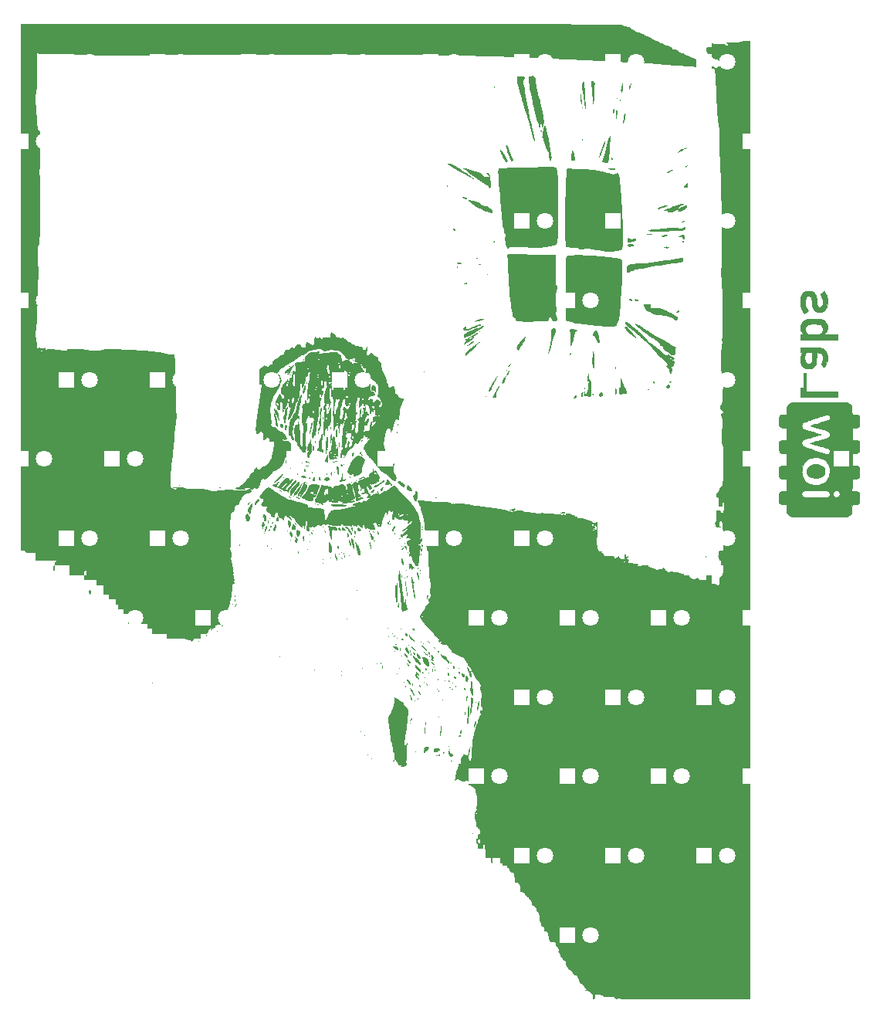
<source format=gbo>
G04 #@! TF.GenerationSoftware,KiCad,Pcbnew,7.0.5-7.0.5~ubuntu20.04.1*
G04 #@! TF.CreationDate,2023-12-18T21:42:52-03:00*
G04 #@! TF.ProjectId,LEDS,4c454453-2e6b-4696-9361-645f70636258,rev?*
G04 #@! TF.SameCoordinates,Original*
G04 #@! TF.FileFunction,Legend,Bot*
G04 #@! TF.FilePolarity,Positive*
%FSLAX46Y46*%
G04 Gerber Fmt 4.6, Leading zero omitted, Abs format (unit mm)*
G04 Created by KiCad (PCBNEW 7.0.5-7.0.5~ubuntu20.04.1) date 2023-12-18 21:42:52*
%MOMM*%
%LPD*%
G01*
G04 APERTURE LIST*
%ADD10C,0.300000*%
%ADD11C,0.010000*%
%ADD12O,4.000000X2.000000*%
%ADD13R,1.800000X1.800000*%
%ADD14C,1.800000*%
G04 APERTURE END LIST*
D10*
X101371427Y-105049757D02*
X101514285Y-104978328D01*
X101514285Y-104978328D02*
X101728570Y-104978328D01*
X101728570Y-104978328D02*
X101942856Y-105049757D01*
X101942856Y-105049757D02*
X102085713Y-105192614D01*
X102085713Y-105192614D02*
X102157142Y-105335471D01*
X102157142Y-105335471D02*
X102228570Y-105621185D01*
X102228570Y-105621185D02*
X102228570Y-105835471D01*
X102228570Y-105835471D02*
X102157142Y-106121185D01*
X102157142Y-106121185D02*
X102085713Y-106264042D01*
X102085713Y-106264042D02*
X101942856Y-106406900D01*
X101942856Y-106406900D02*
X101728570Y-106478328D01*
X101728570Y-106478328D02*
X101585713Y-106478328D01*
X101585713Y-106478328D02*
X101371427Y-106406900D01*
X101371427Y-106406900D02*
X101299999Y-106335471D01*
X101299999Y-106335471D02*
X101299999Y-105835471D01*
X101299999Y-105835471D02*
X101585713Y-105835471D01*
X100442856Y-104978328D02*
X100442856Y-105335471D01*
X100799999Y-105192614D02*
X100442856Y-105335471D01*
X100442856Y-105335471D02*
X100085713Y-105192614D01*
X100657142Y-105621185D02*
X100442856Y-105335471D01*
X100442856Y-105335471D02*
X100228570Y-105621185D01*
X99299999Y-104978328D02*
X99299999Y-105335471D01*
X99657142Y-105192614D02*
X99299999Y-105335471D01*
X99299999Y-105335471D02*
X98942856Y-105192614D01*
X99514285Y-105621185D02*
X99299999Y-105335471D01*
X99299999Y-105335471D02*
X99085713Y-105621185D01*
X98157142Y-104978328D02*
X98157142Y-105335471D01*
X98514285Y-105192614D02*
X98157142Y-105335471D01*
X98157142Y-105335471D02*
X97799999Y-105192614D01*
X98371428Y-105621185D02*
X98157142Y-105335471D01*
X98157142Y-105335471D02*
X97942856Y-105621185D01*
D11*
X150730093Y-93827899D02*
X150767987Y-93844692D01*
X150900926Y-93929246D01*
X151014506Y-94043007D01*
X151101672Y-94179300D01*
X151165769Y-94309397D01*
X151172068Y-94715334D01*
X151178367Y-95121272D01*
X151437218Y-95121272D01*
X151529573Y-95121600D01*
X151610808Y-95123599D01*
X151669632Y-95128606D01*
X151715094Y-95137954D01*
X151756244Y-95152976D01*
X151802130Y-95175002D01*
X151812977Y-95180512D01*
X151866681Y-95209316D01*
X151908709Y-95237824D01*
X151940491Y-95270957D01*
X151963460Y-95313638D01*
X151979044Y-95370788D01*
X151988675Y-95447328D01*
X151993784Y-95548180D01*
X151995799Y-95678265D01*
X151996153Y-95842504D01*
X151996147Y-95877117D01*
X151995596Y-96035877D01*
X151993240Y-96161368D01*
X151987799Y-96258464D01*
X151977989Y-96332038D01*
X151962528Y-96386965D01*
X151940135Y-96428117D01*
X151909527Y-96460369D01*
X151869423Y-96488594D01*
X151818539Y-96517665D01*
X151774193Y-96540857D01*
X151733863Y-96557340D01*
X151689444Y-96568298D01*
X151632189Y-96575268D01*
X151553354Y-96579784D01*
X151444192Y-96583383D01*
X151175538Y-96591091D01*
X151175538Y-97911524D01*
X151444785Y-97918283D01*
X151515431Y-97920259D01*
X151607562Y-97924288D01*
X151674379Y-97930359D01*
X151724498Y-97939791D01*
X151766537Y-97953901D01*
X151809113Y-97974008D01*
X151832213Y-97985935D01*
X151878179Y-98011322D01*
X151913977Y-98037128D01*
X151940942Y-98068183D01*
X151960414Y-98109321D01*
X151973729Y-98165372D01*
X151982225Y-98241169D01*
X151987238Y-98341544D01*
X151990108Y-98471329D01*
X151992170Y-98635354D01*
X151993436Y-98748076D01*
X151994560Y-98876314D01*
X151994602Y-98974136D01*
X151993207Y-99046599D01*
X151990024Y-99098758D01*
X151984699Y-99135668D01*
X151976878Y-99162386D01*
X151966208Y-99183967D01*
X151952337Y-99205468D01*
X151936721Y-99225634D01*
X151881990Y-99278312D01*
X151819551Y-99322041D01*
X151787589Y-99338825D01*
X151750258Y-99353559D01*
X151706356Y-99363569D01*
X151647757Y-99370090D01*
X151566334Y-99374356D01*
X151453961Y-99377604D01*
X151175538Y-99384320D01*
X151175538Y-100704174D01*
X151438723Y-100713100D01*
X151523888Y-100716286D01*
X151609474Y-100721173D01*
X151672011Y-100728289D01*
X151720641Y-100739247D01*
X151764505Y-100755662D01*
X151812747Y-100779149D01*
X151839114Y-100792866D01*
X151885977Y-100819610D01*
X151922525Y-100847572D01*
X151949975Y-100881486D01*
X151969546Y-100926082D01*
X151982456Y-100986092D01*
X151989923Y-101066248D01*
X151993165Y-101171281D01*
X151993400Y-101305924D01*
X151991845Y-101474908D01*
X151986384Y-101976775D01*
X151927769Y-102038383D01*
X151909091Y-102057608D01*
X151863737Y-102098557D01*
X151817288Y-102127921D01*
X151762147Y-102147954D01*
X151690719Y-102160910D01*
X151595407Y-102169042D01*
X151468615Y-102174605D01*
X151185307Y-102184425D01*
X151180166Y-102853618D01*
X151175025Y-103522810D01*
X151435547Y-103522810D01*
X151530788Y-103523158D01*
X151611592Y-103525188D01*
X151670133Y-103530223D01*
X151715405Y-103539581D01*
X151756406Y-103554581D01*
X151802130Y-103576541D01*
X151812977Y-103582051D01*
X151866681Y-103610854D01*
X151908709Y-103639362D01*
X151940491Y-103672496D01*
X151963460Y-103715177D01*
X151979044Y-103772326D01*
X151988675Y-103848866D01*
X151993784Y-103949718D01*
X151995799Y-104079803D01*
X151996153Y-104244043D01*
X151996147Y-104278656D01*
X151995596Y-104437416D01*
X151993240Y-104562907D01*
X151987799Y-104660002D01*
X151977989Y-104733577D01*
X151962528Y-104788503D01*
X151940135Y-104829655D01*
X151909527Y-104861907D01*
X151869423Y-104890132D01*
X151818539Y-104919204D01*
X151775148Y-104941932D01*
X151734666Y-104958611D01*
X151690293Y-104969695D01*
X151633232Y-104976734D01*
X151554690Y-104981277D01*
X151445870Y-104984875D01*
X151178894Y-104992537D01*
X151172050Y-105395789D01*
X151170344Y-105492776D01*
X151167817Y-105605404D01*
X151164560Y-105689738D01*
X151159811Y-105752170D01*
X151152807Y-105799095D01*
X151142786Y-105836902D01*
X151128986Y-105871986D01*
X151110645Y-105910738D01*
X151027919Y-106042607D01*
X150912155Y-106160927D01*
X150774167Y-106249890D01*
X150657769Y-106307041D01*
X149469535Y-106307041D01*
X147206802Y-106307041D01*
X144522692Y-106307041D01*
X144408650Y-106249309D01*
X144330019Y-106201526D01*
X144219084Y-106106185D01*
X144126080Y-105992643D01*
X144061452Y-105872245D01*
X144051470Y-105845467D01*
X144038375Y-105802346D01*
X144028649Y-105754102D01*
X144021580Y-105693944D01*
X144016455Y-105615081D01*
X144012561Y-105510723D01*
X144009187Y-105374079D01*
X144000845Y-104988195D01*
X143781738Y-104988195D01*
X143650662Y-104984895D01*
X143525095Y-104971441D01*
X143425462Y-104945942D01*
X143345178Y-104906615D01*
X143277653Y-104851676D01*
X143203846Y-104777869D01*
X143203846Y-104257114D01*
X143203858Y-104153895D01*
X143204395Y-104009344D01*
X143206529Y-103896261D01*
X143211352Y-103809880D01*
X143214284Y-103787928D01*
X145667529Y-103787928D01*
X145671543Y-103899436D01*
X145708386Y-104004713D01*
X145775936Y-104093551D01*
X145781838Y-104099094D01*
X145805500Y-104120607D01*
X145829155Y-104139041D01*
X145855809Y-104154635D01*
X145888469Y-104167624D01*
X145930141Y-104178247D01*
X145983831Y-104186742D01*
X146052547Y-104193344D01*
X146139294Y-104198293D01*
X146247079Y-104201825D01*
X146378909Y-104204178D01*
X146537789Y-104205590D01*
X146726728Y-104206297D01*
X146948730Y-104206537D01*
X147206802Y-104206547D01*
X147399215Y-104206382D01*
X147669918Y-104205533D01*
X147902403Y-104203964D01*
X148096528Y-104201677D01*
X148252152Y-104198676D01*
X148369131Y-104194963D01*
X148447324Y-104190539D01*
X148486588Y-104185407D01*
X148513258Y-104175578D01*
X148577973Y-104139417D01*
X148637573Y-104092709D01*
X148675405Y-104050944D01*
X148728168Y-103955707D01*
X148747781Y-103857310D01*
X149108414Y-103857310D01*
X149130135Y-103968431D01*
X149180777Y-104064123D01*
X149256669Y-104139146D01*
X149354145Y-104188260D01*
X149469535Y-104206227D01*
X149547450Y-104199335D01*
X149654598Y-104160053D01*
X149742739Y-104087159D01*
X149809880Y-103981964D01*
X149810171Y-103981335D01*
X149841760Y-103869314D01*
X149838033Y-103756150D01*
X149801671Y-103649711D01*
X149735356Y-103557868D01*
X149641769Y-103488490D01*
X149634446Y-103484929D01*
X149560078Y-103464773D01*
X149469060Y-103458880D01*
X149378888Y-103467191D01*
X149307058Y-103489645D01*
X149239326Y-103537262D01*
X149168690Y-103619763D01*
X149124859Y-103713917D01*
X149119280Y-103735999D01*
X149108414Y-103857310D01*
X148747781Y-103857310D01*
X148748516Y-103853623D01*
X148738512Y-103751120D01*
X148700217Y-103654621D01*
X148635695Y-103570552D01*
X148547007Y-103505339D01*
X148436215Y-103465405D01*
X148428818Y-103464105D01*
X148375112Y-103459074D01*
X148288853Y-103454897D01*
X148174255Y-103451546D01*
X148035531Y-103448995D01*
X147876895Y-103447216D01*
X147702560Y-103446181D01*
X147516739Y-103445862D01*
X147323647Y-103446233D01*
X147209230Y-103446836D01*
X147127495Y-103447266D01*
X146932498Y-103448933D01*
X146742869Y-103451207D01*
X146562821Y-103454061D01*
X146396568Y-103457466D01*
X146248323Y-103461397D01*
X146122300Y-103465824D01*
X146022711Y-103470720D01*
X145953771Y-103476059D01*
X145919692Y-103481812D01*
X145892885Y-103493908D01*
X145811472Y-103548118D01*
X145740084Y-103618858D01*
X145692670Y-103693144D01*
X145667529Y-103787928D01*
X143214284Y-103787928D01*
X143219959Y-103745437D01*
X143233443Y-103698167D01*
X143252900Y-103663304D01*
X143279422Y-103636084D01*
X143314105Y-103611740D01*
X143358041Y-103585509D01*
X143360347Y-103584156D01*
X143398182Y-103563466D01*
X143434458Y-103548919D01*
X143477300Y-103539201D01*
X143534837Y-103532996D01*
X143615195Y-103528989D01*
X143726500Y-103525863D01*
X144004923Y-103519146D01*
X144004923Y-102174656D01*
X143746038Y-102174465D01*
X143694115Y-102174315D01*
X143598838Y-102172741D01*
X143529632Y-102168502D01*
X143477445Y-102160425D01*
X143433225Y-102147338D01*
X143387920Y-102128067D01*
X143350853Y-102110723D01*
X143306447Y-102087684D01*
X143272023Y-102062979D01*
X143246311Y-102031933D01*
X143228042Y-101989868D01*
X143215943Y-101932108D01*
X143208744Y-101853978D01*
X143205176Y-101750800D01*
X143203967Y-101617899D01*
X143203846Y-101450597D01*
X143203846Y-101428381D01*
X145671253Y-101428381D01*
X145672503Y-101527166D01*
X145678458Y-101598272D01*
X145720638Y-101782476D01*
X145790566Y-101976541D01*
X145881296Y-102158773D01*
X145987227Y-102316150D01*
X146091462Y-102430764D01*
X146260301Y-102568120D01*
X146457000Y-102681477D01*
X146474124Y-102689633D01*
X146588603Y-102740235D01*
X146693330Y-102777354D01*
X146798029Y-102802899D01*
X146912428Y-102818781D01*
X147046253Y-102826910D01*
X147209230Y-102829195D01*
X147268478Y-102828968D01*
X147418240Y-102825120D01*
X147542680Y-102814896D01*
X147651911Y-102796217D01*
X147756042Y-102767003D01*
X147865185Y-102725171D01*
X147989450Y-102668643D01*
X148018105Y-102654774D01*
X148105804Y-102608268D01*
X148178443Y-102560293D01*
X148249300Y-102501266D01*
X148331650Y-102421601D01*
X148396154Y-102352241D01*
X148533698Y-102165024D01*
X148638141Y-101958217D01*
X148708850Y-101733624D01*
X148745192Y-101493050D01*
X148746537Y-101238297D01*
X148722637Y-101030447D01*
X148664453Y-100793139D01*
X148575270Y-100578970D01*
X148455752Y-100388789D01*
X148424279Y-100353907D01*
X148306567Y-100223448D01*
X148128379Y-100083799D01*
X147921856Y-99970693D01*
X147687662Y-99884980D01*
X147638532Y-99871500D01*
X147576522Y-99857814D01*
X147511632Y-99848656D01*
X147434817Y-99843172D01*
X147337031Y-99840508D01*
X147209230Y-99839810D01*
X147112861Y-99840161D01*
X147007675Y-99842215D01*
X146925906Y-99846864D01*
X146858498Y-99854961D01*
X146796394Y-99867360D01*
X146730538Y-99884915D01*
X146625909Y-99918487D01*
X146403571Y-100016119D01*
X146208604Y-100141303D01*
X146041650Y-100293393D01*
X145903351Y-100471745D01*
X145794349Y-100675714D01*
X145715285Y-100904656D01*
X145715059Y-100905518D01*
X145701576Y-100977160D01*
X145689868Y-101076304D01*
X145680521Y-101191913D01*
X145674120Y-101312951D01*
X145671253Y-101428381D01*
X143203846Y-101428381D01*
X143203846Y-100927193D01*
X143253148Y-100868601D01*
X143273378Y-100846013D01*
X143330271Y-100797647D01*
X143398886Y-100762377D01*
X143485997Y-100738063D01*
X143598376Y-100722562D01*
X143742795Y-100713732D01*
X144004923Y-100703730D01*
X144004923Y-99383610D01*
X143736269Y-99377248D01*
X143683918Y-99375894D01*
X143585637Y-99372049D01*
X143514059Y-99366226D01*
X143460520Y-99357162D01*
X143416355Y-99343594D01*
X143372898Y-99324258D01*
X143351282Y-99313513D01*
X143308007Y-99289760D01*
X143274164Y-99264248D01*
X143248592Y-99232313D01*
X143230132Y-99189289D01*
X143217624Y-99130512D01*
X143209909Y-99051317D01*
X143205826Y-98947040D01*
X143204216Y-98813015D01*
X143203919Y-98644578D01*
X143203846Y-98133193D01*
X143255150Y-98072222D01*
X143294102Y-98030190D01*
X143348150Y-97987764D01*
X143412139Y-97957739D01*
X143493320Y-97937807D01*
X143598946Y-97925656D01*
X143736269Y-97918976D01*
X144004923Y-97910837D01*
X144004923Y-96586656D01*
X143783777Y-96586656D01*
X143647327Y-96583118D01*
X143522941Y-96569511D01*
X143424264Y-96543998D01*
X143344701Y-96504800D01*
X143277653Y-96450138D01*
X143203846Y-96376330D01*
X143203846Y-96332656D01*
X145666230Y-96332656D01*
X145666312Y-96347050D01*
X145682731Y-96478421D01*
X145728947Y-96585695D01*
X145806980Y-96672139D01*
X145918852Y-96741019D01*
X145947519Y-96752544D01*
X146014616Y-96776001D01*
X146111556Y-96807845D01*
X146233989Y-96846717D01*
X146377565Y-96891257D01*
X146537934Y-96940102D01*
X146710747Y-96991895D01*
X146891655Y-97045273D01*
X147051189Y-97092325D01*
X147214713Y-97141341D01*
X147362085Y-97186342D01*
X147489737Y-97226198D01*
X147594103Y-97259778D01*
X147671615Y-97285950D01*
X147718706Y-97303586D01*
X147731809Y-97311553D01*
X147727070Y-97313429D01*
X147690311Y-97325209D01*
X147621628Y-97345948D01*
X147525142Y-97374442D01*
X147404969Y-97409489D01*
X147265230Y-97449883D01*
X147110044Y-97494422D01*
X146943530Y-97541901D01*
X146893497Y-97556136D01*
X146724807Y-97604327D01*
X146565420Y-97650152D01*
X146420053Y-97692238D01*
X146293422Y-97729207D01*
X146190246Y-97759686D01*
X146115243Y-97782298D01*
X146073128Y-97795668D01*
X146035805Y-97808952D01*
X145900872Y-97867459D01*
X145800375Y-97931782D01*
X145730613Y-98004740D01*
X145687889Y-98089149D01*
X145680891Y-98114326D01*
X145669098Y-98205165D01*
X145670599Y-98304277D01*
X145685560Y-98390350D01*
X145725886Y-98473444D01*
X145797088Y-98557403D01*
X145888101Y-98626055D01*
X145891137Y-98627821D01*
X145912161Y-98639313D01*
X145937776Y-98651788D01*
X145970478Y-98666124D01*
X146012764Y-98683202D01*
X146067131Y-98703902D01*
X146136076Y-98729104D01*
X146222097Y-98759687D01*
X146327689Y-98796532D01*
X146455350Y-98840519D01*
X146607576Y-98892527D01*
X146786865Y-98953437D01*
X146995714Y-99024129D01*
X147236618Y-99105482D01*
X147512077Y-99198376D01*
X147525764Y-99202989D01*
X147725655Y-99270172D01*
X147892340Y-99325697D01*
X148029328Y-99370595D01*
X148140132Y-99405893D01*
X148228262Y-99432622D01*
X148297231Y-99451810D01*
X148350549Y-99464486D01*
X148391728Y-99471678D01*
X148424279Y-99474417D01*
X148451713Y-99473730D01*
X148471245Y-99471771D01*
X148573356Y-99443235D01*
X148653133Y-99383888D01*
X148714544Y-99290973D01*
X148732564Y-99244176D01*
X148748291Y-99142799D01*
X148738184Y-99041791D01*
X148702768Y-98956074D01*
X148701689Y-98954457D01*
X148682984Y-98932616D01*
X148654868Y-98910472D01*
X148614516Y-98887014D01*
X148559102Y-98861236D01*
X148485799Y-98832127D01*
X148391782Y-98798680D01*
X148274225Y-98759884D01*
X148130302Y-98714733D01*
X147957187Y-98662217D01*
X147752054Y-98601326D01*
X147512077Y-98531054D01*
X147489109Y-98524358D01*
X147308512Y-98471630D01*
X147140114Y-98422328D01*
X146987532Y-98377520D01*
X146854385Y-98338273D01*
X146744291Y-98305658D01*
X146660867Y-98280742D01*
X146607732Y-98264594D01*
X146588503Y-98258282D01*
X146594764Y-98255632D01*
X146633018Y-98243397D01*
X146702719Y-98222321D01*
X146800056Y-98193521D01*
X146921221Y-98158113D01*
X147062403Y-98117214D01*
X147219792Y-98071942D01*
X147389580Y-98023413D01*
X147469983Y-98000501D01*
X147694223Y-97936521D01*
X147884844Y-97881883D01*
X148044846Y-97835576D01*
X148177225Y-97796587D01*
X148284980Y-97763904D01*
X148371110Y-97736516D01*
X148438612Y-97713410D01*
X148490485Y-97693576D01*
X148529727Y-97676001D01*
X148559336Y-97659673D01*
X148582310Y-97643580D01*
X148601648Y-97626711D01*
X148620348Y-97608054D01*
X148664041Y-97557066D01*
X148725696Y-97446657D01*
X148752751Y-97330215D01*
X148745152Y-97213685D01*
X148702846Y-97103013D01*
X148625780Y-97004143D01*
X148613098Y-96992177D01*
X148588326Y-96970925D01*
X148560319Y-96950988D01*
X148525950Y-96931288D01*
X148482091Y-96910749D01*
X148425617Y-96888294D01*
X148353399Y-96862846D01*
X148262312Y-96833329D01*
X148149228Y-96798665D01*
X148011020Y-96757779D01*
X147844561Y-96709594D01*
X147646725Y-96653032D01*
X147414384Y-96587017D01*
X147353640Y-96569771D01*
X147190223Y-96523229D01*
X147039191Y-96480008D01*
X146904749Y-96441324D01*
X146791100Y-96408394D01*
X146702447Y-96382433D01*
X146642994Y-96364658D01*
X146616944Y-96356285D01*
X146615682Y-96354597D01*
X146635607Y-96342655D01*
X146692452Y-96320831D01*
X146786354Y-96289084D01*
X146917448Y-96247369D01*
X147085872Y-96195642D01*
X147291761Y-96133860D01*
X147535252Y-96061980D01*
X147574034Y-96050593D01*
X147761105Y-95995324D01*
X147938255Y-95942440D01*
X148101538Y-95893154D01*
X148247010Y-95848679D01*
X148370726Y-95810229D01*
X148468744Y-95779017D01*
X148537117Y-95756255D01*
X148571902Y-95743157D01*
X148622834Y-95715149D01*
X148691742Y-95652277D01*
X148730431Y-95570030D01*
X148742695Y-95462166D01*
X148742477Y-95445917D01*
X148722983Y-95329111D01*
X148674166Y-95235881D01*
X148599173Y-95169160D01*
X148501150Y-95131882D01*
X148383243Y-95126981D01*
X148374758Y-95128393D01*
X148327628Y-95140494D01*
X148248905Y-95163600D01*
X148142510Y-95196407D01*
X148012364Y-95237609D01*
X147862388Y-95285901D01*
X147696504Y-95339977D01*
X147518633Y-95398533D01*
X147332696Y-95460264D01*
X147142614Y-95523864D01*
X146952309Y-95588029D01*
X146765701Y-95651452D01*
X146586712Y-95712829D01*
X146419263Y-95770856D01*
X146267275Y-95824226D01*
X146134670Y-95871634D01*
X146025368Y-95911776D01*
X145950427Y-95943263D01*
X145825939Y-96017823D01*
X145737301Y-96107314D01*
X145684176Y-96212128D01*
X145666230Y-96332656D01*
X143203846Y-96332656D01*
X143203846Y-95855575D01*
X143203858Y-95752357D01*
X143204395Y-95607806D01*
X143206529Y-95494722D01*
X143211352Y-95408342D01*
X143219959Y-95343899D01*
X143233443Y-95296629D01*
X143252900Y-95261766D01*
X143279422Y-95234545D01*
X143314105Y-95210202D01*
X143358041Y-95183971D01*
X143359111Y-95183342D01*
X143397266Y-95162379D01*
X143433620Y-95147642D01*
X143476347Y-95137802D01*
X143533623Y-95131529D01*
X143613623Y-95127493D01*
X143724523Y-95124366D01*
X144000970Y-95117692D01*
X144007980Y-94723828D01*
X144014991Y-94329964D01*
X144076412Y-94200009D01*
X144084376Y-94183584D01*
X144173485Y-94043149D01*
X144288098Y-93931307D01*
X144431814Y-93844458D01*
X144561769Y-93782887D01*
X150618692Y-93782887D01*
X150730093Y-93827899D01*
G36*
X150730093Y-93827899D02*
G01*
X150767987Y-93844692D01*
X150900926Y-93929246D01*
X151014506Y-94043007D01*
X151101672Y-94179300D01*
X151165769Y-94309397D01*
X151172068Y-94715334D01*
X151178367Y-95121272D01*
X151437218Y-95121272D01*
X151529573Y-95121600D01*
X151610808Y-95123599D01*
X151669632Y-95128606D01*
X151715094Y-95137954D01*
X151756244Y-95152976D01*
X151802130Y-95175002D01*
X151812977Y-95180512D01*
X151866681Y-95209316D01*
X151908709Y-95237824D01*
X151940491Y-95270957D01*
X151963460Y-95313638D01*
X151979044Y-95370788D01*
X151988675Y-95447328D01*
X151993784Y-95548180D01*
X151995799Y-95678265D01*
X151996153Y-95842504D01*
X151996147Y-95877117D01*
X151995596Y-96035877D01*
X151993240Y-96161368D01*
X151987799Y-96258464D01*
X151977989Y-96332038D01*
X151962528Y-96386965D01*
X151940135Y-96428117D01*
X151909527Y-96460369D01*
X151869423Y-96488594D01*
X151818539Y-96517665D01*
X151774193Y-96540857D01*
X151733863Y-96557340D01*
X151689444Y-96568298D01*
X151632189Y-96575268D01*
X151553354Y-96579784D01*
X151444192Y-96583383D01*
X151175538Y-96591091D01*
X151175538Y-97911524D01*
X151444785Y-97918283D01*
X151515431Y-97920259D01*
X151607562Y-97924288D01*
X151674379Y-97930359D01*
X151724498Y-97939791D01*
X151766537Y-97953901D01*
X151809113Y-97974008D01*
X151832213Y-97985935D01*
X151878179Y-98011322D01*
X151913977Y-98037128D01*
X151940942Y-98068183D01*
X151960414Y-98109321D01*
X151973729Y-98165372D01*
X151982225Y-98241169D01*
X151987238Y-98341544D01*
X151990108Y-98471329D01*
X151992170Y-98635354D01*
X151993436Y-98748076D01*
X151994560Y-98876314D01*
X151994602Y-98974136D01*
X151993207Y-99046599D01*
X151990024Y-99098758D01*
X151984699Y-99135668D01*
X151976878Y-99162386D01*
X151966208Y-99183967D01*
X151952337Y-99205468D01*
X151936721Y-99225634D01*
X151881990Y-99278312D01*
X151819551Y-99322041D01*
X151787589Y-99338825D01*
X151750258Y-99353559D01*
X151706356Y-99363569D01*
X151647757Y-99370090D01*
X151566334Y-99374356D01*
X151453961Y-99377604D01*
X151175538Y-99384320D01*
X151175538Y-100704174D01*
X151438723Y-100713100D01*
X151523888Y-100716286D01*
X151609474Y-100721173D01*
X151672011Y-100728289D01*
X151720641Y-100739247D01*
X151764505Y-100755662D01*
X151812747Y-100779149D01*
X151839114Y-100792866D01*
X151885977Y-100819610D01*
X151922525Y-100847572D01*
X151949975Y-100881486D01*
X151969546Y-100926082D01*
X151982456Y-100986092D01*
X151989923Y-101066248D01*
X151993165Y-101171281D01*
X151993400Y-101305924D01*
X151991845Y-101474908D01*
X151986384Y-101976775D01*
X151927769Y-102038383D01*
X151909091Y-102057608D01*
X151863737Y-102098557D01*
X151817288Y-102127921D01*
X151762147Y-102147954D01*
X151690719Y-102160910D01*
X151595407Y-102169042D01*
X151468615Y-102174605D01*
X151185307Y-102184425D01*
X151180166Y-102853618D01*
X151175025Y-103522810D01*
X151435547Y-103522810D01*
X151530788Y-103523158D01*
X151611592Y-103525188D01*
X151670133Y-103530223D01*
X151715405Y-103539581D01*
X151756406Y-103554581D01*
X151802130Y-103576541D01*
X151812977Y-103582051D01*
X151866681Y-103610854D01*
X151908709Y-103639362D01*
X151940491Y-103672496D01*
X151963460Y-103715177D01*
X151979044Y-103772326D01*
X151988675Y-103848866D01*
X151993784Y-103949718D01*
X151995799Y-104079803D01*
X151996153Y-104244043D01*
X151996147Y-104278656D01*
X151995596Y-104437416D01*
X151993240Y-104562907D01*
X151987799Y-104660002D01*
X151977989Y-104733577D01*
X151962528Y-104788503D01*
X151940135Y-104829655D01*
X151909527Y-104861907D01*
X151869423Y-104890132D01*
X151818539Y-104919204D01*
X151775148Y-104941932D01*
X151734666Y-104958611D01*
X151690293Y-104969695D01*
X151633232Y-104976734D01*
X151554690Y-104981277D01*
X151445870Y-104984875D01*
X151178894Y-104992537D01*
X151172050Y-105395789D01*
X151170344Y-105492776D01*
X151167817Y-105605404D01*
X151164560Y-105689738D01*
X151159811Y-105752170D01*
X151152807Y-105799095D01*
X151142786Y-105836902D01*
X151128986Y-105871986D01*
X151110645Y-105910738D01*
X151027919Y-106042607D01*
X150912155Y-106160927D01*
X150774167Y-106249890D01*
X150657769Y-106307041D01*
X149469535Y-106307041D01*
X147206802Y-106307041D01*
X144522692Y-106307041D01*
X144408650Y-106249309D01*
X144330019Y-106201526D01*
X144219084Y-106106185D01*
X144126080Y-105992643D01*
X144061452Y-105872245D01*
X144051470Y-105845467D01*
X144038375Y-105802346D01*
X144028649Y-105754102D01*
X144021580Y-105693944D01*
X144016455Y-105615081D01*
X144012561Y-105510723D01*
X144009187Y-105374079D01*
X144000845Y-104988195D01*
X143781738Y-104988195D01*
X143650662Y-104984895D01*
X143525095Y-104971441D01*
X143425462Y-104945942D01*
X143345178Y-104906615D01*
X143277653Y-104851676D01*
X143203846Y-104777869D01*
X143203846Y-104257114D01*
X143203858Y-104153895D01*
X143204395Y-104009344D01*
X143206529Y-103896261D01*
X143211352Y-103809880D01*
X143214284Y-103787928D01*
X145667529Y-103787928D01*
X145671543Y-103899436D01*
X145708386Y-104004713D01*
X145775936Y-104093551D01*
X145781838Y-104099094D01*
X145805500Y-104120607D01*
X145829155Y-104139041D01*
X145855809Y-104154635D01*
X145888469Y-104167624D01*
X145930141Y-104178247D01*
X145983831Y-104186742D01*
X146052547Y-104193344D01*
X146139294Y-104198293D01*
X146247079Y-104201825D01*
X146378909Y-104204178D01*
X146537789Y-104205590D01*
X146726728Y-104206297D01*
X146948730Y-104206537D01*
X147206802Y-104206547D01*
X147399215Y-104206382D01*
X147669918Y-104205533D01*
X147902403Y-104203964D01*
X148096528Y-104201677D01*
X148252152Y-104198676D01*
X148369131Y-104194963D01*
X148447324Y-104190539D01*
X148486588Y-104185407D01*
X148513258Y-104175578D01*
X148577973Y-104139417D01*
X148637573Y-104092709D01*
X148675405Y-104050944D01*
X148728168Y-103955707D01*
X148747781Y-103857310D01*
X149108414Y-103857310D01*
X149130135Y-103968431D01*
X149180777Y-104064123D01*
X149256669Y-104139146D01*
X149354145Y-104188260D01*
X149469535Y-104206227D01*
X149547450Y-104199335D01*
X149654598Y-104160053D01*
X149742739Y-104087159D01*
X149809880Y-103981964D01*
X149810171Y-103981335D01*
X149841760Y-103869314D01*
X149838033Y-103756150D01*
X149801671Y-103649711D01*
X149735356Y-103557868D01*
X149641769Y-103488490D01*
X149634446Y-103484929D01*
X149560078Y-103464773D01*
X149469060Y-103458880D01*
X149378888Y-103467191D01*
X149307058Y-103489645D01*
X149239326Y-103537262D01*
X149168690Y-103619763D01*
X149124859Y-103713917D01*
X149119280Y-103735999D01*
X149108414Y-103857310D01*
X148747781Y-103857310D01*
X148748516Y-103853623D01*
X148738512Y-103751120D01*
X148700217Y-103654621D01*
X148635695Y-103570552D01*
X148547007Y-103505339D01*
X148436215Y-103465405D01*
X148428818Y-103464105D01*
X148375112Y-103459074D01*
X148288853Y-103454897D01*
X148174255Y-103451546D01*
X148035531Y-103448995D01*
X147876895Y-103447216D01*
X147702560Y-103446181D01*
X147516739Y-103445862D01*
X147323647Y-103446233D01*
X147209230Y-103446836D01*
X147127495Y-103447266D01*
X146932498Y-103448933D01*
X146742869Y-103451207D01*
X146562821Y-103454061D01*
X146396568Y-103457466D01*
X146248323Y-103461397D01*
X146122300Y-103465824D01*
X146022711Y-103470720D01*
X145953771Y-103476059D01*
X145919692Y-103481812D01*
X145892885Y-103493908D01*
X145811472Y-103548118D01*
X145740084Y-103618858D01*
X145692670Y-103693144D01*
X145667529Y-103787928D01*
X143214284Y-103787928D01*
X143219959Y-103745437D01*
X143233443Y-103698167D01*
X143252900Y-103663304D01*
X143279422Y-103636084D01*
X143314105Y-103611740D01*
X143358041Y-103585509D01*
X143360347Y-103584156D01*
X143398182Y-103563466D01*
X143434458Y-103548919D01*
X143477300Y-103539201D01*
X143534837Y-103532996D01*
X143615195Y-103528989D01*
X143726500Y-103525863D01*
X144004923Y-103519146D01*
X144004923Y-102174656D01*
X143746038Y-102174465D01*
X143694115Y-102174315D01*
X143598838Y-102172741D01*
X143529632Y-102168502D01*
X143477445Y-102160425D01*
X143433225Y-102147338D01*
X143387920Y-102128067D01*
X143350853Y-102110723D01*
X143306447Y-102087684D01*
X143272023Y-102062979D01*
X143246311Y-102031933D01*
X143228042Y-101989868D01*
X143215943Y-101932108D01*
X143208744Y-101853978D01*
X143205176Y-101750800D01*
X143203967Y-101617899D01*
X143203846Y-101450597D01*
X143203846Y-101428381D01*
X145671253Y-101428381D01*
X145672503Y-101527166D01*
X145678458Y-101598272D01*
X145720638Y-101782476D01*
X145790566Y-101976541D01*
X145881296Y-102158773D01*
X145987227Y-102316150D01*
X146091462Y-102430764D01*
X146260301Y-102568120D01*
X146457000Y-102681477D01*
X146474124Y-102689633D01*
X146588603Y-102740235D01*
X146693330Y-102777354D01*
X146798029Y-102802899D01*
X146912428Y-102818781D01*
X147046253Y-102826910D01*
X147209230Y-102829195D01*
X147268478Y-102828968D01*
X147418240Y-102825120D01*
X147542680Y-102814896D01*
X147651911Y-102796217D01*
X147756042Y-102767003D01*
X147865185Y-102725171D01*
X147989450Y-102668643D01*
X148018105Y-102654774D01*
X148105804Y-102608268D01*
X148178443Y-102560293D01*
X148249300Y-102501266D01*
X148331650Y-102421601D01*
X148396154Y-102352241D01*
X148533698Y-102165024D01*
X148638141Y-101958217D01*
X148708850Y-101733624D01*
X148745192Y-101493050D01*
X148746537Y-101238297D01*
X148722637Y-101030447D01*
X148664453Y-100793139D01*
X148575270Y-100578970D01*
X148455752Y-100388789D01*
X148424279Y-100353907D01*
X148306567Y-100223448D01*
X148128379Y-100083799D01*
X147921856Y-99970693D01*
X147687662Y-99884980D01*
X147638532Y-99871500D01*
X147576522Y-99857814D01*
X147511632Y-99848656D01*
X147434817Y-99843172D01*
X147337031Y-99840508D01*
X147209230Y-99839810D01*
X147112861Y-99840161D01*
X147007675Y-99842215D01*
X146925906Y-99846864D01*
X146858498Y-99854961D01*
X146796394Y-99867360D01*
X146730538Y-99884915D01*
X146625909Y-99918487D01*
X146403571Y-100016119D01*
X146208604Y-100141303D01*
X146041650Y-100293393D01*
X145903351Y-100471745D01*
X145794349Y-100675714D01*
X145715285Y-100904656D01*
X145715059Y-100905518D01*
X145701576Y-100977160D01*
X145689868Y-101076304D01*
X145680521Y-101191913D01*
X145674120Y-101312951D01*
X145671253Y-101428381D01*
X143203846Y-101428381D01*
X143203846Y-100927193D01*
X143253148Y-100868601D01*
X143273378Y-100846013D01*
X143330271Y-100797647D01*
X143398886Y-100762377D01*
X143485997Y-100738063D01*
X143598376Y-100722562D01*
X143742795Y-100713732D01*
X144004923Y-100703730D01*
X144004923Y-99383610D01*
X143736269Y-99377248D01*
X143683918Y-99375894D01*
X143585637Y-99372049D01*
X143514059Y-99366226D01*
X143460520Y-99357162D01*
X143416355Y-99343594D01*
X143372898Y-99324258D01*
X143351282Y-99313513D01*
X143308007Y-99289760D01*
X143274164Y-99264248D01*
X143248592Y-99232313D01*
X143230132Y-99189289D01*
X143217624Y-99130512D01*
X143209909Y-99051317D01*
X143205826Y-98947040D01*
X143204216Y-98813015D01*
X143203919Y-98644578D01*
X143203846Y-98133193D01*
X143255150Y-98072222D01*
X143294102Y-98030190D01*
X143348150Y-97987764D01*
X143412139Y-97957739D01*
X143493320Y-97937807D01*
X143598946Y-97925656D01*
X143736269Y-97918976D01*
X144004923Y-97910837D01*
X144004923Y-96586656D01*
X143783777Y-96586656D01*
X143647327Y-96583118D01*
X143522941Y-96569511D01*
X143424264Y-96543998D01*
X143344701Y-96504800D01*
X143277653Y-96450138D01*
X143203846Y-96376330D01*
X143203846Y-96332656D01*
X145666230Y-96332656D01*
X145666312Y-96347050D01*
X145682731Y-96478421D01*
X145728947Y-96585695D01*
X145806980Y-96672139D01*
X145918852Y-96741019D01*
X145947519Y-96752544D01*
X146014616Y-96776001D01*
X146111556Y-96807845D01*
X146233989Y-96846717D01*
X146377565Y-96891257D01*
X146537934Y-96940102D01*
X146710747Y-96991895D01*
X146891655Y-97045273D01*
X147051189Y-97092325D01*
X147214713Y-97141341D01*
X147362085Y-97186342D01*
X147489737Y-97226198D01*
X147594103Y-97259778D01*
X147671615Y-97285950D01*
X147718706Y-97303586D01*
X147731809Y-97311553D01*
X147727070Y-97313429D01*
X147690311Y-97325209D01*
X147621628Y-97345948D01*
X147525142Y-97374442D01*
X147404969Y-97409489D01*
X147265230Y-97449883D01*
X147110044Y-97494422D01*
X146943530Y-97541901D01*
X146893497Y-97556136D01*
X146724807Y-97604327D01*
X146565420Y-97650152D01*
X146420053Y-97692238D01*
X146293422Y-97729207D01*
X146190246Y-97759686D01*
X146115243Y-97782298D01*
X146073128Y-97795668D01*
X146035805Y-97808952D01*
X145900872Y-97867459D01*
X145800375Y-97931782D01*
X145730613Y-98004740D01*
X145687889Y-98089149D01*
X145680891Y-98114326D01*
X145669098Y-98205165D01*
X145670599Y-98304277D01*
X145685560Y-98390350D01*
X145725886Y-98473444D01*
X145797088Y-98557403D01*
X145888101Y-98626055D01*
X145891137Y-98627821D01*
X145912161Y-98639313D01*
X145937776Y-98651788D01*
X145970478Y-98666124D01*
X146012764Y-98683202D01*
X146067131Y-98703902D01*
X146136076Y-98729104D01*
X146222097Y-98759687D01*
X146327689Y-98796532D01*
X146455350Y-98840519D01*
X146607576Y-98892527D01*
X146786865Y-98953437D01*
X146995714Y-99024129D01*
X147236618Y-99105482D01*
X147512077Y-99198376D01*
X147525764Y-99202989D01*
X147725655Y-99270172D01*
X147892340Y-99325697D01*
X148029328Y-99370595D01*
X148140132Y-99405893D01*
X148228262Y-99432622D01*
X148297231Y-99451810D01*
X148350549Y-99464486D01*
X148391728Y-99471678D01*
X148424279Y-99474417D01*
X148451713Y-99473730D01*
X148471245Y-99471771D01*
X148573356Y-99443235D01*
X148653133Y-99383888D01*
X148714544Y-99290973D01*
X148732564Y-99244176D01*
X148748291Y-99142799D01*
X148738184Y-99041791D01*
X148702768Y-98956074D01*
X148701689Y-98954457D01*
X148682984Y-98932616D01*
X148654868Y-98910472D01*
X148614516Y-98887014D01*
X148559102Y-98861236D01*
X148485799Y-98832127D01*
X148391782Y-98798680D01*
X148274225Y-98759884D01*
X148130302Y-98714733D01*
X147957187Y-98662217D01*
X147752054Y-98601326D01*
X147512077Y-98531054D01*
X147489109Y-98524358D01*
X147308512Y-98471630D01*
X147140114Y-98422328D01*
X146987532Y-98377520D01*
X146854385Y-98338273D01*
X146744291Y-98305658D01*
X146660867Y-98280742D01*
X146607732Y-98264594D01*
X146588503Y-98258282D01*
X146594764Y-98255632D01*
X146633018Y-98243397D01*
X146702719Y-98222321D01*
X146800056Y-98193521D01*
X146921221Y-98158113D01*
X147062403Y-98117214D01*
X147219792Y-98071942D01*
X147389580Y-98023413D01*
X147469983Y-98000501D01*
X147694223Y-97936521D01*
X147884844Y-97881883D01*
X148044846Y-97835576D01*
X148177225Y-97796587D01*
X148284980Y-97763904D01*
X148371110Y-97736516D01*
X148438612Y-97713410D01*
X148490485Y-97693576D01*
X148529727Y-97676001D01*
X148559336Y-97659673D01*
X148582310Y-97643580D01*
X148601648Y-97626711D01*
X148620348Y-97608054D01*
X148664041Y-97557066D01*
X148725696Y-97446657D01*
X148752751Y-97330215D01*
X148745152Y-97213685D01*
X148702846Y-97103013D01*
X148625780Y-97004143D01*
X148613098Y-96992177D01*
X148588326Y-96970925D01*
X148560319Y-96950988D01*
X148525950Y-96931288D01*
X148482091Y-96910749D01*
X148425617Y-96888294D01*
X148353399Y-96862846D01*
X148262312Y-96833329D01*
X148149228Y-96798665D01*
X148011020Y-96757779D01*
X147844561Y-96709594D01*
X147646725Y-96653032D01*
X147414384Y-96587017D01*
X147353640Y-96569771D01*
X147190223Y-96523229D01*
X147039191Y-96480008D01*
X146904749Y-96441324D01*
X146791100Y-96408394D01*
X146702447Y-96382433D01*
X146642994Y-96364658D01*
X146616944Y-96356285D01*
X146615682Y-96354597D01*
X146635607Y-96342655D01*
X146692452Y-96320831D01*
X146786354Y-96289084D01*
X146917448Y-96247369D01*
X147085872Y-96195642D01*
X147291761Y-96133860D01*
X147535252Y-96061980D01*
X147574034Y-96050593D01*
X147761105Y-95995324D01*
X147938255Y-95942440D01*
X148101538Y-95893154D01*
X148247010Y-95848679D01*
X148370726Y-95810229D01*
X148468744Y-95779017D01*
X148537117Y-95756255D01*
X148571902Y-95743157D01*
X148622834Y-95715149D01*
X148691742Y-95652277D01*
X148730431Y-95570030D01*
X148742695Y-95462166D01*
X148742477Y-95445917D01*
X148722983Y-95329111D01*
X148674166Y-95235881D01*
X148599173Y-95169160D01*
X148501150Y-95131882D01*
X148383243Y-95126981D01*
X148374758Y-95128393D01*
X148327628Y-95140494D01*
X148248905Y-95163600D01*
X148142510Y-95196407D01*
X148012364Y-95237609D01*
X147862388Y-95285901D01*
X147696504Y-95339977D01*
X147518633Y-95398533D01*
X147332696Y-95460264D01*
X147142614Y-95523864D01*
X146952309Y-95588029D01*
X146765701Y-95651452D01*
X146586712Y-95712829D01*
X146419263Y-95770856D01*
X146267275Y-95824226D01*
X146134670Y-95871634D01*
X146025368Y-95911776D01*
X145950427Y-95943263D01*
X145825939Y-96017823D01*
X145737301Y-96107314D01*
X145684176Y-96212128D01*
X145666230Y-96332656D01*
X143203846Y-96332656D01*
X143203846Y-95855575D01*
X143203858Y-95752357D01*
X143204395Y-95607806D01*
X143206529Y-95494722D01*
X143211352Y-95408342D01*
X143219959Y-95343899D01*
X143233443Y-95296629D01*
X143252900Y-95261766D01*
X143279422Y-95234545D01*
X143314105Y-95210202D01*
X143358041Y-95183971D01*
X143359111Y-95183342D01*
X143397266Y-95162379D01*
X143433620Y-95147642D01*
X143476347Y-95137802D01*
X143533623Y-95131529D01*
X143613623Y-95127493D01*
X143724523Y-95124366D01*
X144000970Y-95117692D01*
X144007980Y-94723828D01*
X144014991Y-94329964D01*
X144076412Y-94200009D01*
X144084376Y-94183584D01*
X144173485Y-94043149D01*
X144288098Y-93931307D01*
X144431814Y-93844458D01*
X144561769Y-93782887D01*
X150618692Y-93782887D01*
X150730093Y-93827899D01*
G37*
X146736095Y-87774886D02*
X146957749Y-87775420D01*
X147146309Y-87776742D01*
X147305319Y-87779172D01*
X147438324Y-87783029D01*
X147548871Y-87788633D01*
X147640502Y-87796303D01*
X147716765Y-87806359D01*
X147781204Y-87819121D01*
X147837365Y-87834908D01*
X147888791Y-87854039D01*
X147939029Y-87876835D01*
X147991624Y-87903614D01*
X147993856Y-87904791D01*
X148146085Y-88006640D01*
X148271740Y-88136596D01*
X148370327Y-88293674D01*
X148441356Y-88476892D01*
X148484334Y-88685265D01*
X148498769Y-88917810D01*
X148489241Y-89108461D01*
X148448041Y-89340485D01*
X148374485Y-89551597D01*
X148268807Y-89740961D01*
X148235451Y-89787772D01*
X148183480Y-89853545D01*
X148136536Y-89905215D01*
X148100292Y-89936727D01*
X148080420Y-89942028D01*
X148080038Y-89941603D01*
X148064802Y-89920593D01*
X148032563Y-89874245D01*
X147987786Y-89809027D01*
X147934940Y-89731407D01*
X147797654Y-89529004D01*
X147844241Y-89457869D01*
X147848757Y-89450648D01*
X147878738Y-89392322D01*
X147912247Y-89314045D01*
X147942843Y-89230661D01*
X147956570Y-89188337D01*
X147976170Y-89116836D01*
X147986501Y-89051445D01*
X147989441Y-88977158D01*
X147986870Y-88878969D01*
X147980709Y-88785552D01*
X147963099Y-88677976D01*
X147931636Y-88592630D01*
X147882423Y-88519994D01*
X147811565Y-88450546D01*
X147709274Y-88383546D01*
X147572454Y-88337388D01*
X147413244Y-88321887D01*
X147292196Y-88321887D01*
X147282206Y-88854310D01*
X147280404Y-88942708D01*
X147275580Y-89113947D01*
X147268968Y-89253825D01*
X147259737Y-89367667D01*
X147247057Y-89460798D01*
X147230097Y-89538542D01*
X147208028Y-89606222D01*
X147180019Y-89669163D01*
X147145240Y-89732691D01*
X147101660Y-89799232D01*
X147000353Y-89909275D01*
X146877407Y-89990997D01*
X146730616Y-90045359D01*
X146557776Y-90073320D01*
X146455978Y-90074595D01*
X146356685Y-90075838D01*
X146247343Y-90068096D01*
X146114588Y-90046938D01*
X146004067Y-90011041D01*
X145906450Y-89957080D01*
X145812406Y-89881725D01*
X145812344Y-89881668D01*
X145731536Y-89796434D01*
X145667121Y-89700675D01*
X145615891Y-89587293D01*
X145574640Y-89449191D01*
X145540160Y-89279272D01*
X145540103Y-89278932D01*
X145537351Y-89240350D01*
X145535964Y-89172369D01*
X145536025Y-89084485D01*
X145537618Y-88986195D01*
X145539589Y-88946606D01*
X145999909Y-88946606D01*
X146004954Y-89068206D01*
X146015712Y-89175950D01*
X146031943Y-89257403D01*
X146055416Y-89319170D01*
X146115395Y-89414499D01*
X146193245Y-89487969D01*
X146281153Y-89531001D01*
X146328030Y-89541991D01*
X146455978Y-89551374D01*
X146571706Y-89530053D01*
X146670157Y-89480262D01*
X146746275Y-89404232D01*
X146795001Y-89304195D01*
X146799996Y-89281342D01*
X146807981Y-89208411D01*
X146813762Y-89098590D01*
X146817276Y-88953282D01*
X146818461Y-88773889D01*
X146818461Y-88321887D01*
X146506346Y-88321887D01*
X146378518Y-88322697D01*
X146283336Y-88326364D01*
X146214544Y-88334817D01*
X146165886Y-88349985D01*
X146131104Y-88373797D01*
X146103943Y-88408180D01*
X146078145Y-88455063D01*
X146066078Y-88481758D01*
X146040027Y-88554803D01*
X146019792Y-88630579D01*
X146007924Y-88711582D01*
X146000819Y-88823587D01*
X145999909Y-88946606D01*
X145539589Y-88946606D01*
X145544666Y-88844655D01*
X145561257Y-88721976D01*
X145590135Y-88617328D01*
X145634262Y-88520158D01*
X145696603Y-88419912D01*
X145764032Y-88321887D01*
X145568000Y-88321887D01*
X145568000Y-87774810D01*
X146562742Y-87774810D01*
X146736095Y-87774886D01*
G36*
X146736095Y-87774886D02*
G01*
X146957749Y-87775420D01*
X147146309Y-87776742D01*
X147305319Y-87779172D01*
X147438324Y-87783029D01*
X147548871Y-87788633D01*
X147640502Y-87796303D01*
X147716765Y-87806359D01*
X147781204Y-87819121D01*
X147837365Y-87834908D01*
X147888791Y-87854039D01*
X147939029Y-87876835D01*
X147991624Y-87903614D01*
X147993856Y-87904791D01*
X148146085Y-88006640D01*
X148271740Y-88136596D01*
X148370327Y-88293674D01*
X148441356Y-88476892D01*
X148484334Y-88685265D01*
X148498769Y-88917810D01*
X148489241Y-89108461D01*
X148448041Y-89340485D01*
X148374485Y-89551597D01*
X148268807Y-89740961D01*
X148235451Y-89787772D01*
X148183480Y-89853545D01*
X148136536Y-89905215D01*
X148100292Y-89936727D01*
X148080420Y-89942028D01*
X148080038Y-89941603D01*
X148064802Y-89920593D01*
X148032563Y-89874245D01*
X147987786Y-89809027D01*
X147934940Y-89731407D01*
X147797654Y-89529004D01*
X147844241Y-89457869D01*
X147848757Y-89450648D01*
X147878738Y-89392322D01*
X147912247Y-89314045D01*
X147942843Y-89230661D01*
X147956570Y-89188337D01*
X147976170Y-89116836D01*
X147986501Y-89051445D01*
X147989441Y-88977158D01*
X147986870Y-88878969D01*
X147980709Y-88785552D01*
X147963099Y-88677976D01*
X147931636Y-88592630D01*
X147882423Y-88519994D01*
X147811565Y-88450546D01*
X147709274Y-88383546D01*
X147572454Y-88337388D01*
X147413244Y-88321887D01*
X147292196Y-88321887D01*
X147282206Y-88854310D01*
X147280404Y-88942708D01*
X147275580Y-89113947D01*
X147268968Y-89253825D01*
X147259737Y-89367667D01*
X147247057Y-89460798D01*
X147230097Y-89538542D01*
X147208028Y-89606222D01*
X147180019Y-89669163D01*
X147145240Y-89732691D01*
X147101660Y-89799232D01*
X147000353Y-89909275D01*
X146877407Y-89990997D01*
X146730616Y-90045359D01*
X146557776Y-90073320D01*
X146455978Y-90074595D01*
X146356685Y-90075838D01*
X146247343Y-90068096D01*
X146114588Y-90046938D01*
X146004067Y-90011041D01*
X145906450Y-89957080D01*
X145812406Y-89881725D01*
X145812344Y-89881668D01*
X145731536Y-89796434D01*
X145667121Y-89700675D01*
X145615891Y-89587293D01*
X145574640Y-89449191D01*
X145540160Y-89279272D01*
X145540103Y-89278932D01*
X145537351Y-89240350D01*
X145535964Y-89172369D01*
X145536025Y-89084485D01*
X145537618Y-88986195D01*
X145539589Y-88946606D01*
X145999909Y-88946606D01*
X146004954Y-89068206D01*
X146015712Y-89175950D01*
X146031943Y-89257403D01*
X146055416Y-89319170D01*
X146115395Y-89414499D01*
X146193245Y-89487969D01*
X146281153Y-89531001D01*
X146328030Y-89541991D01*
X146455978Y-89551374D01*
X146571706Y-89530053D01*
X146670157Y-89480262D01*
X146746275Y-89404232D01*
X146795001Y-89304195D01*
X146799996Y-89281342D01*
X146807981Y-89208411D01*
X146813762Y-89098590D01*
X146817276Y-88953282D01*
X146818461Y-88773889D01*
X146818461Y-88321887D01*
X146506346Y-88321887D01*
X146378518Y-88322697D01*
X146283336Y-88326364D01*
X146214544Y-88334817D01*
X146165886Y-88349985D01*
X146131104Y-88373797D01*
X146103943Y-88408180D01*
X146078145Y-88455063D01*
X146066078Y-88481758D01*
X146040027Y-88554803D01*
X146019792Y-88630579D01*
X146007924Y-88711582D01*
X146000819Y-88823587D01*
X145999909Y-88946606D01*
X145539589Y-88946606D01*
X145544666Y-88844655D01*
X145561257Y-88721976D01*
X145590135Y-88617328D01*
X145634262Y-88520158D01*
X145696603Y-88419912D01*
X145764032Y-88321887D01*
X145568000Y-88321887D01*
X145568000Y-87774810D01*
X146562742Y-87774810D01*
X146736095Y-87774886D01*
G37*
X147207772Y-84629802D02*
X147370505Y-84632317D01*
X147504772Y-84637356D01*
X147615872Y-84645609D01*
X147709106Y-84657769D01*
X147789772Y-84674526D01*
X147863172Y-84696571D01*
X147934606Y-84724597D01*
X148009373Y-84759295D01*
X148145719Y-84840171D01*
X148278858Y-84958119D01*
X148380996Y-85099178D01*
X148451511Y-85262210D01*
X148489782Y-85446075D01*
X148495187Y-85649634D01*
X148493271Y-85677144D01*
X148459813Y-85850417D01*
X148392335Y-86013374D01*
X148294487Y-86158941D01*
X148169920Y-86280042D01*
X148082048Y-86348502D01*
X149612461Y-86348502D01*
X149612461Y-86915118D01*
X147186128Y-86915118D01*
X145568000Y-86915118D01*
X145568000Y-86348502D01*
X145925555Y-86348502D01*
X145848654Y-86292795D01*
X145787279Y-86242217D01*
X145683310Y-86124612D01*
X145601521Y-85988254D01*
X145550135Y-85845467D01*
X145545339Y-85816128D01*
X146044274Y-85816128D01*
X146061112Y-85952148D01*
X146103379Y-86071234D01*
X146110488Y-86083769D01*
X146161658Y-86148438D01*
X146232761Y-86214995D01*
X146310664Y-86272245D01*
X146382236Y-86308989D01*
X146392263Y-86311870D01*
X146448197Y-86320625D01*
X146534451Y-86328282D01*
X146644327Y-86334727D01*
X146771130Y-86339847D01*
X146908162Y-86343529D01*
X147048727Y-86345659D01*
X147186128Y-86346125D01*
X147313668Y-86344812D01*
X147424650Y-86341609D01*
X147512378Y-86336401D01*
X147570155Y-86329075D01*
X147613540Y-86318458D01*
X147741851Y-86263501D01*
X147845107Y-86178838D01*
X147922336Y-86065195D01*
X147926493Y-86056824D01*
X147955035Y-85993125D01*
X147971519Y-85936251D01*
X147979105Y-85870929D01*
X147980952Y-85781887D01*
X147980952Y-85780457D01*
X147978978Y-85690795D01*
X147971049Y-85624672D01*
X147954130Y-85566863D01*
X147925185Y-85502141D01*
X147912425Y-85477783D01*
X147828966Y-85367242D01*
X147717244Y-85282889D01*
X147579179Y-85226253D01*
X147559548Y-85221668D01*
X147484107Y-85211190D01*
X147380465Y-85203114D01*
X147256088Y-85197445D01*
X147118444Y-85194188D01*
X146974999Y-85193347D01*
X146833219Y-85194926D01*
X146700573Y-85198930D01*
X146584527Y-85205365D01*
X146492547Y-85214234D01*
X146432100Y-85225542D01*
X146425816Y-85227448D01*
X146296554Y-85286695D01*
X146189427Y-85375610D01*
X146109975Y-85489649D01*
X146086315Y-85543747D01*
X146052723Y-85675790D01*
X146044274Y-85816128D01*
X145545339Y-85816128D01*
X145541659Y-85793614D01*
X145534408Y-85715643D01*
X145530885Y-85633131D01*
X145530752Y-85614857D01*
X145547650Y-85411045D01*
X145597742Y-85227235D01*
X145679841Y-85064921D01*
X145792759Y-84925595D01*
X145935309Y-84810751D01*
X146106301Y-84721882D01*
X146304549Y-84660482D01*
X146345948Y-84652428D01*
X146405605Y-84644370D01*
X146479023Y-84638280D01*
X146571265Y-84633935D01*
X146687391Y-84631109D01*
X146832463Y-84629578D01*
X147011541Y-84629118D01*
X147207772Y-84629802D01*
G36*
X147207772Y-84629802D02*
G01*
X147370505Y-84632317D01*
X147504772Y-84637356D01*
X147615872Y-84645609D01*
X147709106Y-84657769D01*
X147789772Y-84674526D01*
X147863172Y-84696571D01*
X147934606Y-84724597D01*
X148009373Y-84759295D01*
X148145719Y-84840171D01*
X148278858Y-84958119D01*
X148380996Y-85099178D01*
X148451511Y-85262210D01*
X148489782Y-85446075D01*
X148495187Y-85649634D01*
X148493271Y-85677144D01*
X148459813Y-85850417D01*
X148392335Y-86013374D01*
X148294487Y-86158941D01*
X148169920Y-86280042D01*
X148082048Y-86348502D01*
X149612461Y-86348502D01*
X149612461Y-86915118D01*
X147186128Y-86915118D01*
X145568000Y-86915118D01*
X145568000Y-86348502D01*
X145925555Y-86348502D01*
X145848654Y-86292795D01*
X145787279Y-86242217D01*
X145683310Y-86124612D01*
X145601521Y-85988254D01*
X145550135Y-85845467D01*
X145545339Y-85816128D01*
X146044274Y-85816128D01*
X146061112Y-85952148D01*
X146103379Y-86071234D01*
X146110488Y-86083769D01*
X146161658Y-86148438D01*
X146232761Y-86214995D01*
X146310664Y-86272245D01*
X146382236Y-86308989D01*
X146392263Y-86311870D01*
X146448197Y-86320625D01*
X146534451Y-86328282D01*
X146644327Y-86334727D01*
X146771130Y-86339847D01*
X146908162Y-86343529D01*
X147048727Y-86345659D01*
X147186128Y-86346125D01*
X147313668Y-86344812D01*
X147424650Y-86341609D01*
X147512378Y-86336401D01*
X147570155Y-86329075D01*
X147613540Y-86318458D01*
X147741851Y-86263501D01*
X147845107Y-86178838D01*
X147922336Y-86065195D01*
X147926493Y-86056824D01*
X147955035Y-85993125D01*
X147971519Y-85936251D01*
X147979105Y-85870929D01*
X147980952Y-85781887D01*
X147980952Y-85780457D01*
X147978978Y-85690795D01*
X147971049Y-85624672D01*
X147954130Y-85566863D01*
X147925185Y-85502141D01*
X147912425Y-85477783D01*
X147828966Y-85367242D01*
X147717244Y-85282889D01*
X147579179Y-85226253D01*
X147559548Y-85221668D01*
X147484107Y-85211190D01*
X147380465Y-85203114D01*
X147256088Y-85197445D01*
X147118444Y-85194188D01*
X146974999Y-85193347D01*
X146833219Y-85194926D01*
X146700573Y-85198930D01*
X146584527Y-85205365D01*
X146492547Y-85214234D01*
X146432100Y-85225542D01*
X146425816Y-85227448D01*
X146296554Y-85286695D01*
X146189427Y-85375610D01*
X146109975Y-85489649D01*
X146086315Y-85543747D01*
X146052723Y-85675790D01*
X146044274Y-85816128D01*
X145545339Y-85816128D01*
X145541659Y-85793614D01*
X145534408Y-85715643D01*
X145530885Y-85633131D01*
X145530752Y-85614857D01*
X145547650Y-85411045D01*
X145597742Y-85227235D01*
X145679841Y-85064921D01*
X145792759Y-84925595D01*
X145935309Y-84810751D01*
X146106301Y-84721882D01*
X146304549Y-84660482D01*
X146345948Y-84652428D01*
X146405605Y-84644370D01*
X146479023Y-84638280D01*
X146571265Y-84633935D01*
X146687391Y-84631109D01*
X146832463Y-84629578D01*
X147011541Y-84629118D01*
X147207772Y-84629802D01*
G37*
X146546048Y-81594159D02*
X146678229Y-81603246D01*
X146784901Y-81623491D01*
X146874330Y-81657538D01*
X146954779Y-81708027D01*
X147034513Y-81777601D01*
X147093624Y-81842147D01*
X147151338Y-81926270D01*
X147198054Y-82024309D01*
X147235319Y-82141271D01*
X147264679Y-82282159D01*
X147287681Y-82451978D01*
X147305872Y-82655733D01*
X147313969Y-82759398D01*
X147329356Y-82917582D01*
X147346918Y-83043246D01*
X147367944Y-83140604D01*
X147393722Y-83213867D01*
X147425540Y-83267250D01*
X147464687Y-83304965D01*
X147512450Y-83331225D01*
X147582016Y-83350537D01*
X147680030Y-83346375D01*
X147772765Y-83307367D01*
X147855218Y-83235917D01*
X147922384Y-83134425D01*
X147938147Y-83102260D01*
X147958079Y-83055477D01*
X147970601Y-83010303D01*
X147977393Y-82956568D01*
X147980138Y-82884101D01*
X147980514Y-82782733D01*
X147980442Y-82759998D01*
X147978804Y-82660055D01*
X147973592Y-82583634D01*
X147962806Y-82517677D01*
X147944447Y-82449131D01*
X147916514Y-82364937D01*
X147904625Y-82331743D01*
X147865043Y-82231423D01*
X147822201Y-82134247D01*
X147783492Y-82057311D01*
X147713984Y-81933019D01*
X147777731Y-81879184D01*
X147821649Y-81842273D01*
X147914971Y-81765073D01*
X147997264Y-81698643D01*
X148063871Y-81646651D01*
X148110136Y-81612766D01*
X148131398Y-81600656D01*
X148133003Y-81600926D01*
X148153985Y-81621463D01*
X148186371Y-81669488D01*
X148226215Y-81737665D01*
X148269573Y-81818662D01*
X148312499Y-81905143D01*
X148351050Y-81989776D01*
X148381280Y-82065226D01*
X148389476Y-82088236D01*
X148443921Y-82269880D01*
X148478106Y-82451108D01*
X148493728Y-82644062D01*
X148492484Y-82860887D01*
X148484986Y-82988037D01*
X148461280Y-83175783D01*
X148422058Y-83334767D01*
X148365448Y-83470167D01*
X148289582Y-83587159D01*
X148192587Y-83690921D01*
X148135898Y-83739626D01*
X148054706Y-83795458D01*
X147969045Y-83834358D01*
X147870391Y-83858988D01*
X147750217Y-83872014D01*
X147600000Y-83876099D01*
X147598743Y-83876102D01*
X147473925Y-83875060D01*
X147378954Y-83869689D01*
X147304740Y-83857852D01*
X147242195Y-83837410D01*
X147182228Y-83806222D01*
X147115750Y-83762152D01*
X147066469Y-83723858D01*
X147002098Y-83657859D01*
X146948882Y-83578490D01*
X146905370Y-83481479D01*
X146870108Y-83362554D01*
X146841645Y-83217444D01*
X146818527Y-83041876D01*
X146799302Y-82831579D01*
X146782863Y-82653836D01*
X146760898Y-82495570D01*
X146733136Y-82370254D01*
X146698033Y-82274753D01*
X146654050Y-82205931D01*
X146599643Y-82160654D01*
X146533272Y-82135787D01*
X146453394Y-82128195D01*
X146434997Y-82128436D01*
X146335498Y-82142380D01*
X146254121Y-82182168D01*
X146177431Y-82253921D01*
X146159239Y-82276557D01*
X146103678Y-82379745D01*
X146065129Y-82515877D01*
X146043184Y-82686262D01*
X146042643Y-82693987D01*
X146047654Y-82910618D01*
X146091164Y-83128605D01*
X146172728Y-83346373D01*
X146291897Y-83562347D01*
X146302662Y-83579184D01*
X146345316Y-83649030D01*
X146368222Y-83694914D01*
X146374037Y-83723276D01*
X146365419Y-83740557D01*
X146348822Y-83755503D01*
X146298612Y-83798151D01*
X146235490Y-83849610D01*
X146166640Y-83904277D01*
X146099245Y-83956548D01*
X146040491Y-84000822D01*
X145997561Y-84031495D01*
X145977641Y-84042964D01*
X145964394Y-84035366D01*
X145931819Y-84001115D01*
X145888286Y-83946031D01*
X145839287Y-83877555D01*
X145790310Y-83803126D01*
X145746845Y-83730183D01*
X145724720Y-83689321D01*
X145684071Y-83604736D01*
X145648655Y-83514053D01*
X145614489Y-83406472D01*
X145577592Y-83271195D01*
X145557037Y-83182511D01*
X145541830Y-83085939D01*
X145533504Y-82979088D01*
X145530465Y-82847647D01*
X145531109Y-82750953D01*
X145546545Y-82501926D01*
X145582528Y-82284933D01*
X145639628Y-82098740D01*
X145718416Y-81942113D01*
X145819462Y-81813820D01*
X145943337Y-81712628D01*
X146090613Y-81637304D01*
X146093588Y-81636135D01*
X146146988Y-81617428D01*
X146200227Y-81604943D01*
X146263107Y-81597495D01*
X146345430Y-81593896D01*
X146457000Y-81592959D01*
X146546048Y-81594159D01*
G36*
X146546048Y-81594159D02*
G01*
X146678229Y-81603246D01*
X146784901Y-81623491D01*
X146874330Y-81657538D01*
X146954779Y-81708027D01*
X147034513Y-81777601D01*
X147093624Y-81842147D01*
X147151338Y-81926270D01*
X147198054Y-82024309D01*
X147235319Y-82141271D01*
X147264679Y-82282159D01*
X147287681Y-82451978D01*
X147305872Y-82655733D01*
X147313969Y-82759398D01*
X147329356Y-82917582D01*
X147346918Y-83043246D01*
X147367944Y-83140604D01*
X147393722Y-83213867D01*
X147425540Y-83267250D01*
X147464687Y-83304965D01*
X147512450Y-83331225D01*
X147582016Y-83350537D01*
X147680030Y-83346375D01*
X147772765Y-83307367D01*
X147855218Y-83235917D01*
X147922384Y-83134425D01*
X147938147Y-83102260D01*
X147958079Y-83055477D01*
X147970601Y-83010303D01*
X147977393Y-82956568D01*
X147980138Y-82884101D01*
X147980514Y-82782733D01*
X147980442Y-82759998D01*
X147978804Y-82660055D01*
X147973592Y-82583634D01*
X147962806Y-82517677D01*
X147944447Y-82449131D01*
X147916514Y-82364937D01*
X147904625Y-82331743D01*
X147865043Y-82231423D01*
X147822201Y-82134247D01*
X147783492Y-82057311D01*
X147713984Y-81933019D01*
X147777731Y-81879184D01*
X147821649Y-81842273D01*
X147914971Y-81765073D01*
X147997264Y-81698643D01*
X148063871Y-81646651D01*
X148110136Y-81612766D01*
X148131398Y-81600656D01*
X148133003Y-81600926D01*
X148153985Y-81621463D01*
X148186371Y-81669488D01*
X148226215Y-81737665D01*
X148269573Y-81818662D01*
X148312499Y-81905143D01*
X148351050Y-81989776D01*
X148381280Y-82065226D01*
X148389476Y-82088236D01*
X148443921Y-82269880D01*
X148478106Y-82451108D01*
X148493728Y-82644062D01*
X148492484Y-82860887D01*
X148484986Y-82988037D01*
X148461280Y-83175783D01*
X148422058Y-83334767D01*
X148365448Y-83470167D01*
X148289582Y-83587159D01*
X148192587Y-83690921D01*
X148135898Y-83739626D01*
X148054706Y-83795458D01*
X147969045Y-83834358D01*
X147870391Y-83858988D01*
X147750217Y-83872014D01*
X147600000Y-83876099D01*
X147598743Y-83876102D01*
X147473925Y-83875060D01*
X147378954Y-83869689D01*
X147304740Y-83857852D01*
X147242195Y-83837410D01*
X147182228Y-83806222D01*
X147115750Y-83762152D01*
X147066469Y-83723858D01*
X147002098Y-83657859D01*
X146948882Y-83578490D01*
X146905370Y-83481479D01*
X146870108Y-83362554D01*
X146841645Y-83217444D01*
X146818527Y-83041876D01*
X146799302Y-82831579D01*
X146782863Y-82653836D01*
X146760898Y-82495570D01*
X146733136Y-82370254D01*
X146698033Y-82274753D01*
X146654050Y-82205931D01*
X146599643Y-82160654D01*
X146533272Y-82135787D01*
X146453394Y-82128195D01*
X146434997Y-82128436D01*
X146335498Y-82142380D01*
X146254121Y-82182168D01*
X146177431Y-82253921D01*
X146159239Y-82276557D01*
X146103678Y-82379745D01*
X146065129Y-82515877D01*
X146043184Y-82686262D01*
X146042643Y-82693987D01*
X146047654Y-82910618D01*
X146091164Y-83128605D01*
X146172728Y-83346373D01*
X146291897Y-83562347D01*
X146302662Y-83579184D01*
X146345316Y-83649030D01*
X146368222Y-83694914D01*
X146374037Y-83723276D01*
X146365419Y-83740557D01*
X146348822Y-83755503D01*
X146298612Y-83798151D01*
X146235490Y-83849610D01*
X146166640Y-83904277D01*
X146099245Y-83956548D01*
X146040491Y-84000822D01*
X145997561Y-84031495D01*
X145977641Y-84042964D01*
X145964394Y-84035366D01*
X145931819Y-84001115D01*
X145888286Y-83946031D01*
X145839287Y-83877555D01*
X145790310Y-83803126D01*
X145746845Y-83730183D01*
X145724720Y-83689321D01*
X145684071Y-83604736D01*
X145648655Y-83514053D01*
X145614489Y-83406472D01*
X145577592Y-83271195D01*
X145557037Y-83182511D01*
X145541830Y-83085939D01*
X145533504Y-82979088D01*
X145530465Y-82847647D01*
X145531109Y-82750953D01*
X145546545Y-82501926D01*
X145582528Y-82284933D01*
X145639628Y-82098740D01*
X145718416Y-81942113D01*
X145819462Y-81813820D01*
X145943337Y-81712628D01*
X146090613Y-81637304D01*
X146093588Y-81636135D01*
X146146988Y-81617428D01*
X146200227Y-81604943D01*
X146263107Y-81597495D01*
X146345430Y-81593896D01*
X146457000Y-81592959D01*
X146546048Y-81594159D01*
G37*
X146115077Y-92581272D02*
X149612461Y-92581272D01*
X149612461Y-93167425D01*
X145568000Y-93167425D01*
X145568000Y-90549272D01*
X146115077Y-90549272D01*
X146115077Y-92581272D01*
G36*
X146115077Y-92581272D02*
G01*
X149612461Y-92581272D01*
X149612461Y-93167425D01*
X145568000Y-93167425D01*
X145568000Y-90549272D01*
X146115077Y-90549272D01*
X146115077Y-92581272D01*
G37*
X147412583Y-100602121D02*
X147612709Y-100637539D01*
X147784138Y-100698735D01*
X147927478Y-100786005D01*
X148043339Y-100899645D01*
X148132330Y-101039949D01*
X148152362Y-101094124D01*
X148171940Y-101196069D01*
X148180006Y-101313570D01*
X148176509Y-101433684D01*
X148161398Y-101543465D01*
X148134624Y-101629971D01*
X148074159Y-101735058D01*
X147970269Y-101850311D01*
X147835100Y-101945004D01*
X147666823Y-102020665D01*
X147596466Y-102039877D01*
X147483444Y-102058248D01*
X147351672Y-102070402D01*
X147212155Y-102075953D01*
X147075897Y-102074514D01*
X146953904Y-102065698D01*
X146857180Y-102049119D01*
X146706323Y-102001479D01*
X146547044Y-101923684D01*
X146420039Y-101825088D01*
X146324429Y-101704975D01*
X146259332Y-101562630D01*
X146254894Y-101547595D01*
X146239806Y-101454344D01*
X146236427Y-101342707D01*
X146243968Y-101226811D01*
X146261637Y-101120788D01*
X146288644Y-101038766D01*
X146364653Y-100913616D01*
X146476543Y-100797342D01*
X146616554Y-100707238D01*
X146785078Y-100643113D01*
X146982506Y-100604777D01*
X147209230Y-100592041D01*
X147412583Y-100602121D01*
G36*
X147412583Y-100602121D02*
G01*
X147612709Y-100637539D01*
X147784138Y-100698735D01*
X147927478Y-100786005D01*
X148043339Y-100899645D01*
X148132330Y-101039949D01*
X148152362Y-101094124D01*
X148171940Y-101196069D01*
X148180006Y-101313570D01*
X148176509Y-101433684D01*
X148161398Y-101543465D01*
X148134624Y-101629971D01*
X148074159Y-101735058D01*
X147970269Y-101850311D01*
X147835100Y-101945004D01*
X147666823Y-102020665D01*
X147596466Y-102039877D01*
X147483444Y-102058248D01*
X147351672Y-102070402D01*
X147212155Y-102075953D01*
X147075897Y-102074514D01*
X146953904Y-102065698D01*
X146857180Y-102049119D01*
X146706323Y-102001479D01*
X146547044Y-101923684D01*
X146420039Y-101825088D01*
X146324429Y-101704975D01*
X146259332Y-101562630D01*
X146254894Y-101547595D01*
X146239806Y-101454344D01*
X146236427Y-101342707D01*
X146243968Y-101226811D01*
X146261637Y-101120788D01*
X146288644Y-101038766D01*
X146364653Y-100913616D01*
X146476543Y-100797342D01*
X146616554Y-100707238D01*
X146785078Y-100643113D01*
X146982506Y-100604777D01*
X147209230Y-100592041D01*
X147412583Y-100602121D01*
G37*
G36*
X64893774Y-88124882D02*
G01*
X64998862Y-88142104D01*
X65080894Y-88125628D01*
X65093774Y-88043817D01*
X65093447Y-88013919D01*
X65114603Y-87970953D01*
X65182533Y-87943470D01*
X65318874Y-87928073D01*
X65545262Y-87921371D01*
X65883334Y-87919968D01*
X66156687Y-87924403D01*
X66544907Y-87942631D01*
X66904578Y-87971682D01*
X67183334Y-88008010D01*
X67265140Y-88022115D01*
X67847565Y-88104824D01*
X68331555Y-88140040D01*
X68708486Y-88127478D01*
X68969732Y-88066855D01*
X69037037Y-88040184D01*
X69329493Y-87960743D01*
X69680268Y-87922256D01*
X70112669Y-87923274D01*
X70650000Y-87962347D01*
X70871694Y-87981920D01*
X71324284Y-88014744D01*
X71796696Y-88041886D01*
X72216667Y-88058893D01*
X72404878Y-88064882D01*
X73120184Y-88099191D01*
X73821848Y-88149974D01*
X74289029Y-88195482D01*
X74485940Y-88214663D01*
X75088533Y-88290688D01*
X75272124Y-88320789D01*
X75605699Y-88375481D01*
X76013509Y-88466473D01*
X76200466Y-88511914D01*
X76456050Y-88560381D01*
X76650000Y-88581767D01*
X76883334Y-88588158D01*
X76927603Y-89323421D01*
X76939847Y-89568269D01*
X76954216Y-89935796D01*
X76969057Y-90385673D01*
X76983557Y-90891329D01*
X76996905Y-91426191D01*
X77008288Y-91963684D01*
X77018255Y-92444517D01*
X77031448Y-92998587D01*
X77045841Y-93533582D01*
X77060612Y-94020853D01*
X77074936Y-94431752D01*
X77087991Y-94737631D01*
X77103179Y-95155478D01*
X77100030Y-95526156D01*
X77074283Y-95848210D01*
X77023974Y-96165410D01*
X77017581Y-96199430D01*
X76966565Y-96529008D01*
X76930595Y-96863224D01*
X76917108Y-97134620D01*
X76909349Y-97387923D01*
X76885327Y-97725840D01*
X76850640Y-98046316D01*
X76842891Y-98106078D01*
X76810725Y-98373313D01*
X76769099Y-98739096D01*
X76720816Y-99177226D01*
X76668675Y-99661500D01*
X76615478Y-100165716D01*
X76564026Y-100663672D01*
X76517121Y-101129166D01*
X76477564Y-101535995D01*
X76449802Y-101886310D01*
X76432141Y-102245795D01*
X76426825Y-102566430D01*
X76433757Y-102824639D01*
X76452836Y-102996849D01*
X76483964Y-103059486D01*
X76543909Y-103088596D01*
X76634529Y-103193158D01*
X76666817Y-103230715D01*
X76790622Y-103298986D01*
X76939312Y-103329448D01*
X77064217Y-103316078D01*
X77116667Y-103252848D01*
X77102315Y-103220281D01*
X77016741Y-103217301D01*
X76925084Y-103228751D01*
X76766741Y-103198232D01*
X76672966Y-103157800D01*
X76679756Y-103128626D01*
X76807008Y-103091085D01*
X76825503Y-103086755D01*
X77025427Y-103068292D01*
X77290196Y-103073650D01*
X77570311Y-103098625D01*
X77816273Y-103139013D01*
X77978583Y-103190608D01*
X77980859Y-103191768D01*
X78100012Y-103218307D01*
X78320528Y-103239997D01*
X78611718Y-103254631D01*
X78942895Y-103260000D01*
X79043934Y-103260417D01*
X79554483Y-103275207D01*
X80028059Y-103309126D01*
X80440631Y-103359377D01*
X80768167Y-103423167D01*
X80986637Y-103497700D01*
X81064239Y-103529610D01*
X81194509Y-103548827D01*
X81378311Y-103534858D01*
X81653303Y-103487104D01*
X81739570Y-103471946D01*
X82127948Y-103428611D01*
X82587620Y-103405982D01*
X83070913Y-103404490D01*
X83530154Y-103424566D01*
X83917672Y-103466640D01*
X84085443Y-103486285D01*
X84383250Y-103479492D01*
X84731032Y-103414409D01*
X84810713Y-103394403D01*
X85053201Y-103318467D01*
X85162990Y-103253725D01*
X85140403Y-103202845D01*
X84985763Y-103168494D01*
X84699393Y-103153341D01*
X84630646Y-103152693D01*
X84465313Y-103154730D01*
X84406129Y-103162265D01*
X84466667Y-103174087D01*
X84568156Y-103189738D01*
X84693308Y-103238333D01*
X84699044Y-103299458D01*
X84578597Y-103361770D01*
X84525313Y-103370934D01*
X84350734Y-103375151D01*
X84120666Y-103364879D01*
X83882313Y-103343774D01*
X83682882Y-103315488D01*
X83569579Y-103283674D01*
X83551499Y-103256306D01*
X83561948Y-103152623D01*
X83615530Y-103090263D01*
X83760182Y-103089484D01*
X83878381Y-103096425D01*
X84023992Y-103044325D01*
X84229680Y-102868996D01*
X84460842Y-102650313D01*
X84546068Y-102558158D01*
X86116667Y-102558158D01*
X86150000Y-102591579D01*
X86183334Y-102558158D01*
X86150000Y-102524737D01*
X86116667Y-102558158D01*
X84546068Y-102558158D01*
X84640986Y-102455524D01*
X84742360Y-102312882D01*
X84821550Y-102202912D01*
X84969759Y-102090299D01*
X85091682Y-101983414D01*
X85185683Y-101780726D01*
X85272424Y-101586702D01*
X85436649Y-101460808D01*
X85595886Y-101341617D01*
X85719541Y-101106843D01*
X85749858Y-101027996D01*
X85835820Y-100868318D01*
X85912770Y-100797814D01*
X85963362Y-100826374D01*
X85970249Y-100963891D01*
X85967947Y-100997169D01*
X86003855Y-101138646D01*
X86104533Y-101186028D01*
X86242662Y-101137529D01*
X86390926Y-100991367D01*
X86536261Y-100846378D01*
X86695795Y-100786842D01*
X86720029Y-100784159D01*
X86860762Y-100720360D01*
X87034230Y-100595841D01*
X87203663Y-100442968D01*
X87332287Y-100294111D01*
X87383334Y-100181637D01*
X87400515Y-100113636D01*
X87479526Y-99988955D01*
X87505847Y-99947535D01*
X87568232Y-99759084D01*
X87632490Y-99445209D01*
X87697559Y-99011633D01*
X87762379Y-98464079D01*
X87799845Y-98113158D01*
X87558256Y-98113158D01*
X87412794Y-98104898D01*
X87334282Y-98059651D01*
X87316667Y-97951519D01*
X87307541Y-97829477D01*
X87246637Y-97656034D01*
X87147935Y-97576115D01*
X87034350Y-97601889D01*
X86928797Y-97745526D01*
X86850887Y-97853519D01*
X86718096Y-97912631D01*
X86671941Y-97909048D01*
X86614787Y-97869711D01*
X86589215Y-97760837D01*
X86583334Y-97550467D01*
X86574877Y-97265405D01*
X86540189Y-97073463D01*
X86468893Y-96993575D01*
X86350666Y-97015035D01*
X86175186Y-97127135D01*
X86123678Y-97165069D01*
X86012175Y-97234608D01*
X85945792Y-97227765D01*
X85877886Y-97147780D01*
X85820828Y-97033908D01*
X85784659Y-96847093D01*
X85794259Y-96644967D01*
X85823666Y-96310848D01*
X85870096Y-95884508D01*
X85930776Y-95386938D01*
X86002929Y-94839126D01*
X86083781Y-94262064D01*
X86170556Y-93676739D01*
X86260479Y-93104142D01*
X86350776Y-92565263D01*
X86392961Y-92319775D01*
X86430563Y-92076706D01*
X86442734Y-91929116D01*
X86428475Y-91856021D01*
X86386786Y-91836433D01*
X86316667Y-91849367D01*
X86310888Y-91850857D01*
X86258807Y-91856788D01*
X86223249Y-91830083D01*
X86201068Y-91750533D01*
X86189119Y-91597928D01*
X86184256Y-91352060D01*
X86183334Y-90992720D01*
X86184349Y-90655187D01*
X86189717Y-90397647D01*
X86202651Y-90231269D01*
X86226358Y-90133939D01*
X86264046Y-90083543D01*
X86318922Y-90057966D01*
X86441688Y-89993659D01*
X86587630Y-89871556D01*
X86641670Y-89817379D01*
X86740687Y-89767099D01*
X86851137Y-89809936D01*
X86946203Y-89859211D01*
X87141598Y-89879431D01*
X87308847Y-89769965D01*
X87395234Y-89689292D01*
X87528526Y-89606808D01*
X87609929Y-89528852D01*
X87661859Y-89377500D01*
X87696454Y-89258665D01*
X87799581Y-89146715D01*
X88000000Y-89028297D01*
X88121362Y-88960561D01*
X88261914Y-88861189D01*
X88316667Y-88790476D01*
X88327285Y-88767437D01*
X88427787Y-88705233D01*
X88600000Y-88651127D01*
X88666453Y-88635731D01*
X88816531Y-88581396D01*
X88893329Y-88487303D01*
X88941930Y-88308241D01*
X88962594Y-88213812D01*
X89007689Y-88088825D01*
X89083412Y-88047604D01*
X89226985Y-88057395D01*
X89349900Y-88066342D01*
X89454129Y-88030139D01*
X89519391Y-87912554D01*
X89547493Y-87847038D01*
X89625905Y-87770972D01*
X89766426Y-87784213D01*
X89903244Y-87817602D01*
X90009523Y-87841339D01*
X90060977Y-87807612D01*
X90113197Y-87688227D01*
X90147195Y-87610345D01*
X90304039Y-87485172D01*
X90564955Y-87425084D01*
X90571941Y-87425204D01*
X90658003Y-87484638D01*
X90750000Y-87618947D01*
X90769762Y-87655319D01*
X90884579Y-87784056D01*
X91047628Y-87819473D01*
X91102470Y-87818241D01*
X91199299Y-87791988D01*
X91251279Y-87704045D01*
X91286819Y-87518684D01*
X91295830Y-87461039D01*
X91334207Y-87302447D01*
X91395423Y-87233155D01*
X91505066Y-87217894D01*
X91646599Y-87253156D01*
X91820170Y-87396252D01*
X91868305Y-87452457D01*
X91995077Y-87543100D01*
X92092973Y-87509014D01*
X92164850Y-87347735D01*
X92213565Y-87056796D01*
X92228041Y-86940206D01*
X92273020Y-86713999D01*
X92325757Y-86587106D01*
X92379859Y-86570819D01*
X92428930Y-86676432D01*
X92450653Y-86731263D01*
X92547998Y-86808841D01*
X92662544Y-86786704D01*
X92743969Y-86666447D01*
X92745875Y-86659766D01*
X92778801Y-86567064D01*
X92816055Y-86578132D01*
X92887207Y-86699868D01*
X92914291Y-86746059D01*
X93012209Y-86859910D01*
X93086924Y-86872671D01*
X93116667Y-86777022D01*
X93122307Y-86741429D01*
X93173475Y-86700193D01*
X93301175Y-86686073D01*
X93533334Y-86693470D01*
X93950000Y-86716579D01*
X94021063Y-86348947D01*
X94057972Y-86168816D01*
X94091289Y-86063745D01*
X94125580Y-86057348D01*
X94173409Y-86131710D01*
X94248845Y-86228935D01*
X94350634Y-86282105D01*
X94357832Y-86282626D01*
X94453562Y-86345903D01*
X94550001Y-86482631D01*
X94572931Y-86524510D01*
X94687146Y-86649281D01*
X94851713Y-86683158D01*
X94852791Y-86683159D01*
X94992109Y-86702913D01*
X95050000Y-86750000D01*
X95086806Y-86809766D01*
X95190917Y-86797258D01*
X95326389Y-86707757D01*
X95394936Y-86651342D01*
X95455768Y-86652236D01*
X95510110Y-86766130D01*
X95584809Y-86879095D01*
X95745139Y-86976751D01*
X95859989Y-87022626D01*
X95916667Y-87085484D01*
X95940160Y-87122963D01*
X96046688Y-87151052D01*
X96124977Y-87166326D01*
X96230940Y-87248214D01*
X96303473Y-87332990D01*
X96493118Y-87462421D01*
X96738334Y-87575884D01*
X96993031Y-87653326D01*
X97211125Y-87674695D01*
X97266664Y-87670991D01*
X97414366Y-87674881D01*
X97483346Y-87726512D01*
X97516244Y-87850446D01*
X97516456Y-87851668D01*
X97554945Y-87985024D01*
X97600000Y-88032921D01*
X97627826Y-88027829D01*
X97749809Y-88020000D01*
X97762394Y-88018458D01*
X97857371Y-87947304D01*
X97948862Y-87802763D01*
X97988596Y-87719382D01*
X98019246Y-87678745D01*
X98030954Y-87724347D01*
X98026528Y-87871864D01*
X98008781Y-88136973D01*
X98002224Y-88232115D01*
X97990689Y-88470110D01*
X97997309Y-88608444D01*
X98025287Y-88672689D01*
X98077824Y-88688421D01*
X98170247Y-88644989D01*
X98262131Y-88521316D01*
X98274974Y-88494313D01*
X98361805Y-88379010D01*
X98472048Y-88361020D01*
X98624143Y-88443867D01*
X98836534Y-88631076D01*
X98927169Y-88699269D01*
X99083334Y-88765316D01*
X99123662Y-88776866D01*
X99202055Y-88859190D01*
X99237358Y-89039898D01*
X99239221Y-89056052D01*
X99247521Y-89128041D01*
X99292251Y-89254379D01*
X99303168Y-89258832D01*
X99379583Y-89290000D01*
X99407871Y-89292635D01*
X99506015Y-89369117D01*
X99552983Y-89523947D01*
X99563204Y-89557640D01*
X99582424Y-89866684D01*
X99584530Y-89924426D01*
X99616668Y-90107511D01*
X99675015Y-90218867D01*
X99688693Y-90232568D01*
X99758033Y-90363945D01*
X99807337Y-90549985D01*
X99812659Y-90578936D01*
X99882060Y-90779561D01*
X99982323Y-90926714D01*
X100070180Y-91034246D01*
X100116667Y-91162126D01*
X100116781Y-91166653D01*
X100141510Y-91290235D01*
X100201062Y-91494034D01*
X100283334Y-91736345D01*
X100294476Y-91767207D01*
X100373253Y-91989256D01*
X100428907Y-92152823D01*
X100450000Y-92224412D01*
X100483625Y-92212347D01*
X100577836Y-92135778D01*
X100692635Y-92067938D01*
X100861169Y-92041865D01*
X100929745Y-92059518D01*
X100993805Y-92119548D01*
X101038162Y-92249780D01*
X101078368Y-92481710D01*
X101082148Y-92506899D01*
X101127563Y-92739845D01*
X101179805Y-92863278D01*
X101247915Y-92899473D01*
X101343085Y-92959043D01*
X101419547Y-93116710D01*
X101427825Y-93144156D01*
X101485295Y-93270594D01*
X101582678Y-93330046D01*
X101766667Y-93354501D01*
X101841283Y-93361557D01*
X101990239Y-93388767D01*
X102048997Y-93421343D01*
X102048365Y-93430159D01*
X102014729Y-93556706D01*
X101943101Y-93751412D01*
X101851627Y-93968113D01*
X101834137Y-94004252D01*
X101758448Y-94160642D01*
X101751848Y-94173621D01*
X101683878Y-94374709D01*
X101623598Y-94668384D01*
X101610431Y-94771052D01*
X101602886Y-94829887D01*
X101578872Y-95017130D01*
X101563268Y-95172131D01*
X101532506Y-95430143D01*
X101503436Y-95620771D01*
X101480713Y-95711093D01*
X101442741Y-95753618D01*
X101358077Y-95763691D01*
X101316667Y-95675519D01*
X101304187Y-95601771D01*
X101253478Y-95592085D01*
X101178509Y-95672700D01*
X101095324Y-95824528D01*
X101019969Y-96028482D01*
X100922451Y-96349871D01*
X100800192Y-96718849D01*
X100705217Y-96957215D01*
X100637460Y-97065098D01*
X100596854Y-97042632D01*
X100583334Y-96889947D01*
X100583329Y-96883529D01*
X100572401Y-96723501D01*
X100520738Y-96656300D01*
X100399061Y-96642631D01*
X100268787Y-96678517D01*
X100153645Y-96802958D01*
X100058571Y-97027316D01*
X99978914Y-97362799D01*
X99910019Y-97820618D01*
X99884360Y-98036752D01*
X99862033Y-98293859D01*
X99862894Y-98482768D01*
X99888070Y-98642498D01*
X99938691Y-98812067D01*
X99964678Y-98898693D01*
X100028678Y-99284295D01*
X100050000Y-99796117D01*
X100052486Y-100035746D01*
X100065699Y-100277618D01*
X100092008Y-100411868D01*
X100133334Y-100453655D01*
X100170909Y-100465425D01*
X100116667Y-100519473D01*
X100089064Y-100538849D01*
X100077747Y-100575090D01*
X100186667Y-100585292D01*
X100311589Y-100567946D01*
X100436667Y-100506105D01*
X100442419Y-100500429D01*
X100501133Y-100471787D01*
X100516667Y-100561807D01*
X100523132Y-100644626D01*
X100553861Y-100735011D01*
X100592491Y-100751039D01*
X100696428Y-100743460D01*
X100793402Y-100706813D01*
X100820316Y-100659077D01*
X100819487Y-100657692D01*
X100822726Y-100567636D01*
X100887485Y-100486859D01*
X100966121Y-100475386D01*
X100983428Y-100498412D01*
X100996402Y-100638646D01*
X100966690Y-100886506D01*
X100939731Y-101129945D01*
X100960094Y-101346889D01*
X101038929Y-101578850D01*
X101186563Y-101872119D01*
X101201595Y-101901754D01*
X101245175Y-102134679D01*
X101161389Y-102353319D01*
X101089123Y-102416688D01*
X100985116Y-102419234D01*
X100841429Y-102342863D01*
X100643165Y-102179373D01*
X100375430Y-101920564D01*
X100333996Y-101879698D01*
X100128180Y-101696998D01*
X99939442Y-101558476D01*
X99804146Y-101491447D01*
X99799822Y-101490421D01*
X99616103Y-101383539D01*
X99435349Y-101150126D01*
X99365390Y-101046900D01*
X99220242Y-100882055D01*
X99091883Y-100790101D01*
X98963657Y-100695178D01*
X98854849Y-100500782D01*
X98754767Y-100303946D01*
X98544890Y-100065617D01*
X98283334Y-99884473D01*
X98208563Y-99819553D01*
X98089864Y-99658649D01*
X97973796Y-99450000D01*
X97888998Y-99285132D01*
X97772313Y-99088937D01*
X97679471Y-98966035D01*
X97619315Y-98879725D01*
X97611902Y-98764915D01*
X97672681Y-98609954D01*
X97809390Y-98395783D01*
X98029768Y-98103344D01*
X98056702Y-98068579D01*
X98191851Y-97879643D01*
X98276410Y-97735898D01*
X98293041Y-97666136D01*
X98239449Y-97668559D01*
X98148346Y-97750406D01*
X98082991Y-97819588D01*
X98056245Y-97812368D01*
X98050467Y-97736782D01*
X98014628Y-97589481D01*
X98010621Y-97577206D01*
X97962099Y-97487239D01*
X97911004Y-97520765D01*
X97860563Y-97566125D01*
X97813121Y-97492995D01*
X97744850Y-97389443D01*
X97670854Y-97417941D01*
X97641762Y-97478158D01*
X97593323Y-97578421D01*
X97591058Y-97584787D01*
X97511869Y-97722132D01*
X97420135Y-97778947D01*
X97370304Y-97791423D01*
X97316667Y-97879210D01*
X97309674Y-97925267D01*
X97254493Y-97979473D01*
X97204683Y-98013178D01*
X97144792Y-98129612D01*
X97124216Y-98185590D01*
X97026436Y-98333146D01*
X96912192Y-98385186D01*
X96809184Y-98325540D01*
X96808075Y-98324024D01*
X96751227Y-98272244D01*
X96699467Y-98311959D01*
X96629266Y-98460866D01*
X96614588Y-98493590D01*
X96501063Y-98671024D01*
X96373687Y-98786755D01*
X96259253Y-98857008D01*
X96131433Y-98957752D01*
X96057129Y-99025112D01*
X95913290Y-99137374D01*
X95814060Y-99265655D01*
X95757845Y-99446541D01*
X95750975Y-99484665D01*
X95700642Y-99620623D01*
X95623621Y-99757038D01*
X95541670Y-99863992D01*
X95476544Y-99911569D01*
X95450000Y-99869851D01*
X95452349Y-99847973D01*
X95516667Y-99750789D01*
X95573787Y-99693505D01*
X95569088Y-99628588D01*
X95483334Y-99626354D01*
X95431913Y-99635836D01*
X95383334Y-99592933D01*
X95367035Y-99560843D01*
X95278374Y-99561420D01*
X95214225Y-99615944D01*
X95212978Y-99759849D01*
X95222904Y-99863584D01*
X95187625Y-99917894D01*
X95145628Y-99897787D01*
X95093910Y-99785795D01*
X95072813Y-99616298D01*
X95086099Y-99436248D01*
X95137530Y-99292596D01*
X95194867Y-99183461D01*
X95278112Y-98984493D01*
X95302957Y-98917193D01*
X95507006Y-98917193D01*
X95511548Y-99003709D01*
X95511702Y-99003863D01*
X95582063Y-99014629D01*
X95630976Y-98946616D01*
X95619785Y-98853480D01*
X95618098Y-98815664D01*
X95697355Y-98769365D01*
X95763667Y-98727680D01*
X95827092Y-98593247D01*
X95881505Y-98346543D01*
X95920258Y-98165619D01*
X95970972Y-98021058D01*
X96016667Y-97979473D01*
X96038809Y-97997430D01*
X96081411Y-98122710D01*
X96078757Y-98316842D01*
X96029810Y-98535985D01*
X96000355Y-98674875D01*
X96041718Y-98800011D01*
X96045229Y-98803478D01*
X96100748Y-98824607D01*
X96116667Y-98726451D01*
X96146224Y-98618162D01*
X96290580Y-98511448D01*
X96347717Y-98487717D01*
X96419622Y-98427950D01*
X96385620Y-98349867D01*
X96355490Y-98299940D01*
X96354049Y-98186332D01*
X96424466Y-98005856D01*
X96470910Y-97884742D01*
X96514143Y-97680239D01*
X96532273Y-97478158D01*
X96583334Y-97478158D01*
X96616667Y-97511579D01*
X96650000Y-97478158D01*
X96616667Y-97444737D01*
X96583334Y-97478158D01*
X96532273Y-97478158D01*
X96539257Y-97400318D01*
X96549916Y-97016065D01*
X96555130Y-96765677D01*
X96567890Y-96480093D01*
X96585528Y-96260729D01*
X96605886Y-96141316D01*
X96614312Y-96117383D01*
X96621851Y-96077301D01*
X96575208Y-96158026D01*
X96563147Y-96180221D01*
X96472875Y-96292222D01*
X96408125Y-96280248D01*
X96383334Y-96145260D01*
X96362870Y-96011256D01*
X96359004Y-96007631D01*
X96632063Y-96007631D01*
X96745726Y-95873947D01*
X96779683Y-95834629D01*
X96831313Y-95790914D01*
X96841423Y-95842455D01*
X96820260Y-96007631D01*
X96818713Y-96018220D01*
X96810226Y-96077301D01*
X96788894Y-96225793D01*
X96749452Y-96504482D01*
X96708487Y-96797070D01*
X96705842Y-96816270D01*
X96675906Y-97076989D01*
X96665335Y-97263483D01*
X96673088Y-97361106D01*
X96698121Y-97355210D01*
X96739391Y-97231148D01*
X96761574Y-97153809D01*
X96799000Y-97120551D01*
X96870674Y-97204734D01*
X96903601Y-97242634D01*
X96937613Y-97242701D01*
X96962836Y-97165102D01*
X96984329Y-96991216D01*
X96991059Y-96906055D01*
X97583334Y-96906055D01*
X97610139Y-96985247D01*
X97703838Y-96994496D01*
X97839904Y-96905084D01*
X97845262Y-96900128D01*
X97942959Y-96830087D01*
X97983334Y-96840554D01*
X97984088Y-96852265D01*
X98038778Y-96906357D01*
X98145538Y-96887628D01*
X98255728Y-96802817D01*
X98268191Y-96785018D01*
X98318920Y-96633174D01*
X98334120Y-96435941D01*
X98335681Y-96346773D01*
X98364870Y-96159803D01*
X98417693Y-95996498D01*
X98480565Y-95893162D01*
X98539898Y-95886099D01*
X98552423Y-95902529D01*
X98581745Y-96036795D01*
X98565695Y-96220221D01*
X98508144Y-96391231D01*
X98432954Y-96532094D01*
X98614123Y-96389212D01*
X98666104Y-96343139D01*
X98781384Y-96211698D01*
X98884583Y-96062981D01*
X98958021Y-95927502D01*
X98984018Y-95835777D01*
X98944894Y-95818319D01*
X98903491Y-95843295D01*
X98821033Y-95953485D01*
X98780672Y-96013007D01*
X98697078Y-95985647D01*
X98656035Y-95908415D01*
X98636038Y-95752164D01*
X98644041Y-95607190D01*
X99128388Y-95607190D01*
X99135275Y-95609024D01*
X99192840Y-95552600D01*
X99281683Y-95419809D01*
X99380984Y-95246429D01*
X99469925Y-95068234D01*
X99527687Y-94921001D01*
X99542375Y-94829887D01*
X99511021Y-94807972D01*
X99486470Y-94831495D01*
X99450000Y-94943536D01*
X99441738Y-94985560D01*
X99404054Y-95071842D01*
X99378575Y-95130178D01*
X99352834Y-95173916D01*
X99273578Y-95308581D01*
X99216697Y-95399256D01*
X99143421Y-95538624D01*
X99128388Y-95607190D01*
X98644041Y-95607190D01*
X98645786Y-95575578D01*
X98681734Y-95429537D01*
X98740336Y-95364921D01*
X98769619Y-95361991D01*
X98910928Y-95348211D01*
X98956790Y-95333439D01*
X99038436Y-95238947D01*
X99042063Y-95227721D01*
X99044388Y-95173916D01*
X98972376Y-95220823D01*
X98928290Y-95248161D01*
X98892242Y-95223839D01*
X98874022Y-95110811D01*
X98872717Y-95071842D01*
X99116667Y-95071842D01*
X99150000Y-95105263D01*
X99183334Y-95071842D01*
X99150000Y-95038421D01*
X99116667Y-95071842D01*
X98872717Y-95071842D01*
X98866515Y-94886613D01*
X98856932Y-94736288D01*
X99264244Y-94736288D01*
X99272223Y-94815614D01*
X99292275Y-94826071D01*
X99316667Y-94771052D01*
X99311856Y-94735666D01*
X99272223Y-94726491D01*
X99264244Y-94736288D01*
X98856932Y-94736288D01*
X98847826Y-94593442D01*
X98801185Y-94337034D01*
X98733564Y-94165298D01*
X98651651Y-94102631D01*
X98611935Y-94127710D01*
X98583334Y-94236316D01*
X98595835Y-94314016D01*
X98650000Y-94370000D01*
X98670448Y-94384749D01*
X98703587Y-94493987D01*
X98716667Y-94674734D01*
X98714534Y-94761047D01*
X98692363Y-94906451D01*
X98650000Y-94938158D01*
X98607915Y-94875218D01*
X98583334Y-94733686D01*
X98567217Y-94627605D01*
X98516667Y-94570526D01*
X98501723Y-94577344D01*
X98464786Y-94670468D01*
X98450000Y-94837894D01*
X98445707Y-94957263D01*
X98419394Y-95081585D01*
X98378520Y-95085214D01*
X98334054Y-94974137D01*
X98296960Y-94754342D01*
X98286715Y-94671743D01*
X98212285Y-94339082D01*
X98111150Y-94137821D01*
X98329542Y-94137821D01*
X98359568Y-94137233D01*
X98412381Y-94055382D01*
X98417127Y-94042701D01*
X98431115Y-93975724D01*
X98375061Y-94017965D01*
X98337020Y-94067112D01*
X98329542Y-94137821D01*
X98111150Y-94137821D01*
X98099259Y-94114157D01*
X97952934Y-94008451D01*
X97917953Y-94001100D01*
X97813230Y-94004150D01*
X97773751Y-94038875D01*
X97833334Y-94083931D01*
X97856909Y-94099425D01*
X97903985Y-94215725D01*
X97905040Y-94240221D01*
X97911943Y-94400552D01*
X97881923Y-94609387D01*
X97815064Y-94797708D01*
X97808156Y-94811195D01*
X97750900Y-94948255D01*
X97743591Y-95020854D01*
X97746067Y-95022524D01*
X97796940Y-94981788D01*
X97872976Y-94860514D01*
X97940998Y-94742303D01*
X97983880Y-94723469D01*
X98024463Y-94804473D01*
X98065280Y-94888778D01*
X98167223Y-95030782D01*
X98198061Y-95070715D01*
X98209489Y-95171232D01*
X98142015Y-95223784D01*
X98032826Y-95185551D01*
X97991392Y-95159157D01*
X97953266Y-95190291D01*
X97943334Y-95333527D01*
X97943333Y-95334221D01*
X97909926Y-95524352D01*
X97830000Y-95669601D01*
X97751874Y-95765582D01*
X97719855Y-95866986D01*
X97779565Y-95907368D01*
X97786775Y-95906275D01*
X97865042Y-95841310D01*
X97960605Y-95706842D01*
X97973675Y-95685177D01*
X98065491Y-95558171D01*
X98131041Y-95506316D01*
X98170410Y-95530426D01*
X98196058Y-95645537D01*
X98178969Y-95818473D01*
X98120056Y-96007631D01*
X98083640Y-96096385D01*
X98079448Y-96107894D01*
X98042926Y-96208158D01*
X98021923Y-96265817D01*
X97971035Y-96349018D01*
X97888151Y-96312430D01*
X97868364Y-96297076D01*
X97796326Y-96284844D01*
X97740306Y-96388454D01*
X97733744Y-96408684D01*
X97716803Y-96460911D01*
X97686600Y-96672049D01*
X97747699Y-96792002D01*
X97767945Y-96821491D01*
X97700000Y-96842134D01*
X97638453Y-96852203D01*
X97583334Y-96906055D01*
X96991059Y-96906055D01*
X97007152Y-96702421D01*
X97017735Y-96564424D01*
X97032147Y-96408684D01*
X97383334Y-96408684D01*
X97416667Y-96442105D01*
X97450000Y-96408684D01*
X97416667Y-96375263D01*
X97383334Y-96408684D01*
X97032147Y-96408684D01*
X97043999Y-96280609D01*
X97052552Y-96208158D01*
X97383334Y-96208158D01*
X97416667Y-96241579D01*
X97450000Y-96208158D01*
X97416667Y-96174737D01*
X97383334Y-96208158D01*
X97052552Y-96208158D01*
X97068492Y-96073130D01*
X97797577Y-96073130D01*
X97805556Y-96152456D01*
X97825608Y-96162913D01*
X97850000Y-96107894D01*
X97845189Y-96072508D01*
X97805556Y-96063333D01*
X97797577Y-96073130D01*
X97068492Y-96073130D01*
X97071180Y-96050364D01*
X97078574Y-96007631D01*
X97450000Y-96007631D01*
X97483334Y-96041052D01*
X97516667Y-96007631D01*
X97483334Y-95974210D01*
X97450000Y-96007631D01*
X97078574Y-96007631D01*
X97094838Y-95913626D01*
X97109255Y-95802393D01*
X97060502Y-95800598D01*
X97005034Y-95795052D01*
X96983334Y-95670214D01*
X97004124Y-95545096D01*
X97074856Y-95527226D01*
X97095901Y-95531877D01*
X97139507Y-95494829D01*
X97164342Y-95367047D01*
X97175791Y-95127177D01*
X97184243Y-94970003D01*
X97212180Y-94753758D01*
X97251898Y-94580292D01*
X97296039Y-94472037D01*
X97337243Y-94451424D01*
X97368149Y-94540887D01*
X97371569Y-94627151D01*
X97358986Y-94825785D01*
X97329377Y-95061018D01*
X97324815Y-95091740D01*
X97308181Y-95293114D01*
X97316976Y-95434065D01*
X97344163Y-95496287D01*
X97382705Y-95461469D01*
X97425567Y-95311304D01*
X97428168Y-95298880D01*
X97473510Y-95174639D01*
X97524784Y-95143714D01*
X97531573Y-95146420D01*
X97571703Y-95097010D01*
X97593488Y-94958813D01*
X97593530Y-94957892D01*
X97603820Y-94772710D01*
X97614303Y-94637368D01*
X97613087Y-94589050D01*
X97561316Y-94451937D01*
X97536123Y-94405932D01*
X97540500Y-94323823D01*
X97557735Y-94313373D01*
X97583334Y-94361211D01*
X97611477Y-94407759D01*
X97716667Y-94370000D01*
X97798163Y-94314046D01*
X97850000Y-94240221D01*
X97823018Y-94212277D01*
X97716667Y-94216948D01*
X97632307Y-94223474D01*
X97592410Y-94161025D01*
X97583334Y-93996796D01*
X97566760Y-93845697D01*
X97525225Y-93804728D01*
X97476516Y-93876725D01*
X97438464Y-94054578D01*
X97407759Y-94181232D01*
X97360596Y-94233943D01*
X97307913Y-94255227D01*
X97215357Y-94348838D01*
X97181931Y-94392589D01*
X97125719Y-94431524D01*
X97084462Y-94362433D01*
X97079408Y-94329405D01*
X97084644Y-94178008D01*
X97108140Y-93946367D01*
X97145005Y-93669434D01*
X97160152Y-93573461D01*
X97489934Y-93573461D01*
X97517998Y-93653254D01*
X97562515Y-93633216D01*
X97607500Y-93496875D01*
X97620825Y-93428550D01*
X97645971Y-93262310D01*
X97636521Y-93185497D01*
X97590900Y-93166842D01*
X97586226Y-93167491D01*
X97536870Y-93236345D01*
X97498051Y-93384079D01*
X97494305Y-93410307D01*
X97489934Y-93573461D01*
X97160152Y-93573461D01*
X97190346Y-93382157D01*
X97239270Y-93119490D01*
X97286885Y-92916382D01*
X97290244Y-92892508D01*
X97258847Y-92933702D01*
X97189813Y-93066579D01*
X97147335Y-93148670D01*
X97082608Y-93246712D01*
X97054945Y-93246450D01*
X97045946Y-93212226D01*
X96983334Y-93200263D01*
X96970063Y-93213831D01*
X96931978Y-93329225D01*
X96923003Y-93434210D01*
X96916667Y-93508317D01*
X96916159Y-93536329D01*
X96884165Y-93768522D01*
X96817677Y-93966989D01*
X96806686Y-93990079D01*
X96747807Y-94221579D01*
X96736326Y-94515117D01*
X96738882Y-94562344D01*
X96759553Y-94752602D01*
X96799182Y-94842990D01*
X96868649Y-94862032D01*
X96963356Y-94873848D01*
X96963883Y-94944980D01*
X96855087Y-95084390D01*
X96781734Y-95192776D01*
X96787775Y-95283505D01*
X96790002Y-95285850D01*
X96814523Y-95386475D01*
X96779067Y-95578203D01*
X96681308Y-95873947D01*
X96632063Y-96007631D01*
X96359004Y-96007631D01*
X96277280Y-95930993D01*
X96133862Y-95968560D01*
X96091743Y-95993917D01*
X96060550Y-96030477D01*
X96155435Y-96039020D01*
X96245047Y-96082985D01*
X96300583Y-96169434D01*
X96331979Y-96218306D01*
X96385289Y-96398242D01*
X96391675Y-96574633D01*
X96337833Y-96699322D01*
X96288106Y-96773184D01*
X96253007Y-96929346D01*
X96259434Y-97007162D01*
X96286091Y-96999701D01*
X96347593Y-96876579D01*
X96350758Y-96869650D01*
X96401775Y-96764783D01*
X96428615Y-96748902D01*
X96439890Y-96836904D01*
X96444214Y-97043684D01*
X96441169Y-97199849D01*
X96415466Y-97461565D01*
X96370318Y-97689879D01*
X96313141Y-97851374D01*
X96251352Y-97912631D01*
X96228259Y-97867536D01*
X96218122Y-97722083D01*
X96228021Y-97511034D01*
X96243035Y-97314070D01*
X96240306Y-97186572D01*
X96210121Y-97142273D01*
X96146392Y-97154585D01*
X96093804Y-97168444D01*
X96056514Y-97139676D01*
X96050066Y-97032496D01*
X96068145Y-96819894D01*
X96079859Y-96662377D01*
X96074755Y-96515225D01*
X96045289Y-96478445D01*
X96024757Y-96509697D01*
X95995021Y-96645739D01*
X95983334Y-96843158D01*
X95979574Y-96953273D01*
X95955551Y-97125027D01*
X95916667Y-97210789D01*
X95875664Y-97206895D01*
X95850000Y-97114471D01*
X95831351Y-97032951D01*
X95750000Y-96976842D01*
X95691092Y-96985655D01*
X95655832Y-97052085D01*
X95733334Y-97172355D01*
X95783236Y-97246923D01*
X95733334Y-97291557D01*
X95679835Y-97350078D01*
X95650000Y-97487673D01*
X95666813Y-97588624D01*
X95716667Y-97611842D01*
X95727289Y-97606305D01*
X95782158Y-97633400D01*
X95803704Y-97755712D01*
X95794873Y-97944062D01*
X95758609Y-98169270D01*
X95697858Y-98402157D01*
X95615565Y-98613543D01*
X95555082Y-98754133D01*
X95507006Y-98917193D01*
X95302957Y-98917193D01*
X95369581Y-98736727D01*
X95459964Y-98469108D01*
X95539951Y-98210577D01*
X95600231Y-97990078D01*
X95631494Y-97836554D01*
X95624431Y-97778947D01*
X95622063Y-97780137D01*
X95586422Y-97854124D01*
X95526741Y-98020302D01*
X95454575Y-98246842D01*
X95444855Y-98278407D01*
X95367025Y-98499429D01*
X95295115Y-98655564D01*
X95243589Y-98714737D01*
X95210870Y-98694506D01*
X95209526Y-98597763D01*
X95211366Y-98590706D01*
X95228247Y-98467116D01*
X95247904Y-98243151D01*
X95268043Y-97948247D01*
X95286370Y-97611842D01*
X95304439Y-97303606D01*
X95345492Y-96887343D01*
X95377779Y-96701792D01*
X95754649Y-96701792D01*
X95767074Y-96779071D01*
X95797200Y-96745264D01*
X95837764Y-96612267D01*
X95881503Y-96391973D01*
X95887492Y-96353504D01*
X95897413Y-96169434D01*
X95855860Y-96107894D01*
X95809524Y-96140808D01*
X95777918Y-96258289D01*
X95771598Y-96392225D01*
X95759050Y-96592500D01*
X95754649Y-96701792D01*
X95377779Y-96701792D01*
X95406586Y-96536235D01*
X95493951Y-96208158D01*
X95494292Y-96207059D01*
X95594387Y-95886282D01*
X95663011Y-95678159D01*
X95708319Y-95567750D01*
X95738468Y-95540117D01*
X95761616Y-95580320D01*
X95785919Y-95673421D01*
X95799948Y-95730441D01*
X95823644Y-95802228D01*
X95835392Y-95759953D01*
X95842113Y-95593813D01*
X95842019Y-95527248D01*
X95821894Y-95358659D01*
X95780097Y-95270362D01*
X95753230Y-95242946D01*
X95769510Y-95149444D01*
X95796688Y-95059636D01*
X95782102Y-94904737D01*
X95735377Y-94737631D01*
X95658879Y-94927056D01*
X95616867Y-95078886D01*
X95622712Y-95181912D01*
X95626745Y-95234712D01*
X95614638Y-95305789D01*
X95601000Y-95385860D01*
X95548854Y-95593346D01*
X95481606Y-95819856D01*
X95410555Y-96028074D01*
X95346997Y-96180687D01*
X95302231Y-96240379D01*
X95288025Y-96224362D01*
X95274498Y-96111054D01*
X95277520Y-95918519D01*
X95294253Y-95681717D01*
X95321863Y-95435611D01*
X95348479Y-95271025D01*
X95464244Y-95271025D01*
X95472223Y-95350351D01*
X95492275Y-95360808D01*
X95516667Y-95305789D01*
X95511856Y-95270403D01*
X95472223Y-95261228D01*
X95464244Y-95271025D01*
X95348479Y-95271025D01*
X95357513Y-95215161D01*
X95398366Y-95055330D01*
X95418356Y-94996305D01*
X95444696Y-94832859D01*
X95398284Y-94703373D01*
X95389302Y-94687054D01*
X95364655Y-94548684D01*
X95392956Y-94398505D01*
X95458310Y-94284981D01*
X95544821Y-94256574D01*
X95545368Y-94256758D01*
X95627012Y-94333523D01*
X95723411Y-94487407D01*
X95804317Y-94670192D01*
X95826973Y-94702853D01*
X95889312Y-94677707D01*
X95968926Y-94565532D01*
X96054476Y-94393526D01*
X96134620Y-94188884D01*
X96198020Y-93978805D01*
X96233335Y-93790484D01*
X96229226Y-93651120D01*
X96224579Y-93634050D01*
X96202596Y-93596056D01*
X96191067Y-93686966D01*
X96164874Y-93787871D01*
X96079502Y-93879407D01*
X96031036Y-93911916D01*
X96008914Y-94002368D01*
X96008340Y-94004713D01*
X96004835Y-94077953D01*
X95928838Y-94191512D01*
X95917846Y-94201283D01*
X95811732Y-94257498D01*
X95700000Y-94207134D01*
X95646523Y-94149817D01*
X95597737Y-94002890D01*
X95597706Y-94002368D01*
X95716667Y-94002368D01*
X95750000Y-94035789D01*
X95783334Y-94002368D01*
X95750000Y-93968947D01*
X95716667Y-94002368D01*
X95597706Y-94002368D01*
X95583334Y-93757117D01*
X95582508Y-93699954D01*
X95551311Y-93433851D01*
X95536975Y-93399446D01*
X96264244Y-93399446D01*
X96272223Y-93478772D01*
X96292275Y-93489229D01*
X96316667Y-93434210D01*
X96311856Y-93398824D01*
X96272223Y-93389649D01*
X96264244Y-93399446D01*
X95536975Y-93399446D01*
X95480193Y-93263170D01*
X95479803Y-93262680D01*
X95438270Y-93215348D01*
X95650000Y-93215348D01*
X95656641Y-93265361D01*
X95693867Y-93278825D01*
X95729989Y-93266888D01*
X95827200Y-93309290D01*
X95839323Y-93319026D01*
X95900616Y-93336220D01*
X95915814Y-93243149D01*
X96338856Y-93243149D01*
X96345145Y-93300526D01*
X96353530Y-93294773D01*
X96397133Y-93210241D01*
X96451199Y-93065802D01*
X96497215Y-92914477D01*
X96516667Y-92809288D01*
X96516597Y-92803392D01*
X96496349Y-92762039D01*
X96452008Y-92815206D01*
X96400933Y-92932440D01*
X96360483Y-93083289D01*
X96356908Y-93103031D01*
X96339529Y-93237924D01*
X96338856Y-93243149D01*
X95915814Y-93243149D01*
X95916667Y-93237924D01*
X95901486Y-93154962D01*
X95850000Y-93133421D01*
X95823944Y-93143588D01*
X95783334Y-93100000D01*
X95778001Y-93074096D01*
X95716667Y-93066579D01*
X95686630Y-93096791D01*
X95650000Y-93215348D01*
X95438270Y-93215348D01*
X95412044Y-93185460D01*
X95395239Y-93208228D01*
X95407694Y-93284212D01*
X95417879Y-93346348D01*
X95428104Y-93490122D01*
X95360898Y-93713980D01*
X95359610Y-93716030D01*
X95277216Y-93893646D01*
X95215513Y-94102631D01*
X95211751Y-94120429D01*
X95159009Y-94300635D01*
X95099823Y-94421319D01*
X95080965Y-94461012D01*
X95060480Y-94621697D01*
X95071638Y-94844083D01*
X95074179Y-94866704D01*
X95075640Y-94943272D01*
X95079312Y-95135738D01*
X95031270Y-95311021D01*
X95005083Y-95373006D01*
X95007856Y-95514545D01*
X95072938Y-95626007D01*
X95178516Y-95656247D01*
X95219944Y-95676318D01*
X95218101Y-95789931D01*
X95170608Y-95997497D01*
X95156382Y-96061121D01*
X95092129Y-96348481D01*
X95038681Y-96604431D01*
X95005844Y-96788951D01*
X94989197Y-96925645D01*
X94984319Y-97038114D01*
X94984037Y-97059242D01*
X94965941Y-97191602D01*
X94931475Y-97209378D01*
X94897056Y-97125725D01*
X94879104Y-96953802D01*
X94874023Y-96744797D01*
X94862363Y-96483689D01*
X94845188Y-96333275D01*
X94820409Y-96279045D01*
X94785938Y-96306485D01*
X94745600Y-96352170D01*
X94679022Y-96359800D01*
X94624760Y-96343569D01*
X94543856Y-96408532D01*
X94477510Y-96541095D01*
X94450000Y-96704699D01*
X94449973Y-96711038D01*
X94432442Y-96851774D01*
X94392247Y-96910000D01*
X94384581Y-96906429D01*
X94353859Y-96813661D01*
X94327385Y-96607505D01*
X94305882Y-96304400D01*
X94296352Y-96073130D01*
X94397577Y-96073130D01*
X94405556Y-96152456D01*
X94425608Y-96162913D01*
X94450000Y-96107894D01*
X94445189Y-96072508D01*
X94405556Y-96063333D01*
X94397577Y-96073130D01*
X94296352Y-96073130D01*
X94290898Y-95940789D01*
X94650000Y-95940789D01*
X94652174Y-96102938D01*
X94652860Y-96107894D01*
X94667559Y-96214045D01*
X94707528Y-96221197D01*
X94783334Y-96141316D01*
X94783594Y-96141001D01*
X94832970Y-96061121D01*
X94783163Y-96041052D01*
X94730634Y-95994931D01*
X94740000Y-95840526D01*
X94740744Y-95836745D01*
X94749559Y-95696643D01*
X94715000Y-95640000D01*
X94695578Y-95653798D01*
X94662912Y-95761401D01*
X94650000Y-95940789D01*
X94290898Y-95940789D01*
X94290074Y-95920783D01*
X94280682Y-95473091D01*
X94278970Y-95096146D01*
X94365817Y-95096146D01*
X94387581Y-95207552D01*
X94410613Y-95262622D01*
X94444092Y-95425751D01*
X94467972Y-95642026D01*
X94470828Y-95681341D01*
X94482659Y-95810792D01*
X94491100Y-95822814D01*
X94497249Y-95711987D01*
X94502175Y-95474210D01*
X94664336Y-95474210D01*
X94673162Y-95551819D01*
X94688425Y-95536441D01*
X94718633Y-95425199D01*
X94750000Y-95238947D01*
X94765145Y-95110085D01*
X94775126Y-94943272D01*
X94765728Y-94864803D01*
X94749887Y-94880004D01*
X94719615Y-94991201D01*
X94688889Y-95177675D01*
X94674102Y-95307844D01*
X94664336Y-95474210D01*
X94502175Y-95474210D01*
X94502202Y-95472894D01*
X94503720Y-95416907D01*
X94520744Y-95188552D01*
X94551422Y-94958879D01*
X94590358Y-94750167D01*
X94632156Y-94584696D01*
X94671419Y-94484746D01*
X94702752Y-94472596D01*
X94720758Y-94570526D01*
X94723268Y-94590291D01*
X94742200Y-94572786D01*
X94773742Y-94448376D01*
X94812603Y-94236316D01*
X94815346Y-94219681D01*
X94866791Y-93947129D01*
X94922988Y-93706025D01*
X94972253Y-93546833D01*
X95030367Y-93381691D01*
X95044716Y-93284212D01*
X95014430Y-93280990D01*
X94942672Y-93388920D01*
X94840682Y-93577577D01*
X94702789Y-93422341D01*
X94564895Y-93267105D01*
X94603528Y-93434210D01*
X94610101Y-93551386D01*
X94546080Y-93731065D01*
X94511582Y-93798761D01*
X94464010Y-94025480D01*
X94445315Y-94366065D01*
X94444995Y-94392795D01*
X94434535Y-94655415D01*
X94413791Y-94874506D01*
X94386887Y-95005000D01*
X94365817Y-95096146D01*
X94278970Y-95096146D01*
X94278432Y-94977761D01*
X94284046Y-94451231D01*
X94287048Y-94218643D01*
X94286661Y-93854623D01*
X94280172Y-93542139D01*
X94268278Y-93308555D01*
X94251676Y-93181231D01*
X94238428Y-93135189D01*
X95062876Y-93135189D01*
X95092901Y-93134602D01*
X95145714Y-93052751D01*
X95150460Y-93040070D01*
X95164448Y-92973093D01*
X95108395Y-93015333D01*
X95094598Y-93033158D01*
X95070354Y-93064480D01*
X95062876Y-93135189D01*
X94238428Y-93135189D01*
X94199453Y-92999737D01*
X94128953Y-93166842D01*
X94100228Y-93228871D01*
X94072288Y-93249058D01*
X94057586Y-93166735D01*
X94051202Y-92998393D01*
X94664244Y-92998393D01*
X94672223Y-93077719D01*
X94692275Y-93088176D01*
X94716667Y-93033158D01*
X94711856Y-92997772D01*
X94672223Y-92988596D01*
X94664244Y-92998393D01*
X94051202Y-92998393D01*
X94049986Y-92966316D01*
X94042141Y-92737796D01*
X94026738Y-92418269D01*
X94007973Y-92107374D01*
X94002761Y-92025193D01*
X93996272Y-91794035D01*
X94011619Y-91677820D01*
X94050092Y-91662951D01*
X94080039Y-91693709D01*
X94089971Y-91803340D01*
X94081428Y-91848617D01*
X94123973Y-91896842D01*
X94129714Y-91897592D01*
X94169266Y-91966783D01*
X94175471Y-92114079D01*
X94175302Y-92116113D01*
X94174490Y-92317293D01*
X94196250Y-92542238D01*
X94233588Y-92751613D01*
X94279508Y-92906084D01*
X94327017Y-92966316D01*
X94346669Y-92927409D01*
X94355432Y-92799210D01*
X95183334Y-92799210D01*
X95216667Y-92832631D01*
X95250000Y-92799210D01*
X95216667Y-92765789D01*
X95183334Y-92799210D01*
X94355432Y-92799210D01*
X94356112Y-92789265D01*
X94353007Y-92658225D01*
X94660475Y-92658225D01*
X94676389Y-92747686D01*
X94699147Y-92746651D01*
X94711404Y-92659956D01*
X94701448Y-92598684D01*
X95250000Y-92598684D01*
X95283334Y-92632105D01*
X95316667Y-92598684D01*
X95283334Y-92565263D01*
X95250000Y-92598684D01*
X94701448Y-92598684D01*
X94700728Y-92594254D01*
X94671126Y-92619572D01*
X94660475Y-92658225D01*
X94353007Y-92658225D01*
X94351322Y-92587081D01*
X94342951Y-92468945D01*
X94716667Y-92468945D01*
X94717316Y-92478289D01*
X94755907Y-92493009D01*
X94823033Y-92421251D01*
X94839254Y-92383897D01*
X94793634Y-92391775D01*
X94764019Y-92412408D01*
X94716667Y-92468945D01*
X94342951Y-92468945D01*
X94335146Y-92358801D01*
X94310432Y-92142371D01*
X94280027Y-91975736D01*
X94260862Y-91930263D01*
X94916667Y-91930263D01*
X94950000Y-91963684D01*
X94983334Y-91930263D01*
X94950000Y-91896842D01*
X94916667Y-91930263D01*
X94260862Y-91930263D01*
X94246777Y-91896842D01*
X94228124Y-91869316D01*
X94186504Y-91738841D01*
X94158721Y-91596052D01*
X94383334Y-91596052D01*
X94386230Y-91641733D01*
X94409535Y-91696316D01*
X94426790Y-91684001D01*
X94474109Y-91596052D01*
X94484589Y-91544785D01*
X94472929Y-91529210D01*
X94850000Y-91529210D01*
X94850898Y-91544785D01*
X94856323Y-91638937D01*
X94875562Y-91696316D01*
X94900422Y-91654447D01*
X94932984Y-91529210D01*
X94939500Y-91417717D01*
X94907422Y-91362105D01*
X94869675Y-91403547D01*
X94850000Y-91529210D01*
X94472929Y-91529210D01*
X94447908Y-91495789D01*
X94418223Y-91507084D01*
X94383334Y-91596052D01*
X94158721Y-91596052D01*
X94148967Y-91545921D01*
X94130237Y-91439832D01*
X94089581Y-91288050D01*
X94051676Y-91228421D01*
X94026569Y-91267129D01*
X94032190Y-91387691D01*
X94034774Y-91499154D01*
X93989612Y-91592162D01*
X93943446Y-91593962D01*
X93916667Y-91499734D01*
X93903642Y-91418257D01*
X93850000Y-91362105D01*
X93802651Y-91390962D01*
X93785667Y-91487684D01*
X93829326Y-91586464D01*
X93829453Y-91586592D01*
X93855463Y-91676726D01*
X93876555Y-91867096D01*
X93892065Y-92124473D01*
X93901329Y-92415624D01*
X93903682Y-92707319D01*
X93898461Y-92966328D01*
X93885002Y-93159418D01*
X93862640Y-93253360D01*
X93860337Y-93256273D01*
X93805585Y-93360007D01*
X93751931Y-93509268D01*
X93710943Y-93661431D01*
X93694186Y-93773874D01*
X93713226Y-93803974D01*
X93716599Y-93801517D01*
X93765846Y-93711368D01*
X93811221Y-93552575D01*
X93813355Y-93542257D01*
X93847706Y-93406799D01*
X93885721Y-93385989D01*
X93953165Y-93463696D01*
X93992603Y-93534477D01*
X94036910Y-93760388D01*
X94017310Y-94028541D01*
X93940433Y-94290113D01*
X93812911Y-94496283D01*
X93810428Y-94498940D01*
X93763218Y-94532601D01*
X93757061Y-94475289D01*
X93789629Y-94308186D01*
X93796424Y-94277000D01*
X93824523Y-94057094D01*
X93789174Y-93937944D01*
X93685921Y-93902105D01*
X93673055Y-93903564D01*
X93589028Y-93977053D01*
X93521597Y-94123777D01*
X93488597Y-94291185D01*
X93507865Y-94426727D01*
X93521191Y-94463405D01*
X93546477Y-94628589D01*
X93550343Y-94837894D01*
X93546465Y-94982678D01*
X93557950Y-95144054D01*
X93597479Y-95177352D01*
X93670056Y-95083089D01*
X93780687Y-94861786D01*
X93868429Y-94671548D01*
X93969089Y-94453173D01*
X94038170Y-94303158D01*
X94044981Y-94289158D01*
X94073136Y-94260578D01*
X94091587Y-94312192D01*
X94101381Y-94457345D01*
X94103563Y-94709379D01*
X94099178Y-95081640D01*
X94092268Y-95372631D01*
X94090044Y-95466291D01*
X94077196Y-95718491D01*
X94075435Y-95753053D01*
X94053111Y-95948448D01*
X94020584Y-96073971D01*
X93975366Y-96151114D01*
X93902792Y-96246207D01*
X93830630Y-96375263D01*
X93801112Y-96421849D01*
X93787576Y-96341842D01*
X93776782Y-96260319D01*
X93730310Y-96127739D01*
X93725712Y-96122373D01*
X93705908Y-96164112D01*
X93697345Y-96308320D01*
X93701880Y-96528792D01*
X93705488Y-96614990D01*
X93707022Y-96829507D01*
X93690741Y-96924454D01*
X93655404Y-96910000D01*
X93626297Y-96845862D01*
X93622682Y-96692763D01*
X93632575Y-96627329D01*
X93598527Y-96575789D01*
X93530738Y-96618890D01*
X93457242Y-96762788D01*
X93403910Y-96972193D01*
X93383334Y-97209989D01*
X93380954Y-97289122D01*
X93357357Y-97458328D01*
X93316667Y-97545000D01*
X93303754Y-97545075D01*
X93274434Y-97457942D01*
X93256245Y-97247813D01*
X93250000Y-96922300D01*
X93249016Y-96758810D01*
X93242257Y-96454411D01*
X93230495Y-96198111D01*
X93215393Y-96032697D01*
X93200048Y-95916117D01*
X93207527Y-95873475D01*
X93249736Y-95940789D01*
X93275027Y-95970829D01*
X93293544Y-95918034D01*
X93295767Y-95751377D01*
X93286619Y-95553809D01*
X93483421Y-95553809D01*
X93509178Y-95637608D01*
X93536405Y-95663060D01*
X93601408Y-95773684D01*
X93614754Y-95803314D01*
X93635503Y-95802677D01*
X93637400Y-95718491D01*
X93621684Y-95585757D01*
X93589590Y-95439473D01*
X93555714Y-95319335D01*
X93797043Y-95319335D01*
X93805848Y-95456184D01*
X93828997Y-95467522D01*
X93839474Y-95372631D01*
X93830181Y-95280682D01*
X93805848Y-95289079D01*
X93797043Y-95319335D01*
X93555714Y-95319335D01*
X93542471Y-95272368D01*
X93498742Y-95437082D01*
X93483421Y-95553809D01*
X93286619Y-95553809D01*
X93282339Y-95461371D01*
X93279933Y-95418987D01*
X93270894Y-95104399D01*
X93282689Y-94895560D01*
X93314662Y-94805716D01*
X93367414Y-94752969D01*
X93374845Y-94677077D01*
X93304233Y-94654079D01*
X93288334Y-94652281D01*
X93251842Y-94577406D01*
X93240957Y-94431216D01*
X93253251Y-94259512D01*
X93286299Y-94108097D01*
X93337675Y-94022772D01*
X93352581Y-94011437D01*
X93378974Y-93924542D01*
X93337565Y-93755361D01*
X93287464Y-93496889D01*
X93286319Y-93207963D01*
X93334750Y-92966316D01*
X93337179Y-92959688D01*
X93374727Y-92819902D01*
X93411833Y-92632105D01*
X93467420Y-92414174D01*
X93550361Y-92206701D01*
X93568300Y-92171985D01*
X93635973Y-92027150D01*
X93637771Y-91976308D01*
X93575905Y-92001708D01*
X93541903Y-91999500D01*
X93529554Y-91903025D01*
X93550901Y-91689748D01*
X93573838Y-91509557D01*
X93576555Y-91401612D01*
X93547134Y-91382974D01*
X93479181Y-91430542D01*
X93428084Y-91471035D01*
X93380901Y-91490575D01*
X93401274Y-91414377D01*
X93414274Y-91346420D01*
X93380422Y-91260038D01*
X93362305Y-91259508D01*
X93325498Y-91339207D01*
X93306252Y-91508555D01*
X93297981Y-91719984D01*
X93285084Y-91942907D01*
X93267337Y-92086379D01*
X93240144Y-92182776D01*
X93198906Y-92264473D01*
X93191312Y-92276937D01*
X93155811Y-92308399D01*
X93133932Y-92256013D01*
X93122589Y-92103190D01*
X93118694Y-91833342D01*
X93118638Y-91821013D01*
X93108423Y-91540950D01*
X93083651Y-91380605D01*
X93047505Y-91343467D01*
X93003172Y-91433023D01*
X92953835Y-91652764D01*
X92944687Y-91708803D01*
X92942278Y-91763158D01*
X92938547Y-91847336D01*
X92973376Y-91863421D01*
X92979082Y-91866056D01*
X93018352Y-91895541D01*
X93046199Y-92053873D01*
X93051442Y-92164210D01*
X93059989Y-92344081D01*
X93062207Y-92433921D01*
X93071513Y-92619493D01*
X93084051Y-92708441D01*
X93097751Y-92682237D01*
X93115207Y-92605124D01*
X93170250Y-92510974D01*
X93225102Y-92519250D01*
X93250000Y-92638502D01*
X93248798Y-92660927D01*
X93209117Y-92809848D01*
X93132130Y-92975993D01*
X93043517Y-93111083D01*
X92968960Y-93166842D01*
X92934773Y-93157465D01*
X92925265Y-93085546D01*
X93000000Y-92974909D01*
X93047949Y-92911247D01*
X92989236Y-92911409D01*
X92914621Y-92885047D01*
X92845881Y-92765789D01*
X92841516Y-92751298D01*
X92813520Y-92688953D01*
X92797707Y-92738850D01*
X92789979Y-92911680D01*
X92795630Y-93107683D01*
X92833273Y-93215975D01*
X92916667Y-93267105D01*
X92989320Y-93302926D01*
X93047260Y-93412149D01*
X92981147Y-93543350D01*
X92970628Y-93556408D01*
X92919487Y-93694574D01*
X92878472Y-93926724D01*
X92872111Y-94002368D01*
X92855247Y-94202894D01*
X92853842Y-94219605D01*
X92845324Y-94251591D01*
X92766667Y-94286447D01*
X92726683Y-94302166D01*
X92698406Y-94411812D01*
X92696647Y-94637368D01*
X92700003Y-94811420D01*
X92695821Y-95089045D01*
X92691748Y-95172105D01*
X92682512Y-95360435D01*
X92662391Y-95600106D01*
X92637773Y-95782572D01*
X92610973Y-95882348D01*
X92584307Y-95873947D01*
X92564922Y-95864238D01*
X92538140Y-95961307D01*
X92510930Y-96168589D01*
X92485455Y-96472993D01*
X92477411Y-96583812D01*
X92447352Y-96912970D01*
X92414634Y-97168026D01*
X92382028Y-97337158D01*
X92352302Y-97408544D01*
X92328228Y-97370362D01*
X92312576Y-97210789D01*
X92304929Y-97074449D01*
X92295005Y-97030773D01*
X92277942Y-97103747D01*
X92248126Y-97301251D01*
X92208623Y-97499569D01*
X92156905Y-97661743D01*
X92105412Y-97759461D01*
X92065613Y-97771176D01*
X92048980Y-97675342D01*
X92048606Y-97652704D01*
X92033775Y-97587649D01*
X91983334Y-97645263D01*
X91953835Y-97677540D01*
X91926404Y-97636814D01*
X91917688Y-97474816D01*
X91918749Y-97420632D01*
X91940571Y-97242850D01*
X91981904Y-97138696D01*
X92009693Y-97084600D01*
X92050023Y-96923018D01*
X92079018Y-96707565D01*
X92095494Y-96519574D01*
X92123560Y-96201860D01*
X92150712Y-95896832D01*
X92162674Y-95711430D01*
X92156397Y-95502382D01*
X92120265Y-95408282D01*
X92079149Y-95405010D01*
X92044929Y-95485660D01*
X92041105Y-95508714D01*
X92007339Y-95493523D01*
X91950000Y-95372631D01*
X91904217Y-95262305D01*
X91868087Y-95216360D01*
X91855072Y-95285134D01*
X91838647Y-95375228D01*
X91790668Y-95462946D01*
X91740114Y-95486774D01*
X91716667Y-95418182D01*
X91701488Y-95354849D01*
X91616667Y-95238947D01*
X91579285Y-95210564D01*
X91528528Y-95210444D01*
X91516667Y-95323726D01*
X91511838Y-95379368D01*
X91465111Y-95570655D01*
X91384798Y-95783095D01*
X91353369Y-95859963D01*
X91284754Y-96100228D01*
X91261453Y-96308421D01*
X91262676Y-96341533D01*
X91269389Y-96466949D01*
X91279266Y-96465202D01*
X91298452Y-96341842D01*
X91321487Y-96212772D01*
X91365038Y-96091609D01*
X91405948Y-96094059D01*
X91435584Y-96214035D01*
X91445315Y-96445447D01*
X91445056Y-96464346D01*
X91433852Y-96689620D01*
X91411613Y-96880804D01*
X91383689Y-97018167D01*
X91355432Y-97081976D01*
X91332194Y-97052497D01*
X91319326Y-96910000D01*
X91316611Y-96850770D01*
X91296708Y-96749725D01*
X91258239Y-96776316D01*
X91252301Y-96791418D01*
X91236157Y-96927202D01*
X91236260Y-97147043D01*
X91252942Y-97411316D01*
X91254839Y-97432527D01*
X91273409Y-97739470D01*
X91277355Y-98012894D01*
X91277703Y-98037029D01*
X91266723Y-98263552D01*
X91257139Y-98371080D01*
X91263732Y-98530724D01*
X91311466Y-98581052D01*
X91342033Y-98594039D01*
X91364440Y-98691272D01*
X91345676Y-98898552D01*
X91315200Y-99080937D01*
X91259179Y-99260251D01*
X91178124Y-99317081D01*
X91055296Y-99258241D01*
X90873952Y-99090543D01*
X90740352Y-98947554D01*
X90626934Y-98809325D01*
X90583334Y-98731799D01*
X90549487Y-98659133D01*
X90450001Y-98547631D01*
X90363295Y-98423473D01*
X90316667Y-98238580D01*
X90316564Y-98224442D01*
X90293161Y-98099823D01*
X90222095Y-98086897D01*
X90215690Y-98089096D01*
X90158282Y-98070036D01*
X90116028Y-97958497D01*
X90080678Y-97733878D01*
X90059224Y-97525625D01*
X90047937Y-97356562D01*
X90323129Y-97356562D01*
X90329367Y-97517335D01*
X90345307Y-97578421D01*
X90352993Y-97573068D01*
X90374637Y-97483795D01*
X90383334Y-97319408D01*
X90383403Y-97304086D01*
X90396383Y-97066160D01*
X90425000Y-96851513D01*
X90427750Y-96837028D01*
X90436871Y-96699287D01*
X90408334Y-96642728D01*
X90406012Y-96643095D01*
X90374513Y-96712881D01*
X90346802Y-96880000D01*
X90328641Y-97110623D01*
X90327796Y-97129824D01*
X90323129Y-97356562D01*
X90047937Y-97356562D01*
X90038581Y-97216430D01*
X90030118Y-96921821D01*
X90033354Y-96665547D01*
X90047807Y-96471354D01*
X90072995Y-96362990D01*
X90108439Y-96364203D01*
X90115353Y-96374600D01*
X90164388Y-96397553D01*
X90207416Y-96297361D01*
X90213052Y-96277515D01*
X90256033Y-96193255D01*
X90307388Y-96230473D01*
X90360921Y-96279648D01*
X90407390Y-96208295D01*
X90429448Y-96130398D01*
X90450000Y-95957603D01*
X90452821Y-95888500D01*
X90472454Y-95847416D01*
X90505669Y-95923713D01*
X90546375Y-96107894D01*
X90557486Y-96171597D01*
X90608405Y-96525713D01*
X90626799Y-96699287D01*
X90649096Y-96909695D01*
X90677554Y-97291143D01*
X90691773Y-97637658D01*
X90689746Y-97916839D01*
X90669469Y-98096287D01*
X90639589Y-98242312D01*
X90649422Y-98383129D01*
X90726691Y-98510023D01*
X90810616Y-98638917D01*
X90850000Y-98755563D01*
X90854654Y-98794573D01*
X90900000Y-98848475D01*
X90903378Y-98847377D01*
X90926995Y-98771281D01*
X90943678Y-98599040D01*
X90950000Y-98363870D01*
X90952522Y-98094347D01*
X90954395Y-98012894D01*
X91116667Y-98012894D01*
X91150000Y-98046316D01*
X91183334Y-98012894D01*
X91150000Y-97979473D01*
X91116667Y-98012894D01*
X90954395Y-98012894D01*
X90961155Y-97718913D01*
X90973805Y-97377894D01*
X90985066Y-97098728D01*
X90992942Y-96709996D01*
X90989402Y-96394933D01*
X90975084Y-96168468D01*
X90950627Y-96045531D01*
X90916667Y-96041052D01*
X90889244Y-96074610D01*
X90857981Y-96051097D01*
X90844839Y-95907368D01*
X90843219Y-95554789D01*
X90865332Y-95153148D01*
X90873384Y-95097373D01*
X90983334Y-95097373D01*
X90985823Y-95116979D01*
X91050000Y-95205526D01*
X91075592Y-95216234D01*
X91116667Y-95179995D01*
X91114178Y-95160388D01*
X91097473Y-95137340D01*
X92130911Y-95137340D01*
X92135201Y-95179995D01*
X92138889Y-95216666D01*
X92158942Y-95227124D01*
X92183334Y-95172105D01*
X92178523Y-95136719D01*
X92138889Y-95127544D01*
X92130911Y-95137340D01*
X91097473Y-95137340D01*
X91050000Y-95071842D01*
X91024409Y-95061134D01*
X90983334Y-95097373D01*
X90873384Y-95097373D01*
X90898454Y-94923709D01*
X91593083Y-94923709D01*
X91606271Y-95056403D01*
X91608928Y-95062363D01*
X91624146Y-95055034D01*
X91997592Y-95055034D01*
X92009535Y-95105263D01*
X92018806Y-95103481D01*
X92050000Y-95038421D01*
X92058294Y-95010655D01*
X92141232Y-94971579D01*
X92189420Y-94942995D01*
X92222603Y-94821682D01*
X92232834Y-94587237D01*
X92233205Y-94202894D01*
X92213309Y-94283395D01*
X92150602Y-94537105D01*
X92120716Y-94653387D01*
X92063081Y-94856620D01*
X92018534Y-94988289D01*
X91997592Y-95055034D01*
X91624146Y-95055034D01*
X91629798Y-95052312D01*
X91637004Y-94938158D01*
X91636564Y-94917400D01*
X91625022Y-94828619D01*
X91603801Y-94855877D01*
X91593083Y-94923709D01*
X90898454Y-94923709D01*
X90911281Y-94834857D01*
X90914595Y-94818852D01*
X90932430Y-94617576D01*
X90921626Y-94537105D01*
X91050000Y-94537105D01*
X91083334Y-94570526D01*
X91116667Y-94537105D01*
X91085844Y-94506201D01*
X91787288Y-94506201D01*
X91787753Y-94537105D01*
X91790872Y-94744580D01*
X91799306Y-94909788D01*
X91804841Y-94938158D01*
X91811361Y-94971579D01*
X91817313Y-94969430D01*
X91847108Y-94889215D01*
X91870292Y-94721888D01*
X91884984Y-94506823D01*
X91889301Y-94283395D01*
X91881361Y-94090979D01*
X91862716Y-93987920D01*
X91993083Y-93987920D01*
X92006271Y-94120614D01*
X92008928Y-94126573D01*
X92029798Y-94116523D01*
X92037004Y-94002368D01*
X92183334Y-94002368D01*
X92216667Y-94035789D01*
X92250000Y-94002368D01*
X92216667Y-93968947D01*
X92183334Y-94002368D01*
X92037004Y-94002368D01*
X92036564Y-93981611D01*
X92025022Y-93892829D01*
X92003801Y-93920088D01*
X91993083Y-93987920D01*
X91862716Y-93987920D01*
X91859283Y-93968947D01*
X91855101Y-93958862D01*
X91823893Y-93912830D01*
X91803785Y-93959759D01*
X91792449Y-94113201D01*
X91787560Y-94386710D01*
X91787288Y-94506201D01*
X91085844Y-94506201D01*
X91083334Y-94503684D01*
X91050000Y-94537105D01*
X90921626Y-94537105D01*
X90910764Y-94456205D01*
X90884141Y-94297391D01*
X90910122Y-94124496D01*
X90979539Y-93996036D01*
X91077621Y-93956273D01*
X91125336Y-93959085D01*
X91172789Y-93909913D01*
X91171471Y-93762372D01*
X91175323Y-93610286D01*
X91221078Y-93528486D01*
X91285329Y-93557459D01*
X91340923Y-93706205D01*
X91344222Y-93722100D01*
X91398403Y-93860796D01*
X91479599Y-93879370D01*
X91533427Y-93880019D01*
X91575705Y-93962574D01*
X91601138Y-94156212D01*
X91602017Y-94167304D01*
X91615388Y-94319819D01*
X91624167Y-94357580D01*
X91630863Y-94274290D01*
X91637984Y-94063648D01*
X91646576Y-93903491D01*
X91666287Y-93707546D01*
X92192456Y-93707546D01*
X92203494Y-93768421D01*
X92230684Y-93745082D01*
X92272291Y-93622179D01*
X92303447Y-93427707D01*
X92316478Y-93200263D01*
X92318563Y-93141553D01*
X92350254Y-92885088D01*
X92407561Y-92632105D01*
X92497453Y-92317692D01*
X92544757Y-92119828D01*
X92725256Y-92119828D01*
X92736285Y-92314605D01*
X92746679Y-92348466D01*
X92759975Y-92308779D01*
X92765176Y-92164210D01*
X92763232Y-92066119D01*
X92752771Y-91982140D01*
X92744656Y-91997733D01*
X92736285Y-92013816D01*
X92725256Y-92119828D01*
X92544757Y-92119828D01*
X92546999Y-92110451D01*
X92558251Y-91997733D01*
X92534211Y-91963684D01*
X92526945Y-91964266D01*
X92449073Y-92039842D01*
X92399891Y-92164210D01*
X92373795Y-92230199D01*
X92305305Y-92518065D01*
X92247799Y-92886168D01*
X92233365Y-93033158D01*
X92205470Y-93317237D01*
X92205032Y-93323278D01*
X92193019Y-93547750D01*
X92192948Y-93567894D01*
X92192456Y-93707546D01*
X91666287Y-93707546D01*
X91679858Y-93572630D01*
X91688951Y-93514598D01*
X92063710Y-93514598D01*
X92072515Y-93651447D01*
X92095664Y-93662786D01*
X92106141Y-93567894D01*
X92096848Y-93475945D01*
X92072515Y-93484342D01*
X92063710Y-93514598D01*
X91688951Y-93514598D01*
X91726401Y-93275603D01*
X91764394Y-93067580D01*
X91767237Y-92998393D01*
X92064244Y-92998393D01*
X92072223Y-93077719D01*
X92092275Y-93088176D01*
X92116667Y-93033158D01*
X92111856Y-92997772D01*
X92072223Y-92988596D01*
X92064244Y-92998393D01*
X91767237Y-92998393D01*
X91769996Y-92931250D01*
X91733108Y-92839679D01*
X91647082Y-92748717D01*
X91548686Y-92660664D01*
X91517284Y-92653472D01*
X91544754Y-92734656D01*
X91575250Y-92814973D01*
X91596289Y-92909022D01*
X91600916Y-93037681D01*
X91593836Y-93250394D01*
X91590715Y-93295358D01*
X91558611Y-93441931D01*
X91507087Y-93501052D01*
X91484775Y-93477379D01*
X91460886Y-93348387D01*
X91451398Y-93131550D01*
X91454810Y-92854665D01*
X91469620Y-92545529D01*
X91494329Y-92231937D01*
X91508133Y-92110914D01*
X91797043Y-92110914D01*
X91805848Y-92247763D01*
X91828997Y-92259101D01*
X91839474Y-92164210D01*
X91830181Y-92072261D01*
X91805848Y-92080658D01*
X91797043Y-92110914D01*
X91508133Y-92110914D01*
X91527434Y-91941688D01*
X91540528Y-91863421D01*
X92450000Y-91863421D01*
X92483334Y-91896842D01*
X92516667Y-91863421D01*
X92483334Y-91830000D01*
X92450000Y-91863421D01*
X91540528Y-91863421D01*
X91566218Y-91709861D01*
X91863710Y-91709861D01*
X91872515Y-91846710D01*
X91895664Y-91858049D01*
X91906141Y-91763158D01*
X91896848Y-91671208D01*
X91872515Y-91679605D01*
X91863710Y-91709861D01*
X91566218Y-91709861D01*
X91567437Y-91702576D01*
X91597728Y-91595702D01*
X92523130Y-91595702D01*
X92531678Y-91708044D01*
X92546366Y-91715578D01*
X92573598Y-91632780D01*
X92600712Y-91462038D01*
X92615565Y-91350899D01*
X92646977Y-91170093D01*
X93531399Y-91170093D01*
X93548359Y-91270250D01*
X93601389Y-91254879D01*
X93616621Y-91223468D01*
X93626052Y-91168874D01*
X94397431Y-91168874D01*
X94407697Y-91228421D01*
X94411536Y-91226953D01*
X94442916Y-91153090D01*
X94477393Y-91003305D01*
X94505225Y-90827152D01*
X94516667Y-90674188D01*
X94513835Y-90607719D01*
X94494126Y-90559997D01*
X94463523Y-90611405D01*
X94431429Y-90740365D01*
X94407246Y-90925299D01*
X94400776Y-91018032D01*
X94400737Y-91019796D01*
X94397431Y-91168874D01*
X93626052Y-91168874D01*
X93640562Y-91084884D01*
X93650000Y-90887015D01*
X93653450Y-90783770D01*
X93677406Y-90612531D01*
X93716667Y-90526579D01*
X93761200Y-90539487D01*
X93783334Y-90647963D01*
X93783668Y-90682387D01*
X93800010Y-90893029D01*
X93834747Y-91061516D01*
X93879292Y-91157407D01*
X93925055Y-91150260D01*
X93931951Y-91138915D01*
X93976736Y-91019796D01*
X93971469Y-90933838D01*
X93917671Y-90927009D01*
X93880082Y-90905614D01*
X93890096Y-90776756D01*
X93898534Y-90663772D01*
X93885285Y-90438148D01*
X93857659Y-90257867D01*
X94464244Y-90257867D01*
X94472223Y-90337193D01*
X94492275Y-90347650D01*
X94516667Y-90292631D01*
X94511856Y-90257245D01*
X94472223Y-90248070D01*
X94464244Y-90257867D01*
X93857659Y-90257867D01*
X93847039Y-90188565D01*
X93813236Y-90008444D01*
X93780434Y-89791316D01*
X94383334Y-89791316D01*
X94416667Y-89824737D01*
X94450000Y-89791316D01*
X94416667Y-89757894D01*
X94383334Y-89791316D01*
X93780434Y-89791316D01*
X93779825Y-89787287D01*
X93767561Y-89640921D01*
X93756901Y-89547215D01*
X93715871Y-89490526D01*
X93711502Y-89491386D01*
X93672464Y-89563347D01*
X93636389Y-89720015D01*
X93635781Y-89724473D01*
X93609454Y-89917486D01*
X93598345Y-90103349D01*
X93597837Y-90111853D01*
X93607715Y-90259210D01*
X93613630Y-90350434D01*
X93604438Y-90521008D01*
X93602885Y-90549837D01*
X93593387Y-90626842D01*
X93581507Y-90723160D01*
X93573668Y-90786709D01*
X93552491Y-90933201D01*
X93550195Y-90949082D01*
X93531399Y-91170093D01*
X92646977Y-91170093D01*
X92651366Y-91144827D01*
X92662525Y-91101433D01*
X93263338Y-91101433D01*
X93271786Y-91121183D01*
X93317960Y-91135348D01*
X93362499Y-91061233D01*
X93381307Y-90933201D01*
X93379871Y-90880477D01*
X93363592Y-90834795D01*
X93345853Y-90860789D01*
X93309922Y-90913439D01*
X93296362Y-90944072D01*
X93274870Y-90992626D01*
X93263338Y-91101433D01*
X92662525Y-91101433D01*
X92685732Y-91011184D01*
X92699407Y-90944072D01*
X92661930Y-90894210D01*
X92629974Y-90925699D01*
X92584028Y-91057538D01*
X92547696Y-91257190D01*
X92532680Y-91402129D01*
X92523130Y-91595702D01*
X91597728Y-91595702D01*
X91612835Y-91542400D01*
X91670291Y-91364407D01*
X91678334Y-91058103D01*
X91668619Y-90875497D01*
X91675416Y-90846341D01*
X91926417Y-90846341D01*
X91939605Y-90979035D01*
X91942262Y-90984994D01*
X91963131Y-90974944D01*
X91970337Y-90860789D01*
X91969898Y-90840032D01*
X91960075Y-90764471D01*
X92583334Y-90764471D01*
X92585242Y-90779394D01*
X92650000Y-90827368D01*
X92681861Y-90814614D01*
X92716667Y-90723160D01*
X92707074Y-90675416D01*
X92650000Y-90660263D01*
X92631794Y-90673944D01*
X92583334Y-90764471D01*
X91960075Y-90764471D01*
X91958356Y-90751250D01*
X91937134Y-90778509D01*
X91926417Y-90846341D01*
X91675416Y-90846341D01*
X91742099Y-90560308D01*
X91757177Y-90519278D01*
X91993808Y-90519278D01*
X92009723Y-90608739D01*
X92032480Y-90607704D01*
X92037309Y-90573545D01*
X93330377Y-90573545D01*
X93339182Y-90710394D01*
X93362331Y-90721733D01*
X93372808Y-90626842D01*
X93363515Y-90534892D01*
X93339182Y-90543289D01*
X93330377Y-90573545D01*
X92037309Y-90573545D01*
X92044737Y-90521008D01*
X92034062Y-90455306D01*
X92004460Y-90480625D01*
X91993808Y-90519278D01*
X91757177Y-90519278D01*
X91769918Y-90484608D01*
X91788633Y-90409128D01*
X93277302Y-90409128D01*
X93290597Y-90412012D01*
X93331029Y-90349739D01*
X93365874Y-90229037D01*
X93377604Y-90103349D01*
X93376557Y-90091837D01*
X93353775Y-90086121D01*
X93343254Y-90112760D01*
X93313141Y-90189008D01*
X93312090Y-90192554D01*
X93278176Y-90336301D01*
X93277302Y-90409128D01*
X91788633Y-90409128D01*
X91804007Y-90347121D01*
X91790569Y-90292631D01*
X91747982Y-90321152D01*
X91695596Y-90433041D01*
X91659047Y-90511933D01*
X91596148Y-90534519D01*
X91576788Y-90534901D01*
X91528403Y-90614972D01*
X91488418Y-90777135D01*
X91485172Y-90793947D01*
X91462727Y-90910186D01*
X91425971Y-90990389D01*
X91381112Y-90959736D01*
X91358177Y-90929591D01*
X91324640Y-90943196D01*
X91309355Y-91078026D01*
X91303097Y-91211768D01*
X91291537Y-91317781D01*
X91264813Y-91425806D01*
X91212572Y-91576971D01*
X91180414Y-91662894D01*
X91124459Y-91812402D01*
X91078028Y-91927402D01*
X90985173Y-92105884D01*
X90910537Y-92184202D01*
X90864798Y-92154467D01*
X90858631Y-92008794D01*
X90860117Y-91986571D01*
X90861891Y-91808628D01*
X90856238Y-91662894D01*
X90916667Y-91662894D01*
X90950000Y-91696316D01*
X90983334Y-91662894D01*
X90950000Y-91629473D01*
X90916667Y-91662894D01*
X90856238Y-91662894D01*
X90853645Y-91596052D01*
X90848205Y-91531805D01*
X90833134Y-91479193D01*
X90808454Y-91526538D01*
X90770126Y-91684486D01*
X90714106Y-91963684D01*
X90690179Y-92094387D01*
X90640644Y-92415161D01*
X90607246Y-92705584D01*
X90600558Y-92832631D01*
X90596193Y-92915541D01*
X90594578Y-93012435D01*
X90573145Y-93202807D01*
X90534314Y-93316593D01*
X90469064Y-93431517D01*
X90399890Y-93601316D01*
X90331877Y-93801842D01*
X90256389Y-93634737D01*
X90246371Y-93612703D01*
X90205969Y-93535583D01*
X90198436Y-93567300D01*
X90218662Y-93719307D01*
X90223644Y-93773136D01*
X90200097Y-94035988D01*
X90119706Y-94364049D01*
X89996229Y-94721027D01*
X89843420Y-95070631D01*
X89675035Y-95376571D01*
X89504831Y-95602557D01*
X89316667Y-95799062D01*
X89316667Y-95589792D01*
X89316673Y-95586955D01*
X89334819Y-95429814D01*
X89377533Y-95342805D01*
X89394043Y-95324694D01*
X89443611Y-95204706D01*
X89486165Y-95021618D01*
X89507826Y-94919076D01*
X89584583Y-94658020D01*
X89681737Y-94403679D01*
X89726923Y-94299104D01*
X89870828Y-93926595D01*
X89971807Y-93598091D01*
X90023147Y-93338184D01*
X90018132Y-93171469D01*
X89979369Y-93084275D01*
X89935445Y-93058892D01*
X89933939Y-93061008D01*
X89928898Y-93068088D01*
X89889595Y-93180922D01*
X89840878Y-93383979D01*
X89790358Y-93642634D01*
X89745648Y-93922261D01*
X89707904Y-94148164D01*
X89657374Y-94316798D01*
X89594757Y-94378529D01*
X89511951Y-94348119D01*
X89483455Y-94322301D01*
X89442089Y-94235465D01*
X89432819Y-94084309D01*
X89451701Y-93835263D01*
X89471074Y-93619452D01*
X89480766Y-93450656D01*
X89477520Y-93377385D01*
X89454085Y-93359915D01*
X89392627Y-93401096D01*
X89334328Y-93543419D01*
X89290188Y-93764173D01*
X89271401Y-93881861D01*
X89230450Y-94050641D01*
X89190012Y-94131914D01*
X89188745Y-94132745D01*
X89137396Y-94219725D01*
X89092168Y-94375846D01*
X89086749Y-94401365D01*
X89032929Y-94532130D01*
X88951023Y-94546748D01*
X88901527Y-94533979D01*
X88858695Y-94556221D01*
X88862912Y-94708705D01*
X88833384Y-94846949D01*
X88779842Y-94904737D01*
X88749755Y-94866760D01*
X88736286Y-94702735D01*
X88752251Y-94409965D01*
X88766497Y-94218032D01*
X88768863Y-94024052D01*
X88746031Y-93913855D01*
X88695000Y-93858517D01*
X88684538Y-93851559D01*
X88600285Y-93739788D01*
X88531486Y-93567894D01*
X88519231Y-93525252D01*
X88494122Y-93469363D01*
X88479688Y-93511128D01*
X88474110Y-93662524D01*
X88475564Y-93935526D01*
X88474287Y-94133481D01*
X88473308Y-94285270D01*
X88452987Y-94517424D01*
X88410554Y-94639325D01*
X88342017Y-94662367D01*
X88243382Y-94597942D01*
X88163210Y-94499051D01*
X88116667Y-94367824D01*
X88103391Y-94298746D01*
X88019912Y-94172173D01*
X88011881Y-94164690D01*
X87956380Y-94038144D01*
X87951100Y-93970540D01*
X88050000Y-93970540D01*
X88081102Y-94025213D01*
X88189642Y-94106016D01*
X88255827Y-94138969D01*
X88304737Y-94133481D01*
X88281361Y-94024816D01*
X88246119Y-93920072D01*
X88212821Y-93845280D01*
X88168897Y-93840623D01*
X88090581Y-93894099D01*
X88050000Y-93970540D01*
X87951100Y-93970540D01*
X87942292Y-93857776D01*
X87968280Y-93684299D01*
X88033004Y-93578426D01*
X88098140Y-93489583D01*
X88155261Y-93333278D01*
X88191929Y-93215639D01*
X88275904Y-93031109D01*
X88369147Y-92889314D01*
X88446967Y-92832631D01*
X88495384Y-92866003D01*
X88569435Y-93000419D01*
X88639956Y-93204971D01*
X88692635Y-93444043D01*
X88699634Y-93484654D01*
X88739568Y-93617640D01*
X88783003Y-93621251D01*
X88826759Y-93498937D01*
X88867658Y-93254144D01*
X88870641Y-93229983D01*
X88881311Y-93062227D01*
X88880158Y-93059278D01*
X89527142Y-93059278D01*
X89543056Y-93148739D01*
X89565814Y-93147704D01*
X89578071Y-93061008D01*
X89567395Y-92995306D01*
X89537793Y-93020625D01*
X89527142Y-93059278D01*
X88880158Y-93059278D01*
X88850277Y-92982850D01*
X88764310Y-92953355D01*
X88690013Y-92921653D01*
X88590256Y-92783536D01*
X88577277Y-92728534D01*
X89590275Y-92728534D01*
X89599154Y-92845164D01*
X89614273Y-92853800D01*
X89643459Y-92779335D01*
X89930377Y-92779335D01*
X89939182Y-92916184D01*
X89962331Y-92927522D01*
X89972808Y-92832631D01*
X89963515Y-92740682D01*
X89939182Y-92749079D01*
X89930377Y-92779335D01*
X89643459Y-92779335D01*
X89645356Y-92774495D01*
X89678128Y-92606849D01*
X89695244Y-92501281D01*
X89733769Y-92302760D01*
X89766693Y-92178120D01*
X89778739Y-92122382D01*
X89731848Y-92121382D01*
X89710423Y-92144428D01*
X89655908Y-92273055D01*
X89613574Y-92462379D01*
X89603350Y-92540147D01*
X89590275Y-92728534D01*
X88577277Y-92728534D01*
X88539973Y-92570450D01*
X88550941Y-92317491D01*
X88561142Y-92267298D01*
X88607433Y-92134507D01*
X88694566Y-91988468D01*
X88840501Y-91802235D01*
X89063197Y-91548862D01*
X89096558Y-91511109D01*
X89210745Y-91368677D01*
X89270737Y-91272279D01*
X89284946Y-91245426D01*
X89342101Y-91235222D01*
X89345885Y-91313249D01*
X89313603Y-91481533D01*
X89252088Y-91703116D01*
X89246856Y-91719846D01*
X89174091Y-91952530D01*
X89135200Y-92086041D01*
X89125796Y-92147647D01*
X89141491Y-92164614D01*
X89177898Y-92164210D01*
X89203859Y-92140186D01*
X89266257Y-92019215D01*
X89302607Y-91928919D01*
X89864244Y-91928919D01*
X89872223Y-92008245D01*
X89892275Y-92018703D01*
X89916667Y-91963684D01*
X89911856Y-91928298D01*
X89872223Y-91919123D01*
X89864244Y-91928919D01*
X89302607Y-91928919D01*
X89343158Y-91828186D01*
X89421475Y-91603123D01*
X89488120Y-91380052D01*
X89530005Y-91195000D01*
X89561052Y-91117611D01*
X89650914Y-91061316D01*
X89708354Y-91027520D01*
X89761476Y-90893945D01*
X89805862Y-90643240D01*
X89840733Y-90444806D01*
X89883426Y-90302996D01*
X89922529Y-90262843D01*
X89929516Y-90268266D01*
X89969971Y-90381639D01*
X89980133Y-90604628D01*
X89960216Y-90918942D01*
X89910431Y-91306286D01*
X89878975Y-91549296D01*
X89874197Y-91749219D01*
X89907703Y-91847748D01*
X89923974Y-91873505D01*
X89940252Y-91963684D01*
X89949813Y-92016649D01*
X89945732Y-92122382D01*
X89941772Y-92224974D01*
X89927597Y-92381949D01*
X89936856Y-92460736D01*
X89976814Y-92431579D01*
X90010366Y-92333748D01*
X90038458Y-92138049D01*
X90050035Y-91896842D01*
X90054381Y-91711422D01*
X90069078Y-91392625D01*
X90091551Y-91026254D01*
X90109050Y-90793947D01*
X90783334Y-90793947D01*
X90816667Y-90827368D01*
X90850000Y-90793947D01*
X91316667Y-90793947D01*
X91350000Y-90827368D01*
X91383334Y-90793947D01*
X91350000Y-90760526D01*
X91316667Y-90793947D01*
X90850000Y-90793947D01*
X90816667Y-90760526D01*
X90783334Y-90793947D01*
X90109050Y-90793947D01*
X90119120Y-90660263D01*
X90123137Y-90611573D01*
X90143889Y-90309794D01*
X91402855Y-90309794D01*
X91403657Y-90436435D01*
X91431348Y-90489970D01*
X91444737Y-90439081D01*
X91453870Y-90404868D01*
X91516667Y-90392894D01*
X91537412Y-90393875D01*
X91568414Y-90307669D01*
X91575600Y-90112760D01*
X91570335Y-89998877D01*
X91556383Y-89905535D01*
X91538831Y-89925000D01*
X91509412Y-90027387D01*
X91438817Y-90202487D01*
X91402855Y-90309794D01*
X90143889Y-90309794D01*
X90148318Y-90245379D01*
X90154069Y-89987085D01*
X90140089Y-89814745D01*
X90111748Y-89724473D01*
X91583334Y-89724473D01*
X91616667Y-89757894D01*
X91650000Y-89724473D01*
X91635590Y-89710025D01*
X92659750Y-89710025D01*
X92661186Y-89724473D01*
X92672938Y-89842719D01*
X92675595Y-89848678D01*
X92696465Y-89838628D01*
X92703671Y-89724473D01*
X92703231Y-89703716D01*
X92691689Y-89614935D01*
X92670468Y-89642193D01*
X92659750Y-89710025D01*
X91635590Y-89710025D01*
X91616667Y-89691052D01*
X91583334Y-89724473D01*
X90111748Y-89724473D01*
X90106078Y-89706412D01*
X90066690Y-89594311D01*
X90105311Y-89478697D01*
X90156742Y-89455761D01*
X94730911Y-89455761D01*
X94738889Y-89535087D01*
X94758942Y-89545545D01*
X94783334Y-89490526D01*
X94778523Y-89455140D01*
X94738889Y-89445965D01*
X94730911Y-89455761D01*
X90156742Y-89455761D01*
X90259986Y-89409719D01*
X90536645Y-89382922D01*
X90665656Y-89378340D01*
X90963677Y-89342971D01*
X91147483Y-89269468D01*
X91157262Y-89255235D01*
X92664244Y-89255235D01*
X92672223Y-89334561D01*
X92692275Y-89345018D01*
X92716667Y-89290000D01*
X92711856Y-89254614D01*
X92672223Y-89245438D01*
X92664244Y-89255235D01*
X91157262Y-89255235D01*
X91229032Y-89150780D01*
X91222069Y-89014742D01*
X92650000Y-89014742D01*
X92652489Y-89034348D01*
X92716667Y-89122894D01*
X92742258Y-89133603D01*
X92773492Y-89106046D01*
X94793173Y-89106046D01*
X94810699Y-89290000D01*
X94814577Y-89330698D01*
X94839370Y-89490526D01*
X94841890Y-89506774D01*
X94882748Y-89679605D01*
X94921398Y-89760578D01*
X94931171Y-89778997D01*
X94931964Y-89791316D01*
X94939139Y-89902736D01*
X94926446Y-90113264D01*
X94904853Y-90292631D01*
X94894472Y-90378867D01*
X94888443Y-90420560D01*
X94855482Y-90674188D01*
X94853253Y-90691340D01*
X94842814Y-90856431D01*
X94857205Y-90938710D01*
X94896508Y-90961052D01*
X94947766Y-90973123D01*
X94980233Y-91044166D01*
X94916667Y-91128158D01*
X94859898Y-91185324D01*
X94863632Y-91250587D01*
X94947209Y-91253667D01*
X95023186Y-91262149D01*
X95087770Y-91389449D01*
X95095782Y-91417717D01*
X95104310Y-91447805D01*
X95163615Y-91546457D01*
X95249420Y-91526082D01*
X95378495Y-91386512D01*
X95516667Y-91210392D01*
X95516667Y-91380942D01*
X95535875Y-91498845D01*
X95595137Y-91577716D01*
X95632170Y-91604363D01*
X95612248Y-91700260D01*
X95610932Y-91702344D01*
X95533083Y-91882274D01*
X95519777Y-91930263D01*
X95461383Y-92140866D01*
X95415842Y-92383897D01*
X95408293Y-92424184D01*
X95393174Y-92598684D01*
X95387865Y-92659956D01*
X95386276Y-92678292D01*
X95387717Y-92799210D01*
X95387788Y-92805150D01*
X95405187Y-92955649D01*
X95421229Y-92973093D01*
X95435751Y-92988884D01*
X95472423Y-92914254D01*
X95508147Y-92741160D01*
X95516917Y-92658225D01*
X97327142Y-92658225D01*
X97343056Y-92747686D01*
X97365814Y-92746651D01*
X97378071Y-92659956D01*
X97367395Y-92594254D01*
X97337793Y-92619572D01*
X97327142Y-92658225D01*
X95516917Y-92658225D01*
X95535868Y-92479003D01*
X95536965Y-92465000D01*
X96650000Y-92465000D01*
X96683334Y-92498421D01*
X96716667Y-92465000D01*
X97383334Y-92465000D01*
X97416667Y-92498421D01*
X97450000Y-92465000D01*
X97416667Y-92431579D01*
X97383334Y-92465000D01*
X96716667Y-92465000D01*
X96683334Y-92431579D01*
X96650000Y-92465000D01*
X95536965Y-92465000D01*
X95540306Y-92422334D01*
X95551553Y-92329972D01*
X96464244Y-92329972D01*
X96472223Y-92409298D01*
X96492275Y-92419755D01*
X96516667Y-92364737D01*
X96511856Y-92329351D01*
X96472223Y-92320175D01*
X96464244Y-92329972D01*
X95551553Y-92329972D01*
X95574851Y-92138646D01*
X95616008Y-91929149D01*
X96860000Y-91929149D01*
X96884599Y-91941676D01*
X96950465Y-91903500D01*
X96983334Y-91805491D01*
X96971564Y-91777835D01*
X96904445Y-91815517D01*
X96869201Y-91860477D01*
X96860000Y-91929149D01*
X95616008Y-91929149D01*
X95623151Y-91892787D01*
X95676201Y-91732650D01*
X95678395Y-91728392D01*
X95725549Y-91596052D01*
X96450000Y-91596052D01*
X96483334Y-91629473D01*
X96516667Y-91596052D01*
X96483334Y-91562631D01*
X96450000Y-91596052D01*
X95725549Y-91596052D01*
X95738342Y-91560149D01*
X95706498Y-91450083D01*
X95676782Y-91376148D01*
X95676834Y-91354833D01*
X95795447Y-91354833D01*
X95817667Y-91352141D01*
X95878079Y-91267468D01*
X95956393Y-91122185D01*
X96034520Y-90953394D01*
X96094367Y-90798193D01*
X96095321Y-90793947D01*
X97250000Y-90793947D01*
X97283334Y-90827368D01*
X97316667Y-90793947D01*
X97283334Y-90760526D01*
X97250000Y-90793947D01*
X96095321Y-90793947D01*
X96117844Y-90693684D01*
X96126024Y-90634342D01*
X96170818Y-90467382D01*
X96241810Y-90259210D01*
X96285963Y-90138511D01*
X96362023Y-89918130D01*
X96411626Y-89757894D01*
X96436421Y-89645759D01*
X96428950Y-89636927D01*
X97259231Y-89636927D01*
X97268169Y-89645759D01*
X97305695Y-89682839D01*
X97346288Y-89713938D01*
X97389028Y-89782078D01*
X97385721Y-89869392D01*
X97427611Y-89982812D01*
X97546869Y-90128455D01*
X97551799Y-90133878D01*
X97678836Y-90342837D01*
X97754561Y-90600615D01*
X97768863Y-90682601D01*
X97798210Y-90793947D01*
X97812778Y-90849222D01*
X97857693Y-90932398D01*
X97869481Y-90941080D01*
X97914578Y-91056770D01*
X97887501Y-91230594D01*
X97794004Y-91418629D01*
X97748085Y-91496380D01*
X97701715Y-91596052D01*
X97664066Y-91676978D01*
X97613869Y-91805491D01*
X97580724Y-91890348D01*
X97511623Y-92097843D01*
X97470327Y-92260818D01*
X97470399Y-92340628D01*
X97476810Y-92339106D01*
X97523172Y-92261785D01*
X97598772Y-92094975D01*
X97690825Y-91866194D01*
X97760531Y-91690406D01*
X97861030Y-91471661D01*
X97930320Y-91378844D01*
X97970416Y-91409865D01*
X97983334Y-91562631D01*
X97983372Y-91579872D01*
X97996199Y-91722244D01*
X98054011Y-91753326D01*
X98188706Y-91693433D01*
X98222433Y-91677314D01*
X98308458Y-91670845D01*
X98363463Y-91747613D01*
X98394441Y-91924308D01*
X98408387Y-92217618D01*
X98408803Y-92236617D01*
X98413946Y-92364737D01*
X98417087Y-92442969D01*
X98422080Y-92465000D01*
X98440940Y-92548215D01*
X98496615Y-92582794D01*
X98600366Y-92577142D01*
X98621554Y-92574956D01*
X98763154Y-92596090D01*
X98806874Y-92659956D01*
X98841697Y-92710826D01*
X98850016Y-92733902D01*
X98885563Y-92926845D01*
X98819403Y-93043494D01*
X98641396Y-93103740D01*
X98628936Y-93105829D01*
X98447940Y-93147830D01*
X98323927Y-93195764D01*
X98276498Y-93214644D01*
X98265956Y-93175553D01*
X98295854Y-93055662D01*
X98368961Y-92832631D01*
X98378825Y-92770034D01*
X98320076Y-92809288D01*
X98319133Y-92809918D01*
X98297914Y-92838036D01*
X98245774Y-92983193D01*
X98215538Y-93181488D01*
X98211552Y-93227046D01*
X98205293Y-93262310D01*
X98165233Y-93488008D01*
X98092953Y-93722228D01*
X98070336Y-93780500D01*
X98034798Y-93915155D01*
X98048910Y-93968947D01*
X98095323Y-93937374D01*
X98153835Y-93823150D01*
X98156056Y-93816338D01*
X98226784Y-93654652D01*
X98328402Y-93472229D01*
X98456817Y-93267105D01*
X98436742Y-93548374D01*
X98433618Y-93616482D01*
X98445295Y-93765522D01*
X98483334Y-93815743D01*
X98523311Y-93756111D01*
X98529134Y-93618508D01*
X98525233Y-93577196D01*
X98538338Y-93476014D01*
X98608257Y-93473645D01*
X98653231Y-93504885D01*
X98673217Y-93603646D01*
X98649751Y-93721204D01*
X98698155Y-93766638D01*
X98809112Y-93720849D01*
X98965183Y-93584953D01*
X99061930Y-93490602D01*
X99147182Y-93427962D01*
X99163126Y-93450921D01*
X99154575Y-93533821D01*
X99238759Y-93567894D01*
X99318747Y-93581502D01*
X99441551Y-93666504D01*
X99511167Y-93793949D01*
X99510342Y-93922204D01*
X99456155Y-93975724D01*
X99421822Y-94009634D01*
X99381593Y-94031302D01*
X99292984Y-94134940D01*
X99299863Y-94217884D01*
X99381518Y-94334931D01*
X99464469Y-94399486D01*
X99511681Y-94376667D01*
X99548986Y-94240948D01*
X99550772Y-94232984D01*
X99598275Y-94093442D01*
X99649278Y-94035789D01*
X99657519Y-94004252D01*
X99622205Y-93882999D01*
X99543981Y-93701906D01*
X99480339Y-93564106D01*
X99410485Y-93394535D01*
X99383334Y-93300854D01*
X99358329Y-93261811D01*
X99250000Y-93233684D01*
X99152841Y-93194533D01*
X99113566Y-93099589D01*
X99166667Y-93010065D01*
X99176831Y-92991331D01*
X99197010Y-92866822D01*
X99210755Y-92654917D01*
X99215537Y-92387830D01*
X99215502Y-92372751D01*
X99210447Y-92086634D01*
X99194660Y-91910363D01*
X99164303Y-91821242D01*
X99115537Y-91796579D01*
X99054014Y-91770746D01*
X98997270Y-91660766D01*
X98996363Y-91655307D01*
X98911764Y-91528935D01*
X98723104Y-91414289D01*
X98640960Y-91375171D01*
X98494146Y-91259929D01*
X98427437Y-91098596D01*
X98426138Y-91092053D01*
X98401066Y-90946661D01*
X98396202Y-90877178D01*
X98382551Y-90828878D01*
X98325587Y-90710394D01*
X98283275Y-90645000D01*
X98176317Y-90566102D01*
X98087240Y-90592680D01*
X98050000Y-90723160D01*
X98035962Y-90835058D01*
X97988134Y-90924657D01*
X97925497Y-90914490D01*
X97880406Y-90802882D01*
X97863619Y-90616399D01*
X97881051Y-90384856D01*
X97891970Y-90295200D01*
X97894504Y-90154453D01*
X97870967Y-90106859D01*
X97819372Y-90105567D01*
X97693525Y-90036234D01*
X97568104Y-89912800D01*
X97488405Y-89774605D01*
X97433881Y-89680687D01*
X97328841Y-89625234D01*
X97259231Y-89636927D01*
X96428950Y-89636927D01*
X96425091Y-89632365D01*
X96382719Y-89711043D01*
X96317210Y-89864664D01*
X96236472Y-90076099D01*
X96148408Y-90328217D01*
X96129417Y-90384683D01*
X96042929Y-90632735D01*
X96032065Y-90663893D01*
X95940513Y-90912032D01*
X95872381Y-91081039D01*
X95860265Y-91109022D01*
X95806218Y-91263576D01*
X95795447Y-91354833D01*
X95676834Y-91354833D01*
X95677197Y-91204511D01*
X95721666Y-90927613D01*
X95733405Y-90867083D01*
X95769411Y-90632735D01*
X95767827Y-90490930D01*
X95729081Y-90412025D01*
X95672394Y-90300810D01*
X95642207Y-90128868D01*
X95631924Y-90048441D01*
X95610707Y-90093418D01*
X95577181Y-90268309D01*
X95523745Y-90521554D01*
X95448071Y-90785933D01*
X95363936Y-91017592D01*
X95283280Y-91183825D01*
X95218044Y-91251926D01*
X95203016Y-91247487D01*
X95159709Y-91160837D01*
X95132488Y-90997040D01*
X95127290Y-90945764D01*
X95090626Y-90777467D01*
X95039343Y-90687080D01*
X95007379Y-90631697D01*
X95000207Y-90472565D01*
X95029856Y-90199908D01*
X95030152Y-90197843D01*
X95055513Y-89976152D01*
X95061502Y-89818140D01*
X95046811Y-89757894D01*
X95018024Y-89718798D01*
X94976256Y-89588166D01*
X94937286Y-89411412D01*
X94911350Y-89236457D01*
X94908685Y-89111224D01*
X94907364Y-89078419D01*
X94842911Y-88984817D01*
X94840247Y-88983236D01*
X94801282Y-88995684D01*
X94793811Y-89097363D01*
X94793173Y-89106046D01*
X92773492Y-89106046D01*
X92783334Y-89097363D01*
X92780845Y-89077757D01*
X92716667Y-88989210D01*
X92691076Y-88978502D01*
X92650000Y-89014742D01*
X91222069Y-89014742D01*
X91220283Y-88979857D01*
X91213636Y-88949240D01*
X91218504Y-88834251D01*
X91290662Y-88712596D01*
X91410426Y-88588158D01*
X93116667Y-88588158D01*
X93150000Y-88621579D01*
X93183334Y-88588158D01*
X93150000Y-88554737D01*
X93116667Y-88588158D01*
X91410426Y-88588158D01*
X91449691Y-88547360D01*
X91520164Y-88481673D01*
X91681948Y-88356874D01*
X91835019Y-88300273D01*
X92036141Y-88286632D01*
X92101430Y-88285719D01*
X92373652Y-88271103D01*
X92616667Y-88244506D01*
X92773561Y-88225458D01*
X92831840Y-88238899D01*
X92800000Y-88292031D01*
X92792605Y-88300023D01*
X92721439Y-88412605D01*
X92768557Y-88463979D01*
X92933334Y-88453389D01*
X92978755Y-88445438D01*
X93207038Y-88413560D01*
X93450000Y-88388446D01*
X93506118Y-88383453D01*
X93761690Y-88353174D01*
X93983334Y-88317106D01*
X94080726Y-88299020D01*
X94406143Y-88272945D01*
X94671936Y-88323762D01*
X94921785Y-88458029D01*
X95005723Y-88519810D01*
X95072871Y-88588158D01*
X95138042Y-88654494D01*
X95160817Y-88767532D01*
X95155164Y-88836599D01*
X95198298Y-88888947D01*
X95202891Y-88889338D01*
X95238833Y-88956806D01*
X95230166Y-89119279D01*
X95223422Y-89161366D01*
X95212109Y-89288661D01*
X95253170Y-89316952D01*
X95371444Y-89273320D01*
X95510023Y-89208462D01*
X95621777Y-89144683D01*
X95646347Y-89134513D01*
X95769367Y-89139058D01*
X95925536Y-89180817D01*
X96059691Y-89241960D01*
X96116667Y-89304654D01*
X96141583Y-89334940D01*
X96250000Y-89356842D01*
X96327754Y-89375451D01*
X96383334Y-89457105D01*
X96390855Y-89503229D01*
X96450000Y-89557368D01*
X96470021Y-89553939D01*
X96516667Y-89483375D01*
X96535602Y-89447862D01*
X96633334Y-89457915D01*
X96702186Y-89482391D01*
X96833334Y-89509628D01*
X96863586Y-89514602D01*
X96916667Y-89568508D01*
X96918974Y-89582768D01*
X96985679Y-89624210D01*
X97019569Y-89600523D01*
X96994343Y-89523947D01*
X97250000Y-89523947D01*
X97283334Y-89557368D01*
X97316667Y-89523947D01*
X97283334Y-89490526D01*
X97250000Y-89523947D01*
X96994343Y-89523947D01*
X96983334Y-89490526D01*
X96915359Y-89410652D01*
X96784923Y-89356842D01*
X96673322Y-89334166D01*
X96605803Y-89245102D01*
X96652550Y-89121551D01*
X96930911Y-89121551D01*
X96938889Y-89200877D01*
X96958942Y-89211334D01*
X96975205Y-89174651D01*
X97116667Y-89174651D01*
X97123324Y-89227514D01*
X97177482Y-89319794D01*
X97205973Y-89325320D01*
X97223856Y-89258832D01*
X97221859Y-89246502D01*
X97183959Y-89140733D01*
X97138625Y-89108717D01*
X97122773Y-89156316D01*
X97116667Y-89174651D01*
X96975205Y-89174651D01*
X96983334Y-89156316D01*
X96978523Y-89120929D01*
X96938889Y-89111754D01*
X96930911Y-89121551D01*
X96652550Y-89121551D01*
X96653761Y-89118351D01*
X96665256Y-89103822D01*
X96683459Y-89056052D01*
X96783334Y-89056052D01*
X96816667Y-89089473D01*
X96850000Y-89056052D01*
X96816667Y-89022631D01*
X96783334Y-89056052D01*
X96683459Y-89056052D01*
X96703620Y-89003144D01*
X96641231Y-88966266D01*
X96499900Y-89008727D01*
X96376048Y-89055914D01*
X96178604Y-89095269D01*
X95986506Y-89104428D01*
X95841001Y-89082294D01*
X95783334Y-89027773D01*
X95779690Y-89011679D01*
X95716626Y-88909559D01*
X95600000Y-88771767D01*
X95588102Y-88759134D01*
X95409524Y-88566245D01*
X95234976Y-88373321D01*
X95078014Y-88243929D01*
X94868390Y-88142368D01*
X94663693Y-88096794D01*
X94511332Y-88123569D01*
X94437168Y-88125024D01*
X94319085Y-88055614D01*
X94229988Y-87994878D01*
X94152685Y-88015645D01*
X94132333Y-88033571D01*
X94007421Y-88071665D01*
X93820896Y-88086842D01*
X93770022Y-88088079D01*
X93572899Y-88118911D01*
X93455043Y-88181013D01*
X93406185Y-88224377D01*
X93328553Y-88215018D01*
X93204136Y-88114472D01*
X93188997Y-88100542D01*
X93087400Y-88022230D01*
X92976279Y-87983134D01*
X92814669Y-87975391D01*
X92561606Y-87991137D01*
X92309190Y-88018528D01*
X92098531Y-88054446D01*
X91975400Y-88091099D01*
X91901412Y-88122336D01*
X91741365Y-88153684D01*
X91734717Y-88153913D01*
X91603210Y-88202015D01*
X91453648Y-88308570D01*
X91401343Y-88351551D01*
X91204638Y-88480028D01*
X90983879Y-88592649D01*
X90891352Y-88634484D01*
X90703956Y-88730749D01*
X90583879Y-88808374D01*
X90245839Y-89086448D01*
X89896962Y-89340019D01*
X89616667Y-89502702D01*
X89614750Y-89503605D01*
X89352611Y-89634101D01*
X89128228Y-89766250D01*
X88871115Y-89941542D01*
X88837714Y-89964339D01*
X88672650Y-90055257D01*
X88548658Y-90092105D01*
X88546154Y-90092154D01*
X88447188Y-90152056D01*
X88362927Y-90292631D01*
X88359140Y-90302523D01*
X88292240Y-90437494D01*
X88235385Y-90493158D01*
X88196788Y-90503198D01*
X88181792Y-90571662D01*
X88238645Y-90670929D01*
X88350000Y-90760526D01*
X88462708Y-90853671D01*
X88516667Y-90973254D01*
X88531869Y-91068867D01*
X88598900Y-91228572D01*
X88635023Y-91303202D01*
X88633631Y-91420431D01*
X88558125Y-91589607D01*
X88536287Y-91632623D01*
X88478327Y-91788130D01*
X88475158Y-91883578D01*
X88480377Y-91934495D01*
X88415933Y-92031137D01*
X88363491Y-92088042D01*
X88316667Y-92201041D01*
X88303047Y-92260417D01*
X88225312Y-92379941D01*
X88213119Y-92393027D01*
X88117463Y-92525878D01*
X88016010Y-92702215D01*
X87994998Y-92742577D01*
X87911230Y-92889844D01*
X87856008Y-92966316D01*
X87789072Y-93049339D01*
X87690975Y-93252179D01*
X87593047Y-93527968D01*
X87503417Y-93843823D01*
X87430211Y-94166859D01*
X87381557Y-94464192D01*
X87365581Y-94702937D01*
X87390412Y-94850211D01*
X87401964Y-94877369D01*
X87436218Y-95038427D01*
X87450001Y-95243508D01*
X87450332Y-95270234D01*
X87475866Y-95536676D01*
X87529639Y-95790736D01*
X87573256Y-95966037D01*
X87564736Y-96067814D01*
X87498496Y-96138465D01*
X87437106Y-96200250D01*
X87460504Y-96263911D01*
X87582824Y-96364316D01*
X87604658Y-96380105D01*
X87757226Y-96471598D01*
X87867557Y-96508947D01*
X87908265Y-96521344D01*
X88033289Y-96605478D01*
X88183334Y-96742894D01*
X88259222Y-96814208D01*
X88424042Y-96930805D01*
X88554915Y-96976842D01*
X88651958Y-96994792D01*
X88784671Y-97078720D01*
X88839849Y-97131388D01*
X88903011Y-97146499D01*
X88943186Y-97168681D01*
X89013067Y-97278761D01*
X89092765Y-97440780D01*
X89164795Y-97615593D01*
X89211672Y-97764054D01*
X89215910Y-97847017D01*
X89152801Y-97894093D01*
X89025401Y-97912404D01*
X88904056Y-97885396D01*
X88850000Y-97817938D01*
X88856821Y-97777763D01*
X88933334Y-97689531D01*
X88979308Y-97665475D01*
X88935679Y-97650540D01*
X88874967Y-97671865D01*
X88787080Y-97771928D01*
X88761118Y-97843348D01*
X88796244Y-97959840D01*
X88942073Y-98026930D01*
X89187054Y-98036964D01*
X89363686Y-98034629D01*
X89473352Y-98075891D01*
X89547975Y-98182002D01*
X89551650Y-98189359D01*
X89627916Y-98403304D01*
X89675017Y-98649946D01*
X89686345Y-98876944D01*
X89655290Y-99031952D01*
X89643806Y-99055447D01*
X89584531Y-99215373D01*
X89527316Y-99416579D01*
X89454116Y-99687815D01*
X89357463Y-99983665D01*
X89260112Y-100226977D01*
X89172584Y-100391911D01*
X89105402Y-100452631D01*
X89081795Y-100447921D01*
X89053416Y-100370430D01*
X89094973Y-100193028D01*
X89207638Y-99909501D01*
X89273291Y-99755534D01*
X89360349Y-99537439D01*
X89414793Y-99383158D01*
X89438712Y-99295491D01*
X89430066Y-99257757D01*
X89354052Y-99321814D01*
X89326608Y-99356119D01*
X89240647Y-99508739D01*
X89135161Y-99736869D01*
X89026985Y-100005333D01*
X88884452Y-100356035D01*
X88747225Y-100617132D01*
X88596143Y-100816370D01*
X88409490Y-100988320D01*
X88327345Y-101053266D01*
X88062812Y-101243147D01*
X87875461Y-101339722D01*
X87756053Y-101348079D01*
X87680094Y-101344177D01*
X87650000Y-101440424D01*
X87611191Y-101554069D01*
X87496063Y-101674701D01*
X87436724Y-101717492D01*
X87271620Y-101854037D01*
X87094850Y-102016599D01*
X86942189Y-102159155D01*
X86827740Y-102238120D01*
X86745600Y-102240768D01*
X86664909Y-102178737D01*
X86641561Y-102159673D01*
X86534071Y-102152178D01*
X86428692Y-102241274D01*
X86348523Y-102399150D01*
X86323049Y-102558158D01*
X86316667Y-102597994D01*
X86315796Y-102639315D01*
X86293337Y-102804364D01*
X86250001Y-102892368D01*
X86223944Y-102902536D01*
X86183334Y-102858947D01*
X86175863Y-102830905D01*
X86109550Y-102829936D01*
X86072570Y-102864044D01*
X86111808Y-102922778D01*
X86125676Y-102933201D01*
X86154840Y-103032727D01*
X86098174Y-103158580D01*
X85974113Y-103264948D01*
X85961328Y-103271447D01*
X85834453Y-103300158D01*
X85750515Y-103267534D01*
X85752848Y-103188539D01*
X85762170Y-103167046D01*
X85727734Y-103126315D01*
X85693498Y-103138076D01*
X85625892Y-103226579D01*
X85555818Y-103292990D01*
X85410597Y-103326842D01*
X85326124Y-103329580D01*
X85274886Y-103357815D01*
X85325171Y-103437975D01*
X85328603Y-103442165D01*
X85380863Y-103533298D01*
X85332143Y-103577627D01*
X85281736Y-103601511D01*
X85161700Y-103692292D01*
X85156244Y-103697449D01*
X85027386Y-103770090D01*
X84846224Y-103827225D01*
X84693058Y-103875392D01*
X84428547Y-104056967D01*
X84247273Y-104336076D01*
X84244843Y-104341896D01*
X84173027Y-104474946D01*
X84111600Y-104530000D01*
X84104084Y-104531926D01*
X84055388Y-104608303D01*
X84012714Y-104761566D01*
X83991742Y-104846187D01*
X83931560Y-104990489D01*
X83862988Y-105087501D01*
X83806691Y-105112184D01*
X83783334Y-105039500D01*
X83775514Y-104985824D01*
X83724075Y-104931052D01*
X83694245Y-104948488D01*
X83674075Y-105046414D01*
X83663522Y-105108187D01*
X83583334Y-105163689D01*
X83517521Y-105199079D01*
X83478211Y-105332407D01*
X83477769Y-105344808D01*
X83444511Y-105576240D01*
X83374464Y-105738697D01*
X83281187Y-105800000D01*
X83205077Y-105832471D01*
X83111204Y-105943919D01*
X83110178Y-105945905D01*
X83079821Y-106065277D01*
X83053910Y-106275558D01*
X83033180Y-106548723D01*
X83018367Y-106856748D01*
X83010207Y-107171610D01*
X83009437Y-107465284D01*
X83016791Y-107709748D01*
X83033006Y-107876977D01*
X83058817Y-107938947D01*
X83066809Y-107942062D01*
X83092095Y-108033458D01*
X83098233Y-108242540D01*
X83084717Y-108557237D01*
X83063932Y-108882198D01*
X83038244Y-109307977D01*
X83022269Y-109626446D01*
X83016058Y-109853672D01*
X83019662Y-110005718D01*
X83033133Y-110098649D01*
X83056522Y-110148531D01*
X83089881Y-110171427D01*
X83119531Y-110195326D01*
X83167030Y-110319870D01*
X83178610Y-110445526D01*
X83183336Y-110496805D01*
X83175041Y-110581988D01*
X83166327Y-110671473D01*
X83113878Y-110789217D01*
X83095980Y-110817220D01*
X83094103Y-110952825D01*
X83161854Y-111186928D01*
X83162611Y-111189048D01*
X83248595Y-111568503D01*
X83275180Y-112048052D01*
X83274922Y-112103985D01*
X83280656Y-112349480D01*
X83298521Y-112465063D01*
X83328303Y-112449105D01*
X83350101Y-112407895D01*
X83366289Y-112432663D01*
X83362470Y-112484210D01*
X83355043Y-112584473D01*
X83353018Y-112605075D01*
X83360982Y-112859988D01*
X83413017Y-113103261D01*
X83419600Y-113122390D01*
X83461361Y-113304877D01*
X83436597Y-113394884D01*
X83411099Y-113422800D01*
X83444192Y-113507755D01*
X83497556Y-113573146D01*
X83495538Y-113655283D01*
X83366667Y-113699430D01*
X83341802Y-113703463D01*
X83261820Y-113739270D01*
X83231768Y-113830977D01*
X83235886Y-114016836D01*
X83239093Y-114091005D01*
X83232694Y-114288604D01*
X83207098Y-114417888D01*
X83191028Y-114470306D01*
X83164479Y-114642744D01*
X83149990Y-114860551D01*
X83143844Y-114977273D01*
X83119461Y-115171981D01*
X83085363Y-115288287D01*
X83075380Y-115307949D01*
X83034499Y-115452036D01*
X83005734Y-115646652D01*
X83000277Y-115697225D01*
X82965741Y-115878083D01*
X82921531Y-115987600D01*
X82915978Y-115995623D01*
X82876053Y-116093684D01*
X82869209Y-116110494D01*
X82808247Y-116311814D01*
X82744792Y-116561579D01*
X82744351Y-116563441D01*
X82734410Y-116605393D01*
X82669736Y-116848487D01*
X82608456Y-117035770D01*
X82562599Y-117129737D01*
X82525899Y-117153049D01*
X82537277Y-117081746D01*
X82547274Y-117013514D01*
X82503602Y-116921115D01*
X82481247Y-116913332D01*
X82455620Y-116969797D01*
X82472414Y-117143174D01*
X82486040Y-117254995D01*
X82468963Y-117425986D01*
X82379205Y-117571174D01*
X82361620Y-117592323D01*
X82227929Y-117769062D01*
X82094462Y-117965263D01*
X81995891Y-118099222D01*
X81864422Y-118186592D01*
X81664491Y-118219764D01*
X81638764Y-118221723D01*
X81472682Y-118245943D01*
X81399627Y-118298658D01*
X81383334Y-118403580D01*
X81373750Y-118494470D01*
X81311085Y-118553433D01*
X81155453Y-118566842D01*
X81058249Y-118568837D01*
X80847804Y-118605368D01*
X80703815Y-118709517D01*
X80579139Y-118909296D01*
X80517995Y-119023273D01*
X80434829Y-119122277D01*
X80317039Y-119161477D01*
X80115312Y-119168421D01*
X79783334Y-119168421D01*
X79783334Y-119435789D01*
X79778670Y-119548803D01*
X79743673Y-119656002D01*
X79652489Y-119710957D01*
X79479729Y-119725704D01*
X79200000Y-119712276D01*
X79038251Y-119723048D01*
X78983334Y-119790168D01*
X78950362Y-119881012D01*
X78850001Y-120003947D01*
X78767860Y-120074548D01*
X78723825Y-120078680D01*
X78716667Y-119980886D01*
X78700101Y-119891459D01*
X78623272Y-119847244D01*
X78450000Y-119836842D01*
X78390225Y-119835137D01*
X78242477Y-119811856D01*
X78183334Y-119770000D01*
X78179378Y-119762949D01*
X78083535Y-119737774D01*
X77867494Y-119718980D01*
X77541718Y-119707222D01*
X77116667Y-119703158D01*
X76050000Y-119703158D01*
X76050000Y-119435789D01*
X76050000Y-119168421D01*
X75250000Y-119168421D01*
X74450000Y-119168421D01*
X74450000Y-118901052D01*
X74450000Y-118633684D01*
X74183334Y-118633684D01*
X73916667Y-118633684D01*
X73916667Y-118366316D01*
X73916667Y-118098947D01*
X72850000Y-118098947D01*
X71783334Y-118098947D01*
X71783334Y-117564210D01*
X71783334Y-117029473D01*
X71516667Y-117029473D01*
X71250000Y-117029473D01*
X71250000Y-116762105D01*
X71250000Y-116533312D01*
X82530351Y-116533312D01*
X82530850Y-116637661D01*
X82560013Y-116688003D01*
X82611137Y-116637392D01*
X82633792Y-116563441D01*
X82607172Y-116497265D01*
X82543056Y-116512840D01*
X82530351Y-116533312D01*
X71250000Y-116533312D01*
X71250000Y-116494737D01*
X70983334Y-116494737D01*
X70716667Y-116494737D01*
X70716667Y-116227368D01*
X70709118Y-116073044D01*
X70695225Y-116040388D01*
X82663710Y-116040388D01*
X82672515Y-116177237D01*
X82695664Y-116188575D01*
X82706141Y-116093684D01*
X82696848Y-116001734D01*
X82672515Y-116010131D01*
X82663710Y-116040388D01*
X70695225Y-116040388D01*
X70670565Y-115982421D01*
X70583334Y-115960000D01*
X70506374Y-115944862D01*
X70461182Y-115867553D01*
X70450000Y-115692631D01*
X70450000Y-115425263D01*
X70050000Y-115425263D01*
X69650000Y-115425263D01*
X69650000Y-115157894D01*
X69650000Y-114890526D01*
X69383334Y-114890526D01*
X69116667Y-114890526D01*
X69116667Y-114355789D01*
X69116667Y-113821052D01*
X68716667Y-113821052D01*
X68316667Y-113821052D01*
X68316667Y-113553684D01*
X68316667Y-113286316D01*
X67650000Y-113286316D01*
X66983334Y-113286316D01*
X66983334Y-113018947D01*
X66983334Y-112751579D01*
X66183334Y-112751579D01*
X65383334Y-112751579D01*
X65383334Y-112484210D01*
X66983334Y-112484210D01*
X66990883Y-112638535D01*
X67029436Y-112729157D01*
X67116667Y-112751579D01*
X67193627Y-112736441D01*
X67238819Y-112659132D01*
X67250000Y-112484210D01*
X67242452Y-112329886D01*
X67203899Y-112239263D01*
X67116667Y-112216842D01*
X67039707Y-112231979D01*
X66994515Y-112309288D01*
X66983334Y-112484210D01*
X65383334Y-112484210D01*
X65383334Y-112216842D01*
X65383334Y-111682105D01*
X64583334Y-111682105D01*
X63783334Y-111682105D01*
X63783334Y-111949473D01*
X63781519Y-112026340D01*
X63752867Y-112172692D01*
X63683334Y-112216842D01*
X63654585Y-112211989D01*
X63599847Y-112135383D01*
X63583334Y-111949473D01*
X63585149Y-111872607D01*
X63613801Y-111726255D01*
X63683334Y-111682105D01*
X63710178Y-111677945D01*
X63766333Y-111603039D01*
X63783334Y-111418580D01*
X63784509Y-111313453D01*
X63807553Y-111200660D01*
X63889202Y-111153439D01*
X64066667Y-111134477D01*
X64089180Y-111132433D01*
X64069194Y-111128498D01*
X63935653Y-111127339D01*
X63703186Y-111128883D01*
X63386425Y-111133057D01*
X63000000Y-111139787D01*
X61650001Y-111165676D01*
X61650000Y-110755469D01*
X61650000Y-110575880D01*
X62266229Y-110575880D01*
X62305811Y-110589211D01*
X62450000Y-110594426D01*
X62547834Y-110592476D01*
X62631593Y-110581988D01*
X62600000Y-110565459D01*
X62494266Y-110554400D01*
X62300000Y-110565459D01*
X62266229Y-110575880D01*
X61650000Y-110575880D01*
X61650000Y-110445526D01*
X82983334Y-110445526D01*
X83016667Y-110478947D01*
X83050000Y-110445526D01*
X83016667Y-110412105D01*
X82983334Y-110445526D01*
X61650000Y-110445526D01*
X61650000Y-110345263D01*
X61116667Y-110345263D01*
X60976050Y-110344771D01*
X60764006Y-110338059D01*
X60645752Y-110318105D01*
X60594468Y-110278186D01*
X60583334Y-110211579D01*
X60568236Y-110134416D01*
X60491130Y-110089105D01*
X60316667Y-110077894D01*
X60050000Y-110077894D01*
X60050000Y-88329754D01*
X65795126Y-88329754D01*
X65850000Y-88354210D01*
X65885294Y-88349386D01*
X65891880Y-88320789D01*
X66050000Y-88320789D01*
X66083334Y-88354210D01*
X66116667Y-88320789D01*
X66083334Y-88287368D01*
X66061111Y-88309649D01*
X66050000Y-88320789D01*
X65891880Y-88320789D01*
X65894445Y-88309649D01*
X65884674Y-88301649D01*
X65805556Y-88309649D01*
X65795126Y-88329754D01*
X60050000Y-88329754D01*
X60050000Y-88195319D01*
X62139795Y-88195319D01*
X62188559Y-88233883D01*
X62252636Y-88239237D01*
X62368456Y-88179346D01*
X65292788Y-88179346D01*
X65302812Y-88200270D01*
X65416667Y-88207495D01*
X65437370Y-88207054D01*
X65525918Y-88195482D01*
X65498732Y-88174205D01*
X65431077Y-88163459D01*
X65298732Y-88176682D01*
X65292788Y-88179346D01*
X62368456Y-88179346D01*
X62369647Y-88178730D01*
X62416109Y-88113924D01*
X62374599Y-88097018D01*
X62221541Y-88146694D01*
X62213889Y-88149735D01*
X62139795Y-88195319D01*
X60050000Y-88195319D01*
X60050000Y-81202105D01*
X60050000Y-52326316D01*
X93016667Y-52326316D01*
X93023355Y-52326316D01*
X95286454Y-52326435D01*
X97496461Y-52326787D01*
X99650032Y-52327367D01*
X101743823Y-52328168D01*
X103774492Y-52329184D01*
X105738695Y-52330409D01*
X107633089Y-52331838D01*
X109454330Y-52333464D01*
X111199074Y-52335281D01*
X112863980Y-52337283D01*
X114445702Y-52339465D01*
X115940898Y-52341819D01*
X117346225Y-52344341D01*
X118658339Y-52347024D01*
X119873896Y-52349863D01*
X120989554Y-52352850D01*
X122001969Y-52355981D01*
X122907797Y-52359249D01*
X123703695Y-52362648D01*
X124386321Y-52366173D01*
X124952330Y-52369816D01*
X125398379Y-52373573D01*
X125721125Y-52377438D01*
X125917224Y-52381403D01*
X125983334Y-52385464D01*
X125986968Y-52395664D01*
X126069976Y-52452597D01*
X126231539Y-52521956D01*
X126430265Y-52589335D01*
X126624760Y-52640327D01*
X126773633Y-52660526D01*
X126900203Y-52707906D01*
X127027773Y-52827361D01*
X127091994Y-52893312D01*
X127288656Y-53020601D01*
X127550000Y-53133489D01*
X127741870Y-53204789D01*
X127920354Y-53281226D01*
X128013334Y-53334286D01*
X128059316Y-53364166D01*
X128196667Y-53395789D01*
X128261340Y-53404437D01*
X128316667Y-53450270D01*
X128316674Y-53450591D01*
X128375801Y-53498815D01*
X128528632Y-53572362D01*
X128742407Y-53655445D01*
X128959581Y-53740902D01*
X129166093Y-53839697D01*
X129292407Y-53921237D01*
X129383157Y-53985799D01*
X129573915Y-54089775D01*
X129801136Y-54192182D01*
X129981177Y-54270072D01*
X130144830Y-54352338D01*
X130221737Y-54406646D01*
X130297479Y-54446632D01*
X130446802Y-54465263D01*
X130584417Y-54490891D01*
X130674109Y-54565526D01*
X130701245Y-54612109D01*
X130793258Y-54665789D01*
X130825105Y-54669636D01*
X130962857Y-54712756D01*
X131142593Y-54788020D01*
X131322609Y-54875649D01*
X131461202Y-54955864D01*
X131516667Y-55008886D01*
X131521019Y-55019326D01*
X131606445Y-55065199D01*
X131766667Y-55106876D01*
X131808653Y-55115093D01*
X131968375Y-55156146D01*
X132050000Y-55193457D01*
X132144683Y-55281298D01*
X132327444Y-55401417D01*
X132522608Y-55496237D01*
X132673502Y-55534737D01*
X132785014Y-55557569D01*
X132874109Y-55635000D01*
X132902363Y-55681359D01*
X133004646Y-55735263D01*
X133060216Y-55746911D01*
X133215809Y-55807456D01*
X133410266Y-55902368D01*
X133530225Y-55962160D01*
X133717347Y-56039293D01*
X133840957Y-56069473D01*
X133956939Y-56104145D01*
X134100027Y-56201960D01*
X134146217Y-56237906D01*
X134330586Y-56333006D01*
X134550151Y-56403718D01*
X134641150Y-56427057D01*
X134897785Y-56520282D01*
X135117074Y-56635681D01*
X135252116Y-56750110D01*
X135299177Y-56778797D01*
X135446626Y-56834691D01*
X135652116Y-56895820D01*
X135782508Y-56931040D01*
X136022455Y-57002150D01*
X136160474Y-57058047D01*
X136216718Y-57108345D01*
X136211340Y-57162662D01*
X136208772Y-57185526D01*
X136265031Y-57127778D01*
X136276667Y-57115173D01*
X136414815Y-57029684D01*
X136603309Y-56969944D01*
X136739474Y-56949969D01*
X136828090Y-56965497D01*
X136850001Y-57036146D01*
X136878264Y-57112888D01*
X136960016Y-57127865D01*
X137050534Y-57072504D01*
X137103846Y-56960505D01*
X137076681Y-56828973D01*
X136931308Y-56702512D01*
X136887483Y-56672923D01*
X136723199Y-56518682D01*
X136578392Y-56328824D01*
X136507607Y-56218909D01*
X136406339Y-56096651D01*
X136342136Y-56087767D01*
X136303793Y-56186447D01*
X136283261Y-56221960D01*
X136217308Y-56205728D01*
X136093649Y-56108020D01*
X135897455Y-55919079D01*
X135847678Y-55870230D01*
X135655653Y-55699452D01*
X135492397Y-55579817D01*
X135388887Y-55534737D01*
X135334478Y-55525535D01*
X135271328Y-55449687D01*
X135238966Y-55271488D01*
X135226695Y-55063361D01*
X135254520Y-54933782D01*
X135346000Y-54878155D01*
X135522223Y-54866316D01*
X135576710Y-54866035D01*
X135717285Y-54851416D01*
X135773267Y-54791864D01*
X135783334Y-54656267D01*
X135783334Y-54446219D01*
X136193113Y-54489162D01*
X136359615Y-54504058D01*
X136692904Y-54524207D01*
X136993113Y-54532105D01*
X137072826Y-54532647D01*
X137263852Y-54544566D01*
X137358094Y-54577960D01*
X137383334Y-54640553D01*
X137383427Y-54650985D01*
X137404476Y-54712392D01*
X137483334Y-54665789D01*
X137555707Y-54589022D01*
X137573335Y-54500459D01*
X137483334Y-54465263D01*
X137437331Y-54457722D01*
X137383334Y-54398421D01*
X137419127Y-54375921D01*
X137572348Y-54352136D01*
X137832166Y-54336930D01*
X138183334Y-54331579D01*
X138452621Y-54328588D01*
X138737297Y-54315786D01*
X138919284Y-54294078D01*
X138983334Y-54264737D01*
X138985112Y-54258757D01*
X139066945Y-54227054D01*
X139252547Y-54205712D01*
X139516667Y-54197894D01*
X140050000Y-54197894D01*
X140050000Y-106735789D01*
X140050000Y-113854473D01*
X140050000Y-114389210D01*
X140050000Y-114456052D01*
X140050000Y-114890526D01*
X140050000Y-115391842D01*
X140050000Y-115447544D01*
X140050000Y-117296842D01*
X140050000Y-121140263D01*
X140050000Y-121273947D01*
X140050000Y-138857366D01*
X140050000Y-141894737D01*
X140050000Y-152823421D01*
X140050000Y-159273684D01*
X132977353Y-159273684D01*
X125904706Y-159273684D01*
X125779571Y-159123289D01*
X125717868Y-159052882D01*
X125665692Y-159022181D01*
X125652218Y-159089868D01*
X125640269Y-159144190D01*
X125561913Y-159193444D01*
X125383334Y-159206842D01*
X125220326Y-159198214D01*
X125136600Y-159157401D01*
X125116667Y-159065304D01*
X125115030Y-159022051D01*
X125092426Y-158969355D01*
X125020813Y-158946739D01*
X124872335Y-158948894D01*
X124619131Y-158970513D01*
X124586507Y-158973444D01*
X124337539Y-158986963D01*
X124140581Y-158983023D01*
X124035798Y-158962197D01*
X124031845Y-158959682D01*
X123797230Y-158852097D01*
X123506062Y-158771931D01*
X123233334Y-158739953D01*
X123151662Y-158740259D01*
X123034098Y-158759324D01*
X122990013Y-158835198D01*
X122983334Y-159006316D01*
X122981519Y-159083182D01*
X122952867Y-159229534D01*
X122883334Y-159273684D01*
X122854585Y-159268831D01*
X122799847Y-159192225D01*
X122783334Y-159006316D01*
X122782065Y-158946526D01*
X122764655Y-158798221D01*
X122733334Y-158738755D01*
X122725573Y-158736982D01*
X122650643Y-158670706D01*
X122550000Y-158538421D01*
X122489543Y-158456855D01*
X122359193Y-158362107D01*
X122166667Y-158338087D01*
X122121582Y-158336955D01*
X121975558Y-158314070D01*
X121916667Y-158271052D01*
X121927949Y-158240303D01*
X122016667Y-158204210D01*
X122062356Y-158199532D01*
X122116667Y-158162136D01*
X122097532Y-158131880D01*
X122001063Y-158023123D01*
X121841632Y-157858478D01*
X121639944Y-157659763D01*
X121505125Y-157526236D01*
X121337957Y-157348608D01*
X121231282Y-157218997D01*
X121203754Y-157158824D01*
X121209561Y-157070915D01*
X121152204Y-156928354D01*
X121058528Y-156775362D01*
X120955532Y-156656009D01*
X120870212Y-156614367D01*
X120837507Y-156612088D01*
X120721194Y-156525706D01*
X120583334Y-156332631D01*
X120533740Y-156254086D01*
X120401669Y-156096537D01*
X120296455Y-156050896D01*
X120280074Y-156051880D01*
X120171065Y-155984345D01*
X120051193Y-155800238D01*
X120008699Y-155722230D01*
X119915518Y-155584895D01*
X119848646Y-155530526D01*
X119834008Y-155523711D01*
X119797820Y-155430589D01*
X119783334Y-155263158D01*
X119775785Y-155108833D01*
X119737232Y-155018210D01*
X119650000Y-154995789D01*
X119572256Y-154978810D01*
X119516667Y-154905886D01*
X119483610Y-154816799D01*
X119383334Y-154695000D01*
X119296469Y-154588744D01*
X119250001Y-154461052D01*
X119217616Y-154358073D01*
X119116667Y-154227105D01*
X119090330Y-154201491D01*
X119003550Y-154074802D01*
X118987716Y-153969984D01*
X119051355Y-153926316D01*
X119065737Y-153912990D01*
X119050523Y-153817044D01*
X118983334Y-153658947D01*
X118942041Y-153583087D01*
X118848988Y-153445929D01*
X118781979Y-153391579D01*
X118781172Y-153391563D01*
X118735587Y-153331854D01*
X118716667Y-153191052D01*
X118716583Y-153170571D01*
X118700901Y-153049394D01*
X118630697Y-152999291D01*
X118466667Y-152988400D01*
X118462810Y-152988361D01*
X118197459Y-152944037D01*
X118042446Y-152823421D01*
X118183334Y-152823421D01*
X118216667Y-152856842D01*
X118250000Y-152823421D01*
X118216667Y-152790000D01*
X118183334Y-152823421D01*
X118042446Y-152823421D01*
X118037184Y-152819327D01*
X117983664Y-152615526D01*
X117982998Y-152588427D01*
X117955511Y-152402711D01*
X117897988Y-152191402D01*
X117824595Y-151993647D01*
X117749499Y-151848592D01*
X117686865Y-151795382D01*
X117669955Y-151797141D01*
X117531085Y-151787823D01*
X117466103Y-151705135D01*
X117450000Y-151520000D01*
X117449941Y-151496716D01*
X117438441Y-151336059D01*
X117390714Y-151267225D01*
X117283334Y-151252631D01*
X117183903Y-151241222D01*
X117128860Y-151175700D01*
X117116667Y-151016586D01*
X117092991Y-150840239D01*
X117013748Y-150740943D01*
X116975752Y-150716441D01*
X116930132Y-150605642D01*
X116924538Y-150392120D01*
X116923913Y-150301205D01*
X116890558Y-150073792D01*
X116823898Y-149863333D01*
X116738339Y-149708613D01*
X116648288Y-149648421D01*
X116633732Y-149641606D01*
X116597741Y-149548485D01*
X116583334Y-149381052D01*
X116574970Y-149219610D01*
X116534774Y-149134201D01*
X116444020Y-149113684D01*
X116382730Y-149104576D01*
X116225112Y-149006778D01*
X116102781Y-148837011D01*
X116052218Y-148639438D01*
X116020228Y-148501464D01*
X115916667Y-148345000D01*
X115829029Y-148243190D01*
X115783334Y-148134114D01*
X115770674Y-148091101D01*
X115680136Y-148044210D01*
X115670256Y-148043513D01*
X115553220Y-147983446D01*
X115416004Y-147858287D01*
X115301376Y-147713119D01*
X115252107Y-147593026D01*
X115251776Y-147588747D01*
X115182578Y-147530994D01*
X115013372Y-147509473D01*
X114776743Y-147509473D01*
X114790828Y-147191973D01*
X114775152Y-146917692D01*
X114699591Y-146669292D01*
X114575281Y-146501569D01*
X114414955Y-146440000D01*
X114402013Y-146439921D01*
X114302131Y-146421556D01*
X114259176Y-146344965D01*
X114250000Y-146172631D01*
X114248301Y-146112698D01*
X114225081Y-145964562D01*
X114183334Y-145905263D01*
X114168390Y-145898445D01*
X114131453Y-145805321D01*
X114116667Y-145637894D01*
X114116616Y-145616430D01*
X114105251Y-145454797D01*
X114057898Y-145385339D01*
X113951355Y-145370526D01*
X113878370Y-145361341D01*
X113763156Y-145283527D01*
X113650000Y-145103158D01*
X113608707Y-145027298D01*
X113515655Y-144890139D01*
X113448646Y-144835789D01*
X113410691Y-144810730D01*
X113383334Y-144702105D01*
X113368236Y-144624943D01*
X113291130Y-144579631D01*
X113116667Y-144568421D01*
X112962748Y-144560852D01*
X112872363Y-144522198D01*
X112850000Y-144434737D01*
X112828088Y-144348317D01*
X112716667Y-144301052D01*
X112639707Y-144285915D01*
X112594515Y-144208606D01*
X112583334Y-144033684D01*
X112583334Y-143766316D01*
X112183334Y-143766316D01*
X111783334Y-143766316D01*
X111783334Y-144033684D01*
X111781519Y-144110550D01*
X111752867Y-144256903D01*
X111683334Y-144301052D01*
X111654585Y-144296200D01*
X111599847Y-144219593D01*
X111583334Y-144033684D01*
X111583334Y-143766316D01*
X111283334Y-143766316D01*
X110983334Y-143766316D01*
X110983334Y-143375068D01*
X110976197Y-143023557D01*
X110952282Y-142675790D01*
X110914260Y-142403351D01*
X110864949Y-142225652D01*
X110807170Y-142162105D01*
X110798533Y-142162713D01*
X110736873Y-142234624D01*
X110716667Y-142429473D01*
X110716667Y-142696842D01*
X110450000Y-142696842D01*
X110183334Y-142696842D01*
X110183334Y-142429473D01*
X110181519Y-142352607D01*
X110152867Y-142206255D01*
X110083334Y-142162105D01*
X110054585Y-142157252D01*
X109999847Y-142080646D01*
X109983334Y-141894737D01*
X110183334Y-141894737D01*
X110185149Y-141971603D01*
X110213801Y-142117955D01*
X110283334Y-142162105D01*
X110312083Y-142157252D01*
X110366821Y-142080646D01*
X110383334Y-141894737D01*
X110381519Y-141817870D01*
X110352867Y-141671518D01*
X110283334Y-141627368D01*
X110254585Y-141632221D01*
X110199847Y-141708827D01*
X110183334Y-141894737D01*
X109983334Y-141894737D01*
X109985149Y-141817870D01*
X110013801Y-141671518D01*
X110083334Y-141627368D01*
X110112083Y-141622516D01*
X110166821Y-141545909D01*
X110183334Y-141360000D01*
X110185149Y-141283133D01*
X110213801Y-141136781D01*
X110283334Y-141092631D01*
X110312083Y-141087779D01*
X110366821Y-141011172D01*
X110383334Y-140825263D01*
X110381519Y-140748396D01*
X110352867Y-140602044D01*
X110283334Y-140557894D01*
X110223374Y-140531511D01*
X110183334Y-140417059D01*
X110164162Y-140324930D01*
X110083334Y-140314698D01*
X110051141Y-140323012D01*
X109998135Y-140283540D01*
X109983334Y-140135890D01*
X109979259Y-140054682D01*
X109947987Y-139824978D01*
X109895973Y-139580937D01*
X109841664Y-139323550D01*
X109816436Y-138961328D01*
X109841911Y-138816055D01*
X109916667Y-138816055D01*
X109929692Y-138897532D01*
X109983334Y-138953684D01*
X110012726Y-138943755D01*
X110050000Y-138857366D01*
X110044676Y-138816449D01*
X109983334Y-138719737D01*
X109942331Y-138723631D01*
X109916667Y-138816055D01*
X109841911Y-138816055D01*
X109866285Y-138677064D01*
X109989732Y-138487998D01*
X110071552Y-138415548D01*
X110093137Y-138378480D01*
X110016667Y-138397910D01*
X109978639Y-138410442D01*
X109920796Y-138413241D01*
X109966712Y-138341007D01*
X110006544Y-138245561D01*
X110039690Y-138031258D01*
X110054113Y-137742304D01*
X110050353Y-137410845D01*
X110028952Y-137069025D01*
X109990453Y-136748989D01*
X109935397Y-136482881D01*
X109888502Y-136321341D01*
X109815872Y-136141445D01*
X109715410Y-136020624D01*
X109554368Y-135924681D01*
X109300000Y-135819425D01*
X109216971Y-135780195D01*
X109136431Y-135685068D01*
X109116667Y-135512749D01*
X109110543Y-135417920D01*
X109053835Y-135299042D01*
X108923804Y-135274292D01*
X108703609Y-135336481D01*
X108610694Y-135350980D01*
X108436116Y-135332718D01*
X108253041Y-135282006D01*
X108108619Y-135213023D01*
X108050000Y-135139946D01*
X108046225Y-135131304D01*
X107968894Y-135130876D01*
X107823184Y-135178683D01*
X107596367Y-135273702D01*
X107689059Y-134924614D01*
X107719715Y-134797790D01*
X107764563Y-134556207D01*
X107782543Y-134370844D01*
X107786058Y-134318437D01*
X107832896Y-134108468D01*
X107916667Y-133889468D01*
X107952918Y-133810624D01*
X108022408Y-133632458D01*
X108050000Y-133517077D01*
X108076214Y-133453892D01*
X108185996Y-133385724D01*
X108201476Y-133381363D01*
X108287386Y-133318928D01*
X108281165Y-133186976D01*
X108277640Y-133170099D01*
X108293190Y-132970555D01*
X108388296Y-132708294D01*
X108416798Y-132648632D01*
X108506144Y-132491621D01*
X108583925Y-132429260D01*
X108676460Y-132436747D01*
X108882675Y-132499283D01*
X109011305Y-132513815D01*
X109085561Y-132458693D01*
X109132548Y-132313494D01*
X109179371Y-132057793D01*
X109223250Y-131829666D01*
X109275507Y-131611825D01*
X109319123Y-131483119D01*
X109348811Y-131453840D01*
X109359286Y-131534282D01*
X109345263Y-131734737D01*
X109327560Y-131876243D01*
X109288289Y-132107086D01*
X109247697Y-132269473D01*
X109207330Y-132408997D01*
X109170388Y-132646396D01*
X109170382Y-132859284D01*
X109206067Y-133012674D01*
X109276201Y-133071579D01*
X109336065Y-133057293D01*
X109402767Y-132968141D01*
X109439271Y-132781993D01*
X109450784Y-132481243D01*
X109456800Y-132265647D01*
X109481988Y-131887761D01*
X109522712Y-131455394D01*
X109574527Y-131006146D01*
X109632987Y-130577616D01*
X109693647Y-130207404D01*
X109752061Y-129933108D01*
X109774118Y-129853958D01*
X109868876Y-129561941D01*
X109992027Y-129226404D01*
X110122690Y-128905262D01*
X110189509Y-128745365D01*
X110279475Y-128506950D01*
X110333608Y-128330585D01*
X110342017Y-128245996D01*
X110337117Y-128197928D01*
X110401481Y-128104105D01*
X110470400Y-128014853D01*
X110529777Y-127887383D01*
X110559784Y-127773503D01*
X110541611Y-127724210D01*
X110507676Y-127759834D01*
X110448662Y-127874605D01*
X110416103Y-127929399D01*
X110408292Y-127872009D01*
X110426019Y-127690789D01*
X110428067Y-127674298D01*
X110460156Y-127460361D01*
X110488585Y-127342930D01*
X110508905Y-127334034D01*
X110516667Y-127445701D01*
X110530614Y-127534086D01*
X110583334Y-127590526D01*
X110627180Y-127549038D01*
X110650000Y-127423421D01*
X110642274Y-127252665D01*
X110608861Y-127178399D01*
X110535304Y-127175693D01*
X110498600Y-127178241D01*
X110467471Y-127149777D01*
X110455143Y-127067268D01*
X110461490Y-126911120D01*
X110486389Y-126661739D01*
X110529714Y-126299533D01*
X110547332Y-126149297D01*
X110572607Y-125854266D01*
X110570106Y-125674168D01*
X110539991Y-125597691D01*
X110515915Y-125566915D01*
X110468620Y-125429804D01*
X110434320Y-125232830D01*
X110429181Y-125184236D01*
X110419348Y-125021948D01*
X110438335Y-124964704D01*
X110491353Y-124990357D01*
X110548389Y-125027459D01*
X110583334Y-124995813D01*
X110580901Y-124975310D01*
X110516667Y-124883421D01*
X110472135Y-124810310D01*
X110448980Y-124662239D01*
X110448729Y-124643435D01*
X110433097Y-124544770D01*
X110391130Y-124572272D01*
X110382027Y-124585682D01*
X110334309Y-124602716D01*
X110292880Y-124496707D01*
X110238890Y-124383275D01*
X110134063Y-124299596D01*
X110126013Y-124296626D01*
X110035042Y-124211914D01*
X109915257Y-124042617D01*
X109790354Y-123821681D01*
X109735428Y-123714475D01*
X109612534Y-123489921D01*
X109527050Y-123367991D01*
X109466945Y-123334125D01*
X109420186Y-123373764D01*
X109410889Y-123398274D01*
X109448913Y-123479063D01*
X109455982Y-123484722D01*
X109499066Y-123587519D01*
X109516667Y-123755951D01*
X109512819Y-123858910D01*
X109480193Y-123956485D01*
X109400713Y-123968465D01*
X109363971Y-123954411D01*
X109289427Y-123849566D01*
X109239832Y-123631167D01*
X109226936Y-123554488D01*
X109165225Y-123306297D01*
X109089119Y-123103649D01*
X109043688Y-123011533D01*
X108994189Y-122896940D01*
X108997950Y-122852305D01*
X109050000Y-122844737D01*
X109080669Y-122856048D01*
X109116667Y-122945000D01*
X109124189Y-122991124D01*
X109183334Y-123045263D01*
X109222082Y-123070331D01*
X109250000Y-123178947D01*
X109268185Y-123256978D01*
X109346066Y-123312631D01*
X109443417Y-123280850D01*
X109502752Y-123199988D01*
X109475208Y-123121342D01*
X109462560Y-123109778D01*
X109385602Y-123005151D01*
X109291130Y-122844737D01*
X109269850Y-122806005D01*
X109169831Y-122643334D01*
X109091130Y-122542407D01*
X109072846Y-122524967D01*
X109020457Y-122465043D01*
X108952633Y-122368342D01*
X108851876Y-122208777D01*
X108700693Y-121960262D01*
X108688958Y-121941162D01*
X108556334Y-121777794D01*
X108444519Y-121743970D01*
X108344015Y-121732193D01*
X108218700Y-121643831D01*
X108069550Y-121537926D01*
X107876557Y-121468789D01*
X107869186Y-121467359D01*
X107693972Y-121410446D01*
X107577546Y-121333797D01*
X107527515Y-121287418D01*
X107494617Y-121273947D01*
X107716667Y-121273947D01*
X107750000Y-121307368D01*
X107783334Y-121273947D01*
X107750000Y-121240526D01*
X107716667Y-121273947D01*
X107494617Y-121273947D01*
X107412997Y-121240526D01*
X107347844Y-121207048D01*
X107308558Y-121140263D01*
X107716667Y-121140263D01*
X107750000Y-121173684D01*
X107783334Y-121140263D01*
X107750000Y-121106842D01*
X107716667Y-121140263D01*
X107308558Y-121140263D01*
X107279068Y-121090131D01*
X107275321Y-121079068D01*
X107187903Y-120927354D01*
X107052454Y-120772631D01*
X107037129Y-120758114D01*
X106905741Y-120609872D01*
X106827069Y-120480969D01*
X106773017Y-120402928D01*
X106642198Y-120392992D01*
X106628362Y-120396005D01*
X106495151Y-120390980D01*
X106341038Y-120348154D01*
X106203729Y-120284498D01*
X106120926Y-120216985D01*
X106130332Y-120162585D01*
X106138079Y-120157436D01*
X106164708Y-120088792D01*
X106086647Y-119974197D01*
X106036066Y-119923902D01*
X105947633Y-119870533D01*
X105920674Y-119899078D01*
X105981997Y-120002332D01*
X106020009Y-120064176D01*
X105998629Y-120104210D01*
X105924257Y-120056012D01*
X105875277Y-119941153D01*
X105886977Y-119830932D01*
X105887255Y-119796187D01*
X105822152Y-119695313D01*
X105704528Y-119577826D01*
X105573121Y-119479947D01*
X105466667Y-119437901D01*
X105414726Y-119403592D01*
X105383300Y-119285394D01*
X105382628Y-119269686D01*
X105361132Y-119193261D01*
X105300668Y-119093785D01*
X105189446Y-118957722D01*
X105015676Y-118771535D01*
X104767569Y-118521685D01*
X104433334Y-118194636D01*
X104341662Y-118100795D01*
X104227812Y-117965258D01*
X104183334Y-117882919D01*
X104172154Y-117851114D01*
X104089947Y-117739145D01*
X103954068Y-117597148D01*
X103867615Y-117509327D01*
X103775398Y-117366286D01*
X103774345Y-117296842D01*
X103916667Y-117296842D01*
X103927949Y-117327591D01*
X104016667Y-117363684D01*
X104062670Y-117356143D01*
X104116667Y-117296842D01*
X104105385Y-117266093D01*
X104016667Y-117230000D01*
X103970664Y-117237541D01*
X103916667Y-117296842D01*
X103774345Y-117296842D01*
X103773225Y-117222999D01*
X103864812Y-117050531D01*
X104053873Y-116819946D01*
X104162822Y-116688090D01*
X104271855Y-116529652D01*
X104314856Y-116427894D01*
X104314901Y-116426349D01*
X104368076Y-116291655D01*
X104516006Y-116080566D01*
X104751812Y-115802921D01*
X104820086Y-115696195D01*
X104790001Y-115605737D01*
X104746171Y-115534467D01*
X104730091Y-115467648D01*
X104861793Y-115467648D01*
X104916667Y-115492105D01*
X104951960Y-115487281D01*
X104961112Y-115447544D01*
X104951340Y-115439544D01*
X104872223Y-115447544D01*
X104861793Y-115467648D01*
X104730091Y-115467648D01*
X104719074Y-115421869D01*
X104721472Y-115391842D01*
X105050000Y-115391842D01*
X105083334Y-115425263D01*
X105116667Y-115391842D01*
X105083334Y-115358421D01*
X105050000Y-115391842D01*
X104721472Y-115391842D01*
X104726240Y-115332132D01*
X104771091Y-115317413D01*
X104815628Y-115303280D01*
X104885590Y-115206376D01*
X104950848Y-115065634D01*
X104990090Y-114928892D01*
X104982004Y-114843985D01*
X104979390Y-114837973D01*
X105193677Y-114837973D01*
X105204045Y-115007500D01*
X105210278Y-115026465D01*
X105227583Y-115012133D01*
X105234534Y-114890526D01*
X105233889Y-114845175D01*
X105223369Y-114752749D01*
X105204045Y-114773552D01*
X105193677Y-114837973D01*
X104979390Y-114837973D01*
X104941152Y-114750020D01*
X104909513Y-114591668D01*
X104896479Y-114456052D01*
X136250000Y-114456052D01*
X136283334Y-114489473D01*
X136316667Y-114456052D01*
X136283334Y-114422631D01*
X136250000Y-114456052D01*
X104896479Y-114456052D01*
X104892882Y-114418626D01*
X104893509Y-114389210D01*
X135716667Y-114389210D01*
X135750000Y-114422631D01*
X135783334Y-114389210D01*
X135750000Y-114355789D01*
X135716667Y-114389210D01*
X104893509Y-114389210D01*
X104895851Y-114279303D01*
X104923011Y-114222105D01*
X104957655Y-114166694D01*
X104977538Y-114016944D01*
X104980801Y-113854473D01*
X134116667Y-113854473D01*
X134150000Y-113887894D01*
X134183334Y-113854473D01*
X134650000Y-113854473D01*
X134683334Y-113887894D01*
X134716667Y-113854473D01*
X136850000Y-113854473D01*
X136883334Y-113887894D01*
X136916667Y-113854473D01*
X136883334Y-113821052D01*
X136850000Y-113854473D01*
X134716667Y-113854473D01*
X134683334Y-113821052D01*
X134650000Y-113854473D01*
X134183334Y-113854473D01*
X134150000Y-113821052D01*
X134116667Y-113854473D01*
X104980801Y-113854473D01*
X104981645Y-113812419D01*
X104970671Y-113592781D01*
X104945311Y-113397694D01*
X104922050Y-113319737D01*
X134116667Y-113319737D01*
X134150000Y-113353158D01*
X134183334Y-113319737D01*
X134150000Y-113286316D01*
X134116667Y-113319737D01*
X104922050Y-113319737D01*
X104906261Y-113266819D01*
X104877563Y-113167620D01*
X104845649Y-112956242D01*
X104818894Y-112673293D01*
X104814665Y-112596836D01*
X130488692Y-112596836D01*
X130583334Y-112607340D01*
X130675042Y-112598023D01*
X130666667Y-112573626D01*
X130636490Y-112564798D01*
X130500000Y-112573626D01*
X130488692Y-112596836D01*
X104814665Y-112596836D01*
X104801131Y-112352135D01*
X104800085Y-112326070D01*
X129261793Y-112326070D01*
X129316667Y-112350526D01*
X130450000Y-112350526D01*
X130451938Y-112366503D01*
X130516667Y-112417368D01*
X130532602Y-112415426D01*
X130583334Y-112350526D01*
X130581397Y-112334549D01*
X130516667Y-112283684D01*
X130500732Y-112285626D01*
X130484833Y-112305965D01*
X130450000Y-112350526D01*
X129316667Y-112350526D01*
X129351960Y-112345702D01*
X129361112Y-112305965D01*
X129351340Y-112297965D01*
X129272223Y-112305965D01*
X129261793Y-112326070D01*
X104800085Y-112326070D01*
X104790033Y-112075573D01*
X104782343Y-111916052D01*
X128250000Y-111916052D01*
X128283334Y-111949473D01*
X128316667Y-111916052D01*
X128283334Y-111882631D01*
X128250000Y-111916052D01*
X104782343Y-111916052D01*
X104779121Y-111849210D01*
X127450000Y-111849210D01*
X127483334Y-111882631D01*
X127516667Y-111849210D01*
X127483334Y-111815789D01*
X127450000Y-111849210D01*
X104779121Y-111849210D01*
X104775747Y-111779213D01*
X104761922Y-111547427D01*
X104750427Y-111414737D01*
X104744442Y-111350089D01*
X104739694Y-111256596D01*
X126195126Y-111256596D01*
X126250000Y-111281052D01*
X126285294Y-111276228D01*
X126294445Y-111236491D01*
X126284674Y-111228491D01*
X126205556Y-111236491D01*
X126195126Y-111256596D01*
X104739694Y-111256596D01*
X104735845Y-111180789D01*
X125583334Y-111180789D01*
X125616667Y-111214210D01*
X125650000Y-111180789D01*
X125616667Y-111147368D01*
X125583334Y-111180789D01*
X104735845Y-111180789D01*
X104734456Y-111153431D01*
X104726259Y-110883625D01*
X104721202Y-110579210D01*
X104717920Y-110404751D01*
X104704836Y-110157806D01*
X104683823Y-110019847D01*
X104656268Y-110003174D01*
X104652372Y-110009251D01*
X104601318Y-110051414D01*
X104562522Y-109969752D01*
X104551709Y-109911634D01*
X104530633Y-109727767D01*
X104507627Y-109464167D01*
X104484906Y-109154463D01*
X104464683Y-108832281D01*
X104449175Y-108531251D01*
X104448334Y-108507105D01*
X122916667Y-108507105D01*
X122950000Y-108540526D01*
X122983334Y-108507105D01*
X122950000Y-108473684D01*
X122916667Y-108507105D01*
X104448334Y-108507105D01*
X104440596Y-108285000D01*
X104441160Y-108127157D01*
X104430812Y-107997101D01*
X104399233Y-107935550D01*
X122790783Y-107935550D01*
X122866998Y-107883838D01*
X122950471Y-107761255D01*
X123002144Y-107583048D01*
X123005931Y-107553411D01*
X123021240Y-107464967D01*
X123031192Y-107496504D01*
X123039331Y-107654868D01*
X123042424Y-107708835D01*
X123074484Y-107879149D01*
X123121806Y-107933147D01*
X123164664Y-107867527D01*
X123183334Y-107678984D01*
X123160881Y-107490698D01*
X123044420Y-107261221D01*
X123015664Y-107229382D01*
X122943005Y-107167979D01*
X122940862Y-107216564D01*
X122944550Y-107241050D01*
X122951398Y-107286517D01*
X122918913Y-107515613D01*
X122811128Y-107838684D01*
X122793902Y-107884320D01*
X122790783Y-107935550D01*
X104399233Y-107935550D01*
X104384059Y-107905975D01*
X104359387Y-107866488D01*
X104328632Y-107721735D01*
X104316576Y-107517239D01*
X104314883Y-107426841D01*
X104296763Y-107199739D01*
X122716667Y-107199739D01*
X122719210Y-107218492D01*
X122783334Y-107303947D01*
X122817681Y-107310235D01*
X122850000Y-107241050D01*
X122841841Y-107191249D01*
X122783334Y-107136842D01*
X122767517Y-107138642D01*
X122716667Y-107199739D01*
X104296763Y-107199739D01*
X104287454Y-107083068D01*
X104232675Y-106705359D01*
X104158582Y-106335597D01*
X104073214Y-106015664D01*
X103984609Y-105787446D01*
X103959035Y-105734722D01*
X103881300Y-105518851D01*
X103850000Y-105334821D01*
X103824350Y-105179917D01*
X103750000Y-105040864D01*
X103695574Y-104964479D01*
X103650000Y-104806087D01*
X103638484Y-104724160D01*
X103582246Y-104629589D01*
X103561023Y-104612025D01*
X103546918Y-104535001D01*
X103559614Y-104525072D01*
X103671050Y-104507660D01*
X103855062Y-104510671D01*
X104066922Y-104530402D01*
X104261901Y-104563152D01*
X104395270Y-104605218D01*
X104464516Y-104621565D01*
X104653221Y-104643349D01*
X104931891Y-104664521D01*
X105276230Y-104683303D01*
X105661936Y-104697917D01*
X105954407Y-104707585D01*
X106329097Y-104722659D01*
X106651907Y-104738673D01*
X106895699Y-104754241D01*
X107033334Y-104767974D01*
X107057818Y-104772316D01*
X107207380Y-104823366D01*
X107247457Y-104889085D01*
X107166667Y-104953626D01*
X107158019Y-104957820D01*
X107175985Y-104980560D01*
X107296066Y-104992617D01*
X107302830Y-104992755D01*
X107459741Y-104978199D01*
X107545664Y-104938088D01*
X107571919Y-104921707D01*
X107710790Y-104899844D01*
X107940687Y-104893015D01*
X108233832Y-104899825D01*
X108562447Y-104918875D01*
X108898754Y-104948771D01*
X109214976Y-104988114D01*
X109483334Y-105035509D01*
X109522835Y-105043972D01*
X109815714Y-105101709D01*
X110087309Y-105147734D01*
X110283334Y-105172737D01*
X110465701Y-105188363D01*
X110862553Y-105227258D01*
X111245393Y-105270631D01*
X111584493Y-105314743D01*
X111850125Y-105355857D01*
X112012562Y-105390231D01*
X112189465Y-105431818D01*
X112350000Y-105451284D01*
X112472410Y-105461288D01*
X112678980Y-105493254D01*
X112913214Y-105538929D01*
X113135255Y-105589769D01*
X113305247Y-105637231D01*
X113383334Y-105672773D01*
X113416201Y-105692168D01*
X113552292Y-105730423D01*
X113750000Y-105764791D01*
X113922451Y-105783345D01*
X114007914Y-105776673D01*
X113983334Y-105738947D01*
X113923452Y-105706045D01*
X113766667Y-105667339D01*
X113661756Y-105649843D01*
X113662777Y-105604071D01*
X113766619Y-105542362D01*
X113960722Y-105477034D01*
X114054768Y-105453706D01*
X114242480Y-105429960D01*
X114342906Y-105465360D01*
X114365461Y-105526839D01*
X114270130Y-105574828D01*
X114231409Y-105589055D01*
X114162419Y-105670229D01*
X114190668Y-105758418D01*
X114307133Y-105798976D01*
X114374933Y-105787543D01*
X114327823Y-105741485D01*
X114325389Y-105739843D01*
X114342956Y-105710561D01*
X114476885Y-105690470D01*
X114711158Y-105682053D01*
X114727863Y-105681986D01*
X114963489Y-105689480D01*
X115140111Y-105710062D01*
X115220604Y-105739545D01*
X115237186Y-105753755D01*
X115355326Y-105786990D01*
X115537268Y-105800521D01*
X115559388Y-105800909D01*
X115775125Y-105821451D01*
X116056778Y-105866992D01*
X116349371Y-105928844D01*
X116650327Y-105992601D01*
X116843131Y-106011961D01*
X116925976Y-105985425D01*
X117008689Y-105952074D01*
X117220003Y-105943385D01*
X117559938Y-105962670D01*
X117586435Y-105964827D01*
X117961862Y-105992578D01*
X118378159Y-106019448D01*
X118750000Y-106039899D01*
X118881218Y-106047756D01*
X119126141Y-106071995D01*
X119300217Y-106102617D01*
X119372223Y-106134857D01*
X119378754Y-106149502D01*
X119459491Y-106201052D01*
X119481216Y-106195943D01*
X119483334Y-106134210D01*
X119476602Y-106100310D01*
X119543974Y-106067368D01*
X119603791Y-106086638D01*
X119602093Y-106184342D01*
X119593551Y-106207962D01*
X119587971Y-106265030D01*
X119660319Y-106218343D01*
X119727068Y-106179533D01*
X119809658Y-106182884D01*
X119829189Y-106191230D01*
X119816536Y-106124550D01*
X119808702Y-106096262D01*
X119844162Y-106023806D01*
X119991928Y-105975408D01*
X120006460Y-105972632D01*
X120161074Y-105961019D01*
X120245582Y-105986285D01*
X120265614Y-106003527D01*
X120385763Y-106061425D01*
X120566667Y-106123437D01*
X120646126Y-106149293D01*
X120792117Y-106214880D01*
X120850000Y-106270578D01*
X120876802Y-106308549D01*
X120987268Y-106334737D01*
X121063528Y-106347419D01*
X121087473Y-106394864D01*
X121088545Y-106413223D01*
X121170270Y-106456522D01*
X121333538Y-106489754D01*
X121580567Y-106530735D01*
X121880994Y-106596035D01*
X122187062Y-106673786D01*
X122453074Y-106752372D01*
X122633334Y-106820176D01*
X122729707Y-106884662D01*
X122783334Y-106969861D01*
X122804634Y-107012672D01*
X122900930Y-107036479D01*
X123023425Y-107010431D01*
X123114544Y-106939760D01*
X123149481Y-106903969D01*
X123245375Y-106900028D01*
X123255022Y-106913782D01*
X123276456Y-107033006D01*
X123287903Y-107247317D01*
X123290355Y-107528206D01*
X123287731Y-107678984D01*
X123284804Y-107847165D01*
X123272243Y-108175685D01*
X123253664Y-108485258D01*
X123251697Y-108507105D01*
X123230059Y-108747376D01*
X123202422Y-108933529D01*
X123171743Y-109015210D01*
X123156425Y-109037083D01*
X123156718Y-109166321D01*
X123209998Y-109382842D01*
X123240452Y-109481855D01*
X123314672Y-109734936D01*
X123371632Y-109944210D01*
X123381835Y-109983634D01*
X123434537Y-110121297D01*
X123515595Y-110155159D01*
X123667423Y-110108826D01*
X123750438Y-110095569D01*
X123743624Y-110170715D01*
X123734360Y-110238957D01*
X123809535Y-110278421D01*
X123852683Y-110283791D01*
X123920465Y-110358845D01*
X123920107Y-110535786D01*
X123922753Y-110573143D01*
X123978875Y-110581973D01*
X124009059Y-110570818D01*
X124050001Y-110617275D01*
X124053263Y-110630895D01*
X124123028Y-110664745D01*
X124294895Y-110675888D01*
X124583730Y-110665671D01*
X124645978Y-110662160D01*
X124889701Y-110652857D01*
X125030224Y-110660448D01*
X125092229Y-110688514D01*
X125100396Y-110740636D01*
X125130055Y-110833890D01*
X125231864Y-110869056D01*
X125358684Y-110841708D01*
X125462838Y-110750544D01*
X125545093Y-110646983D01*
X125620258Y-110619533D01*
X125650001Y-110702535D01*
X125656524Y-110747589D01*
X125744681Y-110880536D01*
X125892703Y-110971640D01*
X126045223Y-110981783D01*
X126146998Y-110970189D01*
X126183334Y-111042601D01*
X126192507Y-111093032D01*
X126257133Y-111147368D01*
X126292688Y-111128577D01*
X126281038Y-111030394D01*
X126225349Y-110855897D01*
X126203062Y-110640361D01*
X126240636Y-110487094D01*
X126247200Y-110477794D01*
X126335683Y-110430408D01*
X126415375Y-110487348D01*
X126450000Y-110624761D01*
X126450424Y-110652786D01*
X126472840Y-110722848D01*
X126550001Y-110679473D01*
X126559692Y-110671510D01*
X126632466Y-110633781D01*
X126650000Y-110704710D01*
X126648083Y-110772010D01*
X126617010Y-110882678D01*
X126534051Y-110904257D01*
X126502656Y-110906466D01*
X126490795Y-110958945D01*
X126523221Y-110985129D01*
X126632369Y-110983471D01*
X126691137Y-110977309D01*
X126713459Y-111043530D01*
X126701443Y-111180789D01*
X126698634Y-111212876D01*
X126696042Y-111236491D01*
X126691266Y-111280008D01*
X126690951Y-111411714D01*
X126716199Y-111448448D01*
X126761743Y-111434565D01*
X126914570Y-111427685D01*
X127125357Y-111440234D01*
X127355865Y-111467279D01*
X127567855Y-111503890D01*
X127723091Y-111545134D01*
X127783334Y-111586080D01*
X127777955Y-111618005D01*
X127701146Y-111698433D01*
X127709885Y-111708982D01*
X127818563Y-111713309D01*
X128001167Y-111711001D01*
X128226657Y-111703164D01*
X128463987Y-111690903D01*
X128682116Y-111675324D01*
X128850000Y-111657530D01*
X128896842Y-111651366D01*
X128987636Y-111644613D01*
X128966667Y-111658391D01*
X128904499Y-111683699D01*
X128850000Y-111740006D01*
X128853794Y-111747833D01*
X128942088Y-111798706D01*
X129069015Y-111849210D01*
X129129555Y-111873299D01*
X129255150Y-111916052D01*
X129392422Y-111962780D01*
X129706917Y-112058320D01*
X129746925Y-112084785D01*
X129759010Y-112183984D01*
X129751463Y-112239295D01*
X129818759Y-112283684D01*
X129864374Y-112272063D01*
X129916667Y-112183421D01*
X129921507Y-112154596D01*
X129997912Y-112099714D01*
X130183334Y-112083158D01*
X130348889Y-112074209D01*
X130430744Y-112032709D01*
X130450001Y-111939114D01*
X130453639Y-111853677D01*
X130486799Y-111836193D01*
X130583334Y-111916052D01*
X130671123Y-112016967D01*
X130716667Y-112122434D01*
X130741998Y-112180422D01*
X130850001Y-112250263D01*
X130857848Y-112252871D01*
X130959044Y-112316614D01*
X130969169Y-112350526D01*
X130979542Y-112385268D01*
X130905556Y-112417368D01*
X130878885Y-112419873D01*
X130861823Y-112451503D01*
X130886898Y-112456959D01*
X131008811Y-112436674D01*
X131188729Y-112382038D01*
X131247938Y-112362064D01*
X131428889Y-112321571D01*
X131504684Y-112347904D01*
X131523743Y-112367730D01*
X131641970Y-112403284D01*
X131826363Y-112417368D01*
X131899201Y-112420023D01*
X132119407Y-112448492D01*
X132354704Y-112499860D01*
X132568311Y-112563745D01*
X132648862Y-112598023D01*
X132723448Y-112629763D01*
X132783334Y-112687529D01*
X132765199Y-112722119D01*
X132666667Y-112778008D01*
X132664975Y-112792102D01*
X132772743Y-112794235D01*
X132966667Y-112783934D01*
X133161523Y-112774811D01*
X133329451Y-112787507D01*
X133383334Y-112830893D01*
X133385890Y-112864071D01*
X133469199Y-113011932D01*
X133648332Y-113114344D01*
X133893666Y-113152631D01*
X133920479Y-113152552D01*
X134089981Y-113141440D01*
X134165863Y-113099288D01*
X134183334Y-113008587D01*
X134186973Y-112923151D01*
X134220132Y-112905666D01*
X134316667Y-112985526D01*
X134404306Y-113087336D01*
X134450000Y-113196412D01*
X134482096Y-113245001D01*
X134609115Y-113276671D01*
X134850000Y-113286316D01*
X135250000Y-113286316D01*
X135250000Y-113018947D01*
X135250000Y-112751579D01*
X135516667Y-112751579D01*
X135783334Y-112751579D01*
X135783334Y-113219473D01*
X135783334Y-113319737D01*
X135783334Y-113687368D01*
X136050000Y-113687368D01*
X136109776Y-113689073D01*
X136257524Y-113712354D01*
X136316667Y-113754210D01*
X136362979Y-113799281D01*
X136492661Y-113821052D01*
X136592543Y-113814586D01*
X136640724Y-113773374D01*
X136649432Y-113664709D01*
X136631064Y-113455882D01*
X136615343Y-113267044D01*
X136627220Y-113123425D01*
X136688214Y-113016789D01*
X136815331Y-112895405D01*
X136852173Y-112862395D01*
X136954188Y-112753415D01*
X137016653Y-112632143D01*
X137055024Y-112458174D01*
X137084760Y-112191102D01*
X137099925Y-112022855D01*
X137111039Y-111832282D01*
X137100008Y-111730408D01*
X137061746Y-111689570D01*
X136991166Y-111682105D01*
X136904875Y-111665807D01*
X136860553Y-111588711D01*
X136850000Y-111414737D01*
X136848336Y-111354814D01*
X136825588Y-111206671D01*
X136784689Y-111147368D01*
X136760547Y-111136340D01*
X136678585Y-111041106D01*
X136583334Y-110880000D01*
X136544401Y-110796821D01*
X136501599Y-110664730D01*
X136515312Y-110612631D01*
X136530563Y-110605811D01*
X136568248Y-110512685D01*
X136583334Y-110345263D01*
X136583856Y-110266369D01*
X136600880Y-110135966D01*
X136667272Y-110085989D01*
X136816667Y-110077894D01*
X137050000Y-110077894D01*
X137050000Y-109543158D01*
X137046817Y-109306309D01*
X137032102Y-109124991D01*
X137001310Y-109033607D01*
X136950000Y-109008421D01*
X136921251Y-109003568D01*
X136866513Y-108926962D01*
X136850000Y-108741052D01*
X136851815Y-108664186D01*
X136880467Y-108517834D01*
X136950000Y-108473684D01*
X136986464Y-108463953D01*
X137024312Y-108397779D01*
X137041979Y-108247716D01*
X137044269Y-107989079D01*
X137039400Y-107830163D01*
X137023870Y-107581265D01*
X137000671Y-107316433D01*
X136972625Y-107056964D01*
X136942550Y-106824153D01*
X136913268Y-106639295D01*
X136887599Y-106523685D01*
X136868362Y-106498620D01*
X136858378Y-106585394D01*
X136853477Y-106674784D01*
X136819828Y-106824081D01*
X136750000Y-106869473D01*
X136721251Y-106874326D01*
X136666513Y-106950932D01*
X136650000Y-107136842D01*
X136651815Y-107213708D01*
X136680467Y-107360060D01*
X136750000Y-107404210D01*
X136796003Y-107411751D01*
X136850000Y-107471052D01*
X136825078Y-107506787D01*
X136711490Y-107534545D01*
X136549921Y-107531432D01*
X136389303Y-107499901D01*
X136278572Y-107442406D01*
X136238497Y-107378487D01*
X136197697Y-107229387D01*
X136184384Y-107062144D01*
X136201003Y-106925818D01*
X136250000Y-106869473D01*
X136261028Y-106862810D01*
X136290318Y-106761766D01*
X136309674Y-106556146D01*
X136316667Y-106267894D01*
X136316667Y-105666316D01*
X136583334Y-105666316D01*
X136737253Y-105673884D01*
X136827638Y-105712539D01*
X136850000Y-105800000D01*
X136890276Y-105898461D01*
X136984551Y-105936915D01*
X137071849Y-105883552D01*
X137076879Y-105869684D01*
X137098263Y-105749798D01*
X137123932Y-105542264D01*
X137149389Y-105281973D01*
X137157678Y-105183627D01*
X137172791Y-104947084D01*
X137168420Y-104809747D01*
X137141826Y-104746074D01*
X137090273Y-104730526D01*
X137049559Y-104738458D01*
X136998112Y-104815954D01*
X136983334Y-104997894D01*
X136983018Y-105055306D01*
X136968584Y-105197489D01*
X136911575Y-105254705D01*
X136783334Y-105265263D01*
X136583334Y-105265263D01*
X136583334Y-104730526D01*
X136582843Y-104589539D01*
X136576149Y-104376937D01*
X136556247Y-104258372D01*
X136516433Y-104206953D01*
X136450000Y-104195789D01*
X136373041Y-104180652D01*
X136327848Y-104103343D01*
X136316667Y-103928421D01*
X136324105Y-103775120D01*
X136362441Y-103683749D01*
X136449213Y-103661052D01*
X136509865Y-103650952D01*
X136579893Y-103573597D01*
X136624400Y-103393684D01*
X136636046Y-103333216D01*
X136686493Y-103185447D01*
X136744147Y-103126316D01*
X136750027Y-103125809D01*
X136836753Y-103064658D01*
X136935412Y-102932551D01*
X136951881Y-102900532D01*
X136991159Y-102778308D01*
X137022461Y-102596745D01*
X137046215Y-102345236D01*
X137062845Y-102013173D01*
X137072779Y-101589949D01*
X137076443Y-101064956D01*
X137074264Y-100427588D01*
X137066667Y-99667237D01*
X137062515Y-99364563D01*
X137054714Y-98975561D01*
X137044287Y-98693830D01*
X137029800Y-98503072D01*
X137009821Y-98386992D01*
X136982917Y-98329295D01*
X136947655Y-98313684D01*
X136881375Y-98288872D01*
X136909670Y-98193109D01*
X136937046Y-98111490D01*
X136923816Y-97991071D01*
X136901924Y-97890486D01*
X136891278Y-97687981D01*
X136892426Y-97420451D01*
X136904521Y-97122703D01*
X136926719Y-96829547D01*
X136958176Y-96575789D01*
X136984252Y-96325017D01*
X136990876Y-96050360D01*
X136979703Y-95791221D01*
X136952425Y-95586784D01*
X136910731Y-95476237D01*
X136910459Y-95475950D01*
X136867750Y-95368476D01*
X136850000Y-95199953D01*
X136850217Y-95179357D01*
X136882797Y-95021827D01*
X136983334Y-94952211D01*
X137095489Y-94885621D01*
X137100828Y-94794938D01*
X136991460Y-94725708D01*
X136977712Y-94721289D01*
X136855761Y-94621355D01*
X136757209Y-94452306D01*
X136716667Y-94271366D01*
X136738914Y-94193519D01*
X136826556Y-94068844D01*
X136899089Y-93965630D01*
X136982845Y-93699138D01*
X137018880Y-93323570D01*
X137005663Y-92849342D01*
X136999789Y-92764510D01*
X136989952Y-92496931D01*
X137003367Y-92345567D01*
X137040833Y-92297894D01*
X137084961Y-92272761D01*
X137116667Y-92164210D01*
X137105815Y-92086585D01*
X137058671Y-92030526D01*
X137018529Y-91987680D01*
X136982505Y-91841462D01*
X136962499Y-91623566D01*
X136961311Y-91367603D01*
X136981741Y-91107184D01*
X136983829Y-91090373D01*
X136997103Y-90879900D01*
X136982330Y-90744601D01*
X136944873Y-90703800D01*
X136890090Y-90776820D01*
X136877678Y-90786307D01*
X136865689Y-90712758D01*
X136867730Y-90549669D01*
X136869870Y-90447591D01*
X136858136Y-90310771D01*
X136830114Y-90271530D01*
X136817776Y-90253300D01*
X136805342Y-90129668D01*
X136800224Y-89910329D01*
X136801631Y-89618159D01*
X136808769Y-89276031D01*
X136820848Y-88906821D01*
X136837075Y-88533403D01*
X136856659Y-88178651D01*
X136878806Y-87865440D01*
X136902726Y-87616643D01*
X136927626Y-87455137D01*
X136963295Y-87272968D01*
X136965687Y-87147636D01*
X136923744Y-87097716D01*
X136882663Y-87069256D01*
X136914193Y-86986936D01*
X136943358Y-86896979D01*
X136971314Y-86714039D01*
X136995635Y-86470994D01*
X137014506Y-86200011D01*
X137026113Y-85933254D01*
X137028640Y-85702890D01*
X137020274Y-85541084D01*
X136999200Y-85480001D01*
X136990586Y-85443470D01*
X136980498Y-85289028D01*
X136972234Y-85027867D01*
X136966046Y-84675388D01*
X136962184Y-84246996D01*
X136960900Y-83758092D01*
X136962443Y-83224080D01*
X136963975Y-82871593D01*
X136963595Y-82183198D01*
X136957318Y-81596177D01*
X136944233Y-81088370D01*
X136923429Y-80637619D01*
X136893997Y-80221766D01*
X136855026Y-79818653D01*
X136805606Y-79406121D01*
X136799682Y-79355268D01*
X136800158Y-79156559D01*
X136855591Y-79059694D01*
X136875410Y-79031892D01*
X136895881Y-78949621D01*
X136911820Y-78803738D01*
X136923636Y-78582565D01*
X136931739Y-78274427D01*
X136936536Y-77867649D01*
X136938438Y-77350554D01*
X136937854Y-76711467D01*
X136936308Y-76301298D01*
X136930735Y-75520263D01*
X136921869Y-74696107D01*
X136910060Y-73843563D01*
X136895658Y-72977364D01*
X136879014Y-72112245D01*
X136860476Y-71262937D01*
X136840396Y-70444176D01*
X136819122Y-69670695D01*
X136797006Y-68957226D01*
X136774397Y-68318505D01*
X136751645Y-67769264D01*
X136729100Y-67324237D01*
X136707112Y-66998158D01*
X136684076Y-66664728D01*
X136660058Y-66185111D01*
X136640871Y-65653204D01*
X136628060Y-65113016D01*
X136623170Y-64608552D01*
X136622893Y-64483336D01*
X136619608Y-64081490D01*
X136613161Y-63734746D01*
X136604152Y-63462750D01*
X136593180Y-63285146D01*
X136580846Y-63221579D01*
X136557285Y-63189466D01*
X136520658Y-63048845D01*
X136482888Y-62821203D01*
X136447222Y-62533717D01*
X136416903Y-62213562D01*
X136395177Y-61887914D01*
X136385290Y-61583947D01*
X136383883Y-61495421D01*
X136374097Y-61170903D01*
X136357239Y-60770616D01*
X136335226Y-60337100D01*
X136309977Y-59912894D01*
X136302737Y-59799349D01*
X136275323Y-59342723D01*
X136249249Y-58870952D01*
X136227168Y-58433539D01*
X136211732Y-58079983D01*
X136199875Y-57799702D01*
X136186515Y-57544559D01*
X136174292Y-57368446D01*
X136164842Y-57298652D01*
X136161058Y-57295487D01*
X136054576Y-57260164D01*
X135837155Y-57220169D01*
X135528921Y-57178671D01*
X135150000Y-57138839D01*
X135140018Y-57137911D01*
X134728901Y-57101129D01*
X134214231Y-57057251D01*
X133624634Y-57008539D01*
X132988736Y-56957252D01*
X132335164Y-56905652D01*
X131692544Y-56856000D01*
X131089504Y-56810556D01*
X130554669Y-56771580D01*
X130116667Y-56741335D01*
X130064280Y-56737873D01*
X128791653Y-56655170D01*
X127620865Y-56582084D01*
X126522073Y-56516949D01*
X125465434Y-56458103D01*
X124421104Y-56403879D01*
X123359241Y-56352615D01*
X122250000Y-56302647D01*
X121817212Y-56283664D01*
X121254474Y-56258701D01*
X120725952Y-56234951D01*
X120251445Y-56213319D01*
X119850751Y-56194710D01*
X119543670Y-56180028D01*
X119350000Y-56170177D01*
X119245964Y-56164818D01*
X118940195Y-56150931D01*
X118557599Y-56135274D01*
X118136862Y-56119395D01*
X117716667Y-56104840D01*
X117345856Y-56092491D01*
X116984862Y-56080030D01*
X116628422Y-56067153D01*
X116256856Y-56053083D01*
X115850483Y-56037042D01*
X115389624Y-56018254D01*
X114854600Y-55995941D01*
X114225730Y-55969326D01*
X113483334Y-55937631D01*
X112642117Y-55905111D01*
X111637549Y-55873087D01*
X110513369Y-55843183D01*
X109276587Y-55815443D01*
X107934214Y-55789909D01*
X106493262Y-55766626D01*
X104960740Y-55745637D01*
X103343659Y-55726984D01*
X101649031Y-55710712D01*
X99883866Y-55696864D01*
X98055174Y-55685483D01*
X96169967Y-55676613D01*
X94235254Y-55670296D01*
X92258048Y-55666577D01*
X90245358Y-55665499D01*
X88204195Y-55667104D01*
X86141571Y-55671438D01*
X84064495Y-55678542D01*
X81979978Y-55688460D01*
X79895032Y-55701237D01*
X77816667Y-55716914D01*
X77598559Y-55718707D01*
X76020972Y-55730979D01*
X74573435Y-55740932D01*
X73253066Y-55748563D01*
X72056982Y-55753873D01*
X70982300Y-55756859D01*
X70026139Y-55757520D01*
X69185615Y-55755857D01*
X68457846Y-55751866D01*
X67839949Y-55745548D01*
X67329042Y-55736901D01*
X66922242Y-55725924D01*
X66616667Y-55712617D01*
X66394648Y-55701660D01*
X66037430Y-55686834D01*
X65593969Y-55670312D01*
X65089365Y-55652883D01*
X64548719Y-55635333D01*
X63997129Y-55618453D01*
X63459696Y-55603029D01*
X62961519Y-55589850D01*
X62527699Y-55579705D01*
X62183334Y-55573381D01*
X61816667Y-55568158D01*
X61807015Y-57665393D01*
X61803541Y-58207103D01*
X61797276Y-58726913D01*
X61788229Y-59132148D01*
X61775958Y-59433110D01*
X61760025Y-59640105D01*
X61739991Y-59763436D01*
X61715415Y-59813407D01*
X61690414Y-59890726D01*
X61673580Y-60076666D01*
X61665079Y-60344858D01*
X61664230Y-60669406D01*
X61670357Y-61024412D01*
X61682780Y-61383977D01*
X61700821Y-61722205D01*
X61723801Y-62013196D01*
X61751042Y-62231055D01*
X61781866Y-62349881D01*
X61802255Y-62420572D01*
X61826898Y-62611601D01*
X61843754Y-62877517D01*
X61850000Y-63183763D01*
X61850299Y-63295613D01*
X61856285Y-63585585D01*
X61871959Y-63768006D01*
X61899946Y-63862827D01*
X61942868Y-63890000D01*
X62000263Y-63908379D01*
X62083963Y-64006973D01*
X62086417Y-64013647D01*
X62108921Y-64148222D01*
X62128197Y-64392638D01*
X62143963Y-64725277D01*
X62155935Y-65124522D01*
X62163831Y-65568755D01*
X62167370Y-66036360D01*
X62166268Y-66505719D01*
X62160244Y-66955215D01*
X62149015Y-67363230D01*
X62132299Y-67708148D01*
X62119537Y-67949115D01*
X62104337Y-68540264D01*
X62106721Y-69162672D01*
X62126875Y-69746832D01*
X62128054Y-69769328D01*
X62142673Y-70182119D01*
X62150252Y-70684269D01*
X62150737Y-71234302D01*
X62144073Y-71790739D01*
X62130207Y-72312105D01*
X62124497Y-72482052D01*
X62113276Y-72921848D01*
X62108771Y-73301462D01*
X62110927Y-73602559D01*
X62119688Y-73806803D01*
X62134998Y-73895857D01*
X62152628Y-73979886D01*
X62161848Y-74175413D01*
X62162003Y-74454585D01*
X62154290Y-74791655D01*
X62139906Y-75160877D01*
X62120047Y-75536504D01*
X62095912Y-75892789D01*
X62068697Y-76203986D01*
X62039599Y-76444347D01*
X62009816Y-76588126D01*
X62005626Y-76600108D01*
X61968508Y-76652943D01*
X61909603Y-76588126D01*
X61906225Y-76583743D01*
X61882328Y-76614331D01*
X61872753Y-76775430D01*
X61877488Y-77067842D01*
X61896523Y-77492368D01*
X61901000Y-77580259D01*
X61920040Y-78050782D01*
X61935280Y-78583223D01*
X61945263Y-79118591D01*
X61948530Y-79597894D01*
X61948403Y-79655213D01*
X61944521Y-80110495D01*
X61935890Y-80627768D01*
X61923145Y-81190728D01*
X61906921Y-81783072D01*
X61887854Y-82388494D01*
X61866577Y-82990693D01*
X61843725Y-83573364D01*
X61819934Y-84120204D01*
X61795839Y-84614909D01*
X61772074Y-85041175D01*
X61749274Y-85382699D01*
X61728074Y-85623176D01*
X61709109Y-85746305D01*
X61694200Y-85806920D01*
X61666146Y-86084858D01*
X61671061Y-86457527D01*
X61707870Y-86898400D01*
X61775494Y-87380951D01*
X61800617Y-87526510D01*
X61846725Y-87749999D01*
X61887854Y-87862966D01*
X61931256Y-87880601D01*
X61984183Y-87818096D01*
X62042304Y-87758684D01*
X62124496Y-87800586D01*
X62124716Y-87800806D01*
X62261172Y-87849806D01*
X62505137Y-87839534D01*
X62569515Y-87831024D01*
X62718795Y-87820246D01*
X62773460Y-87844913D01*
X62761756Y-87913124D01*
X62755861Y-87929412D01*
X62754318Y-87989952D01*
X62826382Y-88006088D01*
X63000557Y-87986588D01*
X63063703Y-87980479D01*
X63293253Y-87977514D01*
X63602421Y-87988974D01*
X63954132Y-88012148D01*
X64311310Y-88044330D01*
X64636883Y-88082811D01*
X64826863Y-88113924D01*
X64893774Y-88124882D01*
G37*
G36*
X123662500Y-159228023D02*
G01*
X123693358Y-159252083D01*
X123622223Y-159268407D01*
X123554605Y-159263681D01*
X123534723Y-159233300D01*
X123558309Y-159220055D01*
X123662500Y-159228023D01*
G37*
G36*
X109650000Y-141059210D02*
G01*
X10
... [246798 chars truncated]
</source>
